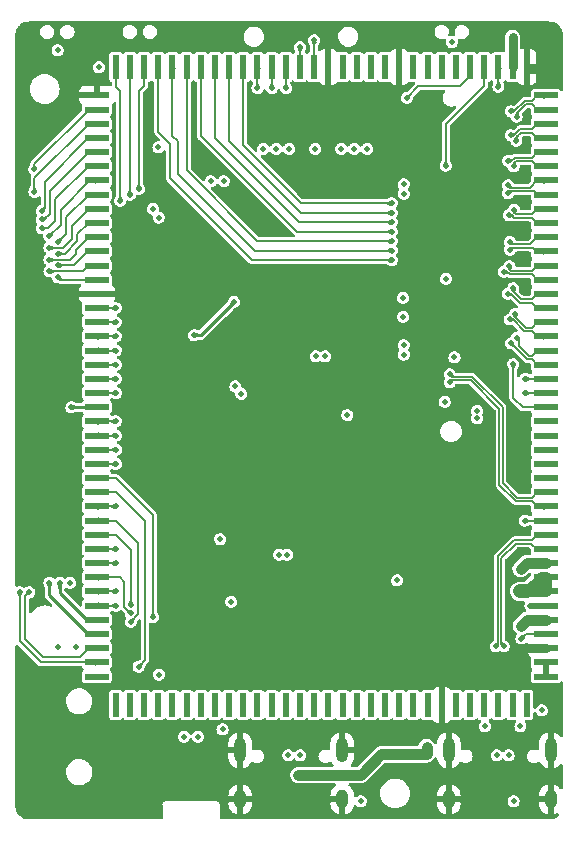
<source format=gbl>
G04 #@! TF.GenerationSoftware,KiCad,Pcbnew,(6.0.4)*
G04 #@! TF.CreationDate,2022-04-26T12:45:06+08:00*
G04 #@! TF.ProjectId,A133CoreDK,41313333-436f-4726-9544-4b2e6b696361,rev?*
G04 #@! TF.SameCoordinates,Original*
G04 #@! TF.FileFunction,Copper,L4,Bot*
G04 #@! TF.FilePolarity,Positive*
%FSLAX46Y46*%
G04 Gerber Fmt 4.6, Leading zero omitted, Abs format (unit mm)*
G04 Created by KiCad (PCBNEW (6.0.4)) date 2022-04-26 12:45:06*
%MOMM*%
%LPD*%
G01*
G04 APERTURE LIST*
G04 #@! TA.AperFunction,ComponentPad*
%ADD10O,1.000000X2.100000*%
G04 #@! TD*
G04 #@! TA.AperFunction,ComponentPad*
%ADD11O,1.000000X1.600000*%
G04 #@! TD*
G04 #@! TA.AperFunction,SMDPad,CuDef*
%ADD12R,2.000000X0.609600*%
G04 #@! TD*
G04 #@! TA.AperFunction,SMDPad,CuDef*
%ADD13R,0.609600X2.000000*%
G04 #@! TD*
G04 #@! TA.AperFunction,ViaPad*
%ADD14C,0.508000*%
G04 #@! TD*
G04 #@! TA.AperFunction,Conductor*
%ADD15C,0.152400*%
G04 #@! TD*
G04 #@! TA.AperFunction,Conductor*
%ADD16C,0.762000*%
G04 #@! TD*
G04 #@! TA.AperFunction,Conductor*
%ADD17C,0.889000*%
G04 #@! TD*
G04 #@! TA.AperFunction,Conductor*
%ADD18C,0.127000*%
G04 #@! TD*
G04 #@! TA.AperFunction,Conductor*
%ADD19C,0.508000*%
G04 #@! TD*
G04 #@! TA.AperFunction,Conductor*
%ADD20C,0.254000*%
G04 #@! TD*
G04 #@! TA.AperFunction,Conductor*
%ADD21C,1.143000*%
G04 #@! TD*
G04 APERTURE END LIST*
D10*
X169420000Y-119477000D03*
D11*
X160780000Y-123657000D03*
X169420000Y-123657000D03*
D10*
X160780000Y-119477000D03*
D11*
X143127000Y-123657000D03*
D10*
X143127000Y-119477000D03*
X151767000Y-119477000D03*
D11*
X151767000Y-123657000D03*
D12*
X130987000Y-113246000D03*
X130987000Y-112046000D03*
X130987000Y-110846000D03*
X130987000Y-109646000D03*
X130987000Y-108446000D03*
X130987000Y-107246000D03*
X130987000Y-106046000D03*
X130987000Y-104846000D03*
X130987000Y-103646000D03*
X130987000Y-102446000D03*
X130987000Y-101246000D03*
X130987000Y-100046000D03*
X130987000Y-98846000D03*
X130987000Y-97646000D03*
X130987000Y-96446000D03*
X130987000Y-95246000D03*
X130987000Y-94046000D03*
X130987000Y-92846000D03*
X130987000Y-91646000D03*
X130987000Y-90446000D03*
X130987000Y-89246000D03*
X130987000Y-88046000D03*
X130987000Y-86846000D03*
X130987000Y-85646000D03*
X130987000Y-84446000D03*
X130987000Y-83246000D03*
X130987000Y-82046000D03*
X130987000Y-80846000D03*
X130987000Y-79646000D03*
X130987000Y-78446000D03*
X130987000Y-77246000D03*
X130987000Y-76046000D03*
X130987000Y-74846000D03*
X130987000Y-73646000D03*
X130987000Y-72446000D03*
X130987000Y-71246000D03*
X130987000Y-70046000D03*
X130987000Y-68846000D03*
X130987000Y-67646000D03*
X130987000Y-66446000D03*
X130987000Y-65246000D03*
X130987000Y-64046000D03*
D13*
X132586998Y-61646000D03*
X133787000Y-61646000D03*
X134987000Y-61646000D03*
X136187000Y-61646000D03*
X137387000Y-61646000D03*
X138587000Y-61646000D03*
X139787000Y-61646000D03*
X140987000Y-61646000D03*
X142187000Y-61646000D03*
X143387000Y-61646000D03*
X144587000Y-61646000D03*
X145787000Y-61646000D03*
X146987000Y-61646000D03*
X148187000Y-61646000D03*
X149387000Y-61646000D03*
X150586998Y-61646000D03*
X151786998Y-61646000D03*
X152986998Y-61646000D03*
X154186998Y-61646000D03*
X155387000Y-61646000D03*
X156587000Y-61646000D03*
X157787000Y-61646000D03*
X158987000Y-61646000D03*
X160187000Y-61646000D03*
X161387000Y-61646000D03*
X162587000Y-61646000D03*
X163787000Y-61646000D03*
X164987000Y-61646000D03*
X166187000Y-61646000D03*
X167387000Y-61646000D03*
D12*
X168987000Y-64046000D03*
X168987000Y-65246000D03*
X168987000Y-66446000D03*
X168987000Y-67646000D03*
X168987000Y-68846000D03*
X168987000Y-70046000D03*
X168987000Y-71246000D03*
X168987000Y-72446000D03*
X168987000Y-73646000D03*
X168987000Y-74846000D03*
X168987000Y-76046000D03*
X168987000Y-77246000D03*
X168987000Y-78446000D03*
X168987000Y-79646000D03*
X168987000Y-80846000D03*
X168987000Y-82046000D03*
X168987000Y-83246000D03*
X168987000Y-84446000D03*
X168987000Y-85646000D03*
X168987000Y-86846000D03*
X168987000Y-88046000D03*
X168987000Y-89246000D03*
X168987000Y-90446000D03*
X168987000Y-91646000D03*
X168987000Y-92846000D03*
X168987000Y-94046000D03*
X168987000Y-95246000D03*
X168987000Y-96446000D03*
X168987000Y-97646000D03*
X168987000Y-98846000D03*
X168987000Y-100046000D03*
X168987000Y-101246000D03*
X168987000Y-102446000D03*
X168987000Y-103646000D03*
X168987000Y-104846000D03*
X168987000Y-106046000D03*
X168987000Y-107246000D03*
X168987000Y-108446000D03*
X168987000Y-109646000D03*
X168987000Y-110846000D03*
X168987000Y-112046000D03*
X168987000Y-113246000D03*
D13*
X167387000Y-115646000D03*
X166187000Y-115646000D03*
X164987000Y-115646000D03*
X163787000Y-115646000D03*
X162587000Y-115646000D03*
X161387000Y-115646000D03*
X160187000Y-115646000D03*
X158987000Y-115646000D03*
X157787000Y-115646000D03*
X156587000Y-115646000D03*
X155387000Y-115646000D03*
X154186998Y-115646000D03*
X152986998Y-115646000D03*
X151786998Y-115646000D03*
X150586998Y-115646000D03*
X149387000Y-115646000D03*
X148187000Y-115646000D03*
X146987000Y-115646000D03*
X145787000Y-115646000D03*
X144587000Y-115646000D03*
X143387000Y-115646000D03*
X142187000Y-115646000D03*
X140987000Y-115646000D03*
X139787000Y-115646000D03*
X138587000Y-115646000D03*
X137387000Y-115646000D03*
X136187000Y-115646000D03*
X134987000Y-115646000D03*
X133787000Y-115646000D03*
X132586998Y-115646000D03*
D14*
X160985200Y-72847200D03*
X125933200Y-103733600D03*
X169164000Y-61849000D03*
X144526000Y-98120200D03*
X145669000Y-117348000D03*
X139801600Y-112877600D03*
X159639000Y-99822000D03*
X126898400Y-95554800D03*
X142341600Y-109626400D03*
X148793200Y-64312800D03*
X157099000Y-68262500D03*
X136702800Y-103174800D03*
X145897600Y-86842600D03*
X165328600Y-99796600D03*
X132842000Y-108432600D03*
X150469600Y-58191400D03*
X134264400Y-113157000D03*
X143179800Y-73888600D03*
X155625800Y-83947000D03*
X128955800Y-102031800D03*
X149199600Y-99517200D03*
X126898400Y-92608400D03*
X164820600Y-59436000D03*
X169799000Y-62484000D03*
X133908800Y-78638400D03*
X133807200Y-90449400D03*
X137337800Y-76784200D03*
X161290000Y-81203800D03*
X142875000Y-91998800D03*
X140284200Y-70332600D03*
X144551400Y-66573400D03*
X155422600Y-70637400D03*
X145135600Y-100050600D03*
X164820600Y-58623200D03*
X146024600Y-123647200D03*
X147497800Y-79502000D03*
X154127200Y-88544400D03*
X132588000Y-80848200D03*
X126898400Y-98780600D03*
X135940800Y-118186200D03*
X137896600Y-94538800D03*
X154863800Y-66471800D03*
X135356600Y-65811400D03*
X152069800Y-111023400D03*
X125933200Y-101168200D03*
X153771600Y-59309000D03*
X150825200Y-79502000D03*
X124714000Y-60198000D03*
X147015200Y-109601000D03*
X137642600Y-106222800D03*
X166700200Y-93497400D03*
X128930400Y-118160800D03*
X168529000Y-61849000D03*
X139700000Y-76784200D03*
X167030400Y-110845600D03*
X160985200Y-74574400D03*
X130962400Y-119253000D03*
X129514600Y-124282200D03*
X160985200Y-76250800D03*
X126695200Y-112750600D03*
X150063200Y-113639600D03*
X139852400Y-101320600D03*
X163017200Y-65379600D03*
X126974600Y-124282200D03*
X127304800Y-66344800D03*
X135940800Y-119557800D03*
X141249400Y-59461400D03*
X153289000Y-95732600D03*
X167665400Y-123825000D03*
X169799000Y-61849000D03*
X135534400Y-123901200D03*
X166497000Y-110845600D03*
X161340800Y-67945000D03*
X149860000Y-92887800D03*
X157022800Y-58191400D03*
X148945600Y-117348000D03*
X160985200Y-71069200D03*
X162534600Y-112344200D03*
X154863800Y-65151000D03*
X132003800Y-124282200D03*
X165277800Y-75184000D03*
X155803600Y-113182400D03*
X133223000Y-80848200D03*
X137337800Y-78638400D03*
X144500600Y-82245200D03*
X164998400Y-64414400D03*
X132765800Y-119862600D03*
X137642600Y-109651800D03*
X144678400Y-103174800D03*
X145872200Y-58191400D03*
X128422400Y-112750600D03*
X161772600Y-108407200D03*
X148615400Y-104775000D03*
X131114800Y-60198000D03*
X142849600Y-94564200D03*
X132969000Y-111404400D03*
X142849600Y-98120200D03*
X167055800Y-77876400D03*
X133908800Y-74777600D03*
X150901400Y-66573400D03*
X168249600Y-121691400D03*
X157403800Y-92405200D03*
X138557000Y-88925400D03*
X127025400Y-116230400D03*
X154076400Y-79502000D03*
X137972800Y-59461400D03*
X167563800Y-110845600D03*
X135356600Y-64185800D03*
X126898400Y-84099400D03*
X145897600Y-84201000D03*
X169240200Y-58623200D03*
X164744400Y-84785200D03*
X153771600Y-58191400D03*
X157099000Y-69240400D03*
X159435800Y-108407200D03*
X133908800Y-76784200D03*
X142646400Y-71297800D03*
X160172400Y-108407200D03*
X141249400Y-58191400D03*
X151993600Y-63703200D03*
X134620000Y-59461400D03*
X158699200Y-110159800D03*
X126898400Y-86817200D03*
X154228800Y-91135200D03*
X158724600Y-108407200D03*
X135229600Y-121894600D03*
X156362400Y-88544400D03*
X132765800Y-118643400D03*
X131114800Y-58648600D03*
X141605000Y-112877600D03*
X125933200Y-78943200D03*
X139827000Y-106222800D03*
X132765800Y-119253000D03*
X149199600Y-101650800D03*
X125933200Y-76936600D03*
X153289000Y-99822000D03*
X148767800Y-123647200D03*
X161290000Y-83464400D03*
X162941000Y-123647200D03*
X159639000Y-95707200D03*
X125374400Y-120777000D03*
X157099000Y-67284600D03*
X168402000Y-58623200D03*
X133858000Y-80848200D03*
X124561600Y-116230400D03*
X135915400Y-92557600D03*
X150469600Y-59309000D03*
X166700200Y-95758000D03*
X126898400Y-89738200D03*
X138557000Y-86207600D03*
X167132000Y-70866000D03*
X160985200Y-77901800D03*
X137642600Y-112877600D03*
X168658000Y-116103400D03*
X166186993Y-59111007D03*
X166186993Y-59746007D03*
X133858000Y-108610400D03*
X133858000Y-107899200D03*
X133858000Y-107188000D03*
X134518400Y-112420400D03*
X158902400Y-119837200D03*
X148056600Y-121589800D03*
X166878000Y-104140000D03*
X158902400Y-119227600D03*
X167386000Y-103646000D03*
X148640800Y-121589800D03*
X128701800Y-105308400D03*
X132588000Y-98846000D03*
X160528000Y-79585800D03*
X161036000Y-59537600D03*
X166928800Y-110032800D03*
X129237800Y-110744000D03*
X132588000Y-103646000D03*
X132588000Y-102446000D03*
X127660400Y-110744000D03*
X132588000Y-94046000D03*
X139547600Y-118338600D03*
X138379200Y-118338600D03*
X132588000Y-95246000D03*
X132588000Y-92846000D03*
X141630400Y-117729000D03*
X132588000Y-82046000D03*
X145069600Y-68580000D03*
X146169400Y-68580000D03*
X132588000Y-83246000D03*
X132588000Y-84446000D03*
X147269200Y-68580000D03*
X141732000Y-71297800D03*
X132588000Y-85646000D03*
X149468800Y-68580000D03*
X151671000Y-68580000D03*
X132588000Y-86846000D03*
X132588000Y-88046000D03*
X152770800Y-68580000D03*
X132588000Y-89246000D03*
X140632200Y-71297800D03*
X153870700Y-68580000D03*
X163184800Y-91363800D03*
X163184800Y-90754200D03*
X166268400Y-123799600D03*
X142367000Y-106908600D03*
X166878000Y-108940600D03*
X167386000Y-108446000D03*
X165850000Y-119913400D03*
X164850000Y-119913400D03*
X164769800Y-110676078D03*
X165430200Y-110676078D03*
X163850000Y-117449600D03*
X166850000Y-117449600D03*
X147197000Y-119913400D03*
X148197000Y-119913400D03*
X156921200Y-81186000D03*
X124460497Y-106095800D03*
X131165600Y-61671200D03*
X127660400Y-60210700D03*
X156921200Y-82786200D03*
X125272800Y-106095800D03*
X157226000Y-64262000D03*
X167208200Y-100050600D03*
X160426400Y-89992200D03*
X167690800Y-107238800D03*
X135737600Y-108204000D03*
X136245600Y-113080800D03*
X156972000Y-85986600D03*
X127838200Y-105308400D03*
X164987000Y-63296800D03*
X153339800Y-123799600D03*
X126974600Y-105308400D03*
X156972000Y-85186500D03*
X147091400Y-102920800D03*
X132588000Y-107246000D03*
X132588000Y-106045000D03*
X146431000Y-102920800D03*
X132588000Y-91646000D03*
X141427200Y-101609800D03*
X128828800Y-90449400D03*
X136196800Y-68453000D03*
X127711200Y-79451200D03*
X126974600Y-78943200D03*
X127711200Y-78435200D03*
X126974600Y-77952600D03*
X127711200Y-77444600D03*
X126974600Y-76936600D03*
X127711200Y-76428600D03*
X126974600Y-75946000D03*
X126314200Y-75285600D03*
X126314200Y-74549000D03*
X126314200Y-73812400D03*
X125704600Y-72212200D03*
X125704600Y-70281800D03*
X132969000Y-72948800D03*
X133781800Y-72440800D03*
X134543800Y-71958200D03*
X155956000Y-77988100D03*
X155956000Y-77188000D03*
X155956000Y-76387900D03*
X155956000Y-75587800D03*
X155956000Y-74787700D03*
X155956000Y-73987600D03*
X155956000Y-73187500D03*
X142710600Y-88671400D03*
X156972000Y-72387400D03*
X144587000Y-63423800D03*
X149532400Y-86131400D03*
X143210600Y-89306400D03*
X150319800Y-86131400D03*
X156972000Y-71587300D03*
X145787000Y-63423800D03*
X161264600Y-86233000D03*
X146987000Y-63423800D03*
X148183600Y-59969400D03*
X136220200Y-74396600D03*
X135737600Y-73660000D03*
X149377400Y-59385200D03*
X160528000Y-69987100D03*
X166060313Y-65374713D03*
X166527287Y-65841687D03*
X166034913Y-67406713D03*
X166501887Y-67873687D03*
X165806313Y-69591113D03*
X166273287Y-70058087D03*
X165796200Y-71657150D03*
X165796200Y-72317550D03*
X166329687Y-73712913D03*
X165862713Y-74179887D03*
X165963600Y-76457750D03*
X165963600Y-77118150D03*
X165917687Y-78506513D03*
X165450713Y-78973487D03*
X166247887Y-80360713D03*
X165780913Y-80827687D03*
X166400287Y-82545113D03*
X165933313Y-83012087D03*
X166527287Y-84551713D03*
X166060313Y-85018687D03*
X167259000Y-88046000D03*
X167259000Y-89246000D03*
X166243000Y-86791800D03*
X160874599Y-87656650D03*
X160874599Y-88317050D03*
X167386000Y-106046000D03*
X166801800Y-106045000D03*
X152199400Y-91109800D03*
X156413200Y-105105200D03*
X142598200Y-81534000D03*
X139222810Y-84347990D03*
D15*
X128879600Y-75082400D02*
X130316000Y-73646000D01*
X128879600Y-76174600D02*
X128879600Y-75082400D01*
X130316000Y-73646000D02*
X130987000Y-73646000D01*
X128117600Y-76936600D02*
X128879600Y-76174600D01*
X126974600Y-76936600D02*
X128117600Y-76936600D01*
X168986600Y-110845600D02*
X168987000Y-110846000D01*
D16*
X166497000Y-110845600D02*
X167030400Y-110845600D01*
D15*
X167590000Y-61849000D02*
X167387000Y-61646000D01*
D16*
X167563800Y-110845600D02*
X168986600Y-110845600D01*
X168529000Y-61849000D02*
X167590000Y-61849000D01*
X169164000Y-61849000D02*
X168529000Y-61849000D01*
X167563800Y-110845600D02*
X167030400Y-110845600D01*
X169799000Y-61849000D02*
X169164000Y-61849000D01*
X166186993Y-61646003D02*
X166186993Y-59746007D01*
X166186993Y-59746007D02*
X166186993Y-59111007D01*
D15*
X134493000Y-101951000D02*
X132588000Y-100046000D01*
X134493000Y-107975400D02*
X134493000Y-101951000D01*
X132588000Y-100046000D02*
X130987000Y-100046000D01*
X133858000Y-108610400D02*
X134493000Y-107975400D01*
X133299200Y-107340400D02*
X133299200Y-105206800D01*
X132938400Y-104846000D02*
X130987000Y-104846000D01*
X133858000Y-107899200D02*
X133299200Y-107340400D01*
X133299200Y-105206800D02*
X132938400Y-104846000D01*
X132588000Y-101246000D02*
X130987000Y-101246000D01*
X133858000Y-107188000D02*
X133858000Y-102516000D01*
X133858000Y-102516000D02*
X132588000Y-101246000D01*
X135051800Y-111887000D02*
X135051800Y-100109800D01*
X135051800Y-100109800D02*
X132588000Y-97646000D01*
X134518400Y-112420400D02*
X135051800Y-111887000D01*
X132588000Y-97646000D02*
X130987000Y-97646000D01*
D17*
X158902400Y-119227600D02*
X158902400Y-119837200D01*
X167372000Y-103646000D02*
X166878000Y-104140000D01*
X168987000Y-103646000D02*
X167386000Y-103646000D01*
X148640800Y-121589800D02*
X153314400Y-121589800D01*
D15*
X167386000Y-103646000D02*
X167372000Y-103646000D01*
D17*
X148056600Y-121589800D02*
X148640800Y-121589800D01*
X155067000Y-119837200D02*
X158902400Y-119837200D01*
X153314400Y-121589800D02*
X155067000Y-119837200D01*
D15*
X130987000Y-98846000D02*
X132588000Y-98846000D01*
X167315600Y-109646000D02*
X166928800Y-110032800D01*
X168987000Y-109646000D02*
X167315600Y-109646000D01*
X130987000Y-103646000D02*
X132588000Y-103646000D01*
X130987000Y-102446000D02*
X132588000Y-102446000D01*
D18*
X130987000Y-94046000D02*
X132588000Y-94046000D01*
X130987000Y-95246000D02*
X132588000Y-95246000D01*
D15*
X130987000Y-92846000D02*
X132588000Y-92846000D01*
X130987000Y-82046000D02*
X132588000Y-82046000D01*
X130987000Y-83246000D02*
X132588000Y-83246000D01*
X130987000Y-84446000D02*
X132588000Y-84446000D01*
X130987000Y-85646000D02*
X132588000Y-85646000D01*
X130987000Y-86846000D02*
X132588000Y-86846000D01*
X130987000Y-88046000D02*
X132588000Y-88046000D01*
X132588000Y-89246000D02*
X130987000Y-89246000D01*
X166878000Y-108940600D02*
X166891400Y-108940600D01*
D17*
X167386000Y-108446000D02*
X168987000Y-108446000D01*
X166891400Y-108940600D02*
X167386000Y-108446000D01*
D18*
X164769800Y-110676078D02*
X164960300Y-110485578D01*
X166320134Y-101706300D02*
X167787700Y-101706300D01*
X164960300Y-110485578D02*
X164960300Y-103066134D01*
X167787700Y-101706300D02*
X168248000Y-101246000D01*
X164960300Y-103066134D02*
X166320134Y-101706300D01*
X168248000Y-101246000D02*
X168987000Y-101246000D01*
X168291800Y-101246000D02*
X168987000Y-101246000D01*
X168232000Y-102446000D02*
X168987000Y-102446000D01*
X167771700Y-101985700D02*
X168232000Y-102446000D01*
X165239700Y-110485578D02*
X165239700Y-103181866D01*
X165239700Y-103181866D02*
X166435866Y-101985700D01*
X168291800Y-102446000D02*
X168987000Y-102446000D01*
X165430200Y-110676078D02*
X165239700Y-110485578D01*
X166435866Y-101985700D02*
X167771700Y-101985700D01*
D15*
X124460000Y-106096297D02*
X124460497Y-106095800D01*
X130987000Y-112046000D02*
X126246026Y-112046000D01*
X126246026Y-112046000D02*
X124460000Y-110259974D01*
X124460000Y-110259974D02*
X124460000Y-106096297D01*
X124917200Y-110083600D02*
X126415800Y-111582200D01*
X125272800Y-106095800D02*
X124917200Y-106451400D01*
X124917200Y-106451400D02*
X124917200Y-110083600D01*
X130291800Y-110846000D02*
X130987000Y-110846000D01*
X129555600Y-111582200D02*
X130291800Y-110846000D01*
X126415800Y-111582200D02*
X129555600Y-111582200D01*
X161721800Y-63271400D02*
X162587000Y-62406200D01*
X162587000Y-62406200D02*
X162587000Y-61646000D01*
X157226000Y-64262000D02*
X158216600Y-63271400D01*
X158216600Y-63271400D02*
X161721800Y-63271400D01*
X167208200Y-100050600D02*
X167212800Y-100046000D01*
X167212800Y-100046000D02*
X168987000Y-100046000D01*
D19*
X167697988Y-107245988D02*
X168986987Y-107245988D01*
D15*
X167690800Y-107238800D02*
X167698000Y-107246000D01*
X135737600Y-99595600D02*
X132588000Y-96446000D01*
X135737600Y-108204000D02*
X135737600Y-99595600D01*
X130987000Y-96446000D02*
X132588000Y-96446000D01*
D20*
X127838200Y-105308400D02*
X127838200Y-106146600D01*
X127838200Y-106146600D02*
X130137600Y-108446000D01*
X130137600Y-108446000D02*
X130987000Y-108446000D01*
D15*
X164987000Y-63296800D02*
X164987000Y-61646000D01*
X130987000Y-109646000D02*
X130245400Y-109646000D01*
D20*
X126974600Y-105308400D02*
X126974600Y-106362500D01*
D15*
X130245400Y-109646000D02*
X130073400Y-109474000D01*
D20*
X126974600Y-106362500D02*
X130073400Y-109461300D01*
X130073400Y-109461300D02*
X130073400Y-109474000D01*
D18*
X132588000Y-107246000D02*
X130987000Y-107246000D01*
X132588000Y-106045000D02*
X132587000Y-106046000D01*
X132587000Y-106046000D02*
X130987000Y-106046000D01*
D15*
X132588000Y-91646000D02*
X130987000Y-91646000D01*
D20*
X130983600Y-90449400D02*
X130987000Y-90446000D01*
X128828800Y-90449400D02*
X130983600Y-90449400D01*
D15*
X127906000Y-79646000D02*
X130987000Y-79646000D01*
X127711200Y-79451200D02*
X127906000Y-79646000D01*
X129819400Y-78943200D02*
X130316600Y-78446000D01*
X126974600Y-78943200D02*
X129819400Y-78943200D01*
X130316600Y-78446000D02*
X130987000Y-78446000D01*
X129082800Y-78435200D02*
X130272000Y-77246000D01*
X127711200Y-78435200D02*
X129082800Y-78435200D01*
X130272000Y-77246000D02*
X130987000Y-77246000D01*
X129184400Y-77165200D02*
X130303600Y-76046000D01*
X129184400Y-77495400D02*
X129184400Y-77165200D01*
X128727200Y-77952600D02*
X129184400Y-77495400D01*
X126974600Y-77952600D02*
X128727200Y-77952600D01*
X130303600Y-76046000D02*
X130987000Y-76046000D01*
X129336800Y-75819000D02*
X130309800Y-74846000D01*
X129336800Y-76377800D02*
X129336800Y-75819000D01*
X130309800Y-74846000D02*
X130987000Y-74846000D01*
X128270000Y-77444600D02*
X129336800Y-76377800D01*
X127711200Y-77444600D02*
X128270000Y-77444600D01*
X128397000Y-75742800D02*
X128397000Y-74340800D01*
X127711200Y-76428600D02*
X128397000Y-75742800D01*
X130291800Y-72446000D02*
X130987000Y-72446000D01*
X128397000Y-74340800D02*
X130291800Y-72446000D01*
X127939800Y-74980800D02*
X127939800Y-73732178D01*
X130425978Y-71246000D02*
X130987000Y-71246000D01*
X127939800Y-73732178D02*
X130425978Y-71246000D01*
X126974600Y-75946000D02*
X127939800Y-74980800D01*
X126314200Y-75285600D02*
X126873000Y-75285600D01*
X130291800Y-70046000D02*
X130987000Y-70046000D01*
X126873000Y-75285600D02*
X127482600Y-74676000D01*
X127482600Y-74676000D02*
X127482600Y-72855200D01*
X127482600Y-72855200D02*
X130291800Y-70046000D01*
X127025400Y-72110600D02*
X130290000Y-68846000D01*
X126542800Y-74549000D02*
X127025400Y-74066400D01*
X126314200Y-74549000D02*
X126542800Y-74549000D01*
X127025400Y-74066400D02*
X127025400Y-72110600D01*
X130290000Y-68846000D02*
X130987000Y-68846000D01*
X126314200Y-73812400D02*
X126568200Y-73558400D01*
X130270800Y-67646000D02*
X130987000Y-67646000D01*
X126568200Y-73558400D02*
X126568200Y-71348600D01*
X126568200Y-71348600D02*
X130270800Y-67646000D01*
X130291800Y-66446000D02*
X130987000Y-66446000D01*
X125704600Y-71033200D02*
X130291800Y-66446000D01*
X125704600Y-72212200D02*
X125704600Y-71033200D01*
X125704600Y-70281800D02*
X125704600Y-69824600D01*
X130283200Y-65246000D02*
X130987000Y-65246000D01*
X125704600Y-69824600D02*
X130283200Y-65246000D01*
X132586998Y-63295798D02*
X132969000Y-63677800D01*
X132969000Y-63677800D02*
X132969000Y-72948800D01*
X132586998Y-61646000D02*
X132586998Y-63295798D01*
X133787000Y-61646000D02*
X133787000Y-72435600D01*
X133787000Y-72435600D02*
X133781800Y-72440800D01*
X134543800Y-63677800D02*
X134543800Y-71958200D01*
X134987000Y-61646000D02*
X134987000Y-63234600D01*
X134987000Y-63234600D02*
X134543800Y-63677800D01*
X155956000Y-77988100D02*
X144129700Y-77988100D01*
X137185400Y-71043800D02*
X137185400Y-68122800D01*
X136187000Y-67124400D02*
X136187000Y-61646000D01*
X144129700Y-77988100D02*
X137185400Y-71043800D01*
X137185400Y-68122800D02*
X136187000Y-67124400D01*
X137387000Y-67460800D02*
X137387000Y-61646000D01*
X155956000Y-77188000D02*
X144396400Y-77188000D01*
X137871200Y-70662800D02*
X137871200Y-67945000D01*
X144396400Y-77188000D02*
X137871200Y-70662800D01*
X137871200Y-67945000D02*
X137387000Y-67460800D01*
X144586900Y-76387900D02*
X138587000Y-70388000D01*
X138587000Y-70388000D02*
X138587000Y-61646000D01*
X155956000Y-76387900D02*
X144586900Y-76387900D01*
X155956000Y-75587800D02*
X147927000Y-75587800D01*
X147927000Y-75587800D02*
X139787000Y-67447800D01*
X139787000Y-67447800D02*
X139787000Y-61646000D01*
X148117500Y-74787700D02*
X140987000Y-67657200D01*
X155956000Y-74787700D02*
X148117500Y-74787700D01*
X140987000Y-67657200D02*
X140987000Y-61646000D01*
X148231800Y-73987600D02*
X142187000Y-67942800D01*
X142187000Y-67942800D02*
X142187000Y-61646000D01*
X155956000Y-73987600D02*
X148231800Y-73987600D01*
X148295300Y-73187500D02*
X143387000Y-68279200D01*
X143387000Y-68279200D02*
X143387000Y-61646000D01*
X155956000Y-73187500D02*
X148295300Y-73187500D01*
X144587000Y-63423800D02*
X144587000Y-61646000D01*
X145787000Y-63423800D02*
X145787000Y-61646000D01*
X146987000Y-63423800D02*
X146987000Y-61646000D01*
X148187000Y-59972800D02*
X148187000Y-61646000D01*
X148183600Y-59969400D02*
X148187000Y-59972800D01*
X149377400Y-59385200D02*
X149387000Y-59394800D01*
X149387000Y-59394800D02*
X149387000Y-61646000D01*
X163787000Y-63212800D02*
X163787000Y-61646000D01*
X160528000Y-66471800D02*
X163787000Y-63212800D01*
X160528000Y-69987100D02*
X160528000Y-66471800D01*
D18*
X168291800Y-64046000D02*
X167831500Y-64506300D01*
X167831500Y-64506300D02*
X167198134Y-64506300D01*
X167198134Y-64506300D02*
X166329721Y-65374713D01*
X168987000Y-64046000D02*
X168291800Y-64046000D01*
X166329721Y-65374713D02*
X166060313Y-65374713D01*
X167313866Y-64785700D02*
X166527287Y-65572279D01*
X167831500Y-64785700D02*
X167313866Y-64785700D01*
X166527287Y-65572279D02*
X166527287Y-65841687D01*
X168987000Y-65246000D02*
X168291800Y-65246000D01*
X168291800Y-65246000D02*
X167831500Y-64785700D01*
X167831500Y-66906300D02*
X166804734Y-66906300D01*
X166304321Y-67406713D02*
X166034913Y-67406713D01*
X168987000Y-66446000D02*
X168291800Y-66446000D01*
X166804734Y-66906300D02*
X166304321Y-67406713D01*
X168291800Y-66446000D02*
X167831500Y-66906300D01*
X168291800Y-67646000D02*
X167831500Y-67185700D01*
X167831500Y-67185700D02*
X166920466Y-67185700D01*
X166920466Y-67185700D02*
X166501887Y-67604279D01*
X168987000Y-67646000D02*
X168291800Y-67646000D01*
X166501887Y-67604279D02*
X166501887Y-67873687D01*
X167831500Y-69306300D02*
X166360534Y-69306300D01*
X168987000Y-68846000D02*
X168291800Y-68846000D01*
X166075721Y-69591113D02*
X165806313Y-69591113D01*
X166360534Y-69306300D02*
X166075721Y-69591113D01*
X168291800Y-68846000D02*
X167831500Y-69306300D01*
X168987000Y-70046000D02*
X168291800Y-70046000D01*
X166273287Y-69788679D02*
X166273287Y-70058087D01*
X167831500Y-69585700D02*
X166476266Y-69585700D01*
X168291800Y-70046000D02*
X167831500Y-69585700D01*
X166476266Y-69585700D02*
X166273287Y-69788679D01*
X165986700Y-71847650D02*
X167690150Y-71847650D01*
X168291800Y-71246000D02*
X168987000Y-71246000D01*
X165796200Y-71657150D02*
X165986700Y-71847650D01*
X167690150Y-71847650D02*
X168291800Y-71246000D01*
X168291800Y-72446000D02*
X168987000Y-72446000D01*
X165986700Y-72127050D02*
X167972850Y-72127050D01*
X167972850Y-72127050D02*
X168291800Y-72446000D01*
X165796200Y-72317550D02*
X165986700Y-72127050D01*
X166329687Y-73712913D02*
X166329687Y-73982321D01*
X166453666Y-74106300D02*
X167831500Y-74106300D01*
X166329687Y-73982321D02*
X166453666Y-74106300D01*
X167831500Y-74106300D02*
X168291800Y-73646000D01*
X168291800Y-73646000D02*
X168987000Y-73646000D01*
X166132121Y-74179887D02*
X166337934Y-74385700D01*
X165862713Y-74179887D02*
X166132121Y-74179887D01*
X167831500Y-74385700D02*
X168291800Y-74846000D01*
X166337934Y-74385700D02*
X167831500Y-74385700D01*
X168291800Y-74846000D02*
X168987000Y-74846000D01*
X166166498Y-76657200D02*
X167680600Y-76657200D01*
X165963600Y-76457750D02*
X165967048Y-76457750D01*
X165967048Y-76457750D02*
X166166498Y-76657200D01*
X167680600Y-76657200D02*
X168291800Y-76046000D01*
X168291800Y-76046000D02*
X168987000Y-76046000D01*
X168228800Y-77246000D02*
X168987000Y-77246000D01*
X167918920Y-76936120D02*
X168228800Y-77246000D01*
X165963600Y-77114400D02*
X166141880Y-76936120D01*
X165963600Y-77118150D02*
X165963600Y-77114400D01*
X166141880Y-76936120D02*
X167918920Y-76936120D01*
X165917687Y-78506513D02*
X165917687Y-78775921D01*
X165917687Y-78775921D02*
X166048066Y-78906300D01*
X167831500Y-78906300D02*
X168291800Y-78446000D01*
X168291800Y-78446000D02*
X168987000Y-78446000D01*
X166048066Y-78906300D02*
X167831500Y-78906300D01*
X165450713Y-78973487D02*
X165720121Y-78973487D01*
X165932334Y-79185700D02*
X167831500Y-79185700D01*
X168291800Y-79646000D02*
X168987000Y-79646000D01*
X167831500Y-79185700D02*
X168291800Y-79646000D01*
X165720121Y-78973487D02*
X165932334Y-79185700D01*
X166924066Y-81306300D02*
X167831500Y-81306300D01*
X166247887Y-80360713D02*
X166247887Y-80630121D01*
X167831500Y-81306300D02*
X168291800Y-80846000D01*
X168291800Y-80846000D02*
X168987000Y-80846000D01*
X166247887Y-80630121D02*
X166924066Y-81306300D01*
X167831500Y-81585700D02*
X168291800Y-82046000D01*
X168291800Y-82046000D02*
X168987000Y-82046000D01*
X166808334Y-81585700D02*
X167831500Y-81585700D01*
X165780913Y-80827687D02*
X166050321Y-80827687D01*
X166050321Y-80827687D02*
X166808334Y-81585700D01*
X168291800Y-83246000D02*
X168987000Y-83246000D01*
X166400287Y-82545113D02*
X166400287Y-82814521D01*
X166400287Y-82814521D02*
X167292066Y-83706300D01*
X167831500Y-83706300D02*
X168291800Y-83246000D01*
X167292066Y-83706300D02*
X167831500Y-83706300D01*
X167831500Y-83985700D02*
X168291800Y-84446000D01*
X166202721Y-83012087D02*
X167176334Y-83985700D01*
X168291800Y-84446000D02*
X168987000Y-84446000D01*
X165933313Y-83012087D02*
X166202721Y-83012087D01*
X167176334Y-83985700D02*
X167831500Y-83985700D01*
X166527287Y-84551713D02*
X166527287Y-84552405D01*
X167543058Y-86106300D02*
X167831500Y-86106300D01*
X166720224Y-85283466D02*
X167543058Y-86106300D01*
X166527287Y-84552405D02*
X166720224Y-84745342D01*
X167831500Y-86106300D02*
X168291800Y-85646000D01*
X168291800Y-85646000D02*
X168987000Y-85646000D01*
X166720224Y-84745342D02*
X166720224Y-85283466D01*
X168291800Y-86846000D02*
X168987000Y-86846000D01*
X167831500Y-86385700D02*
X168291800Y-86846000D01*
X167427326Y-86385700D02*
X167831500Y-86385700D01*
X166060313Y-85018687D02*
X167427326Y-86385700D01*
D15*
X167259000Y-88046000D02*
X168987000Y-88046000D01*
X167259000Y-89246000D02*
X168987000Y-89246000D01*
X166243000Y-86791800D02*
X166243000Y-89662000D01*
X166243000Y-89662000D02*
X167027000Y-90446000D01*
X167027000Y-90446000D02*
X168987000Y-90446000D01*
D18*
X162746116Y-87847150D02*
X165341300Y-90442334D01*
X166553666Y-98106300D02*
X165341300Y-96893934D01*
X160874599Y-87656650D02*
X161065099Y-87847150D01*
X167831500Y-98106300D02*
X166553666Y-98106300D01*
X165341300Y-96893934D02*
X165341300Y-90442334D01*
X161065099Y-87847150D02*
X162746116Y-87847150D01*
X168291800Y-97646000D02*
X167831500Y-98106300D01*
X168987000Y-97646000D02*
X168291800Y-97646000D01*
X165061900Y-97009666D02*
X165061900Y-90558066D01*
X160874599Y-88317050D02*
X161065099Y-88126550D01*
X167831500Y-98385700D02*
X166437934Y-98385700D01*
X168291800Y-98846000D02*
X167831500Y-98385700D01*
X162630384Y-88126550D02*
X165061900Y-90558066D01*
X168987000Y-98846000D02*
X168291800Y-98846000D01*
X166437934Y-98385700D02*
X165061900Y-97009666D01*
X161065099Y-88126550D02*
X162630384Y-88126550D01*
D21*
X167386000Y-106045991D02*
X166802791Y-106045991D01*
D17*
X168987000Y-106046000D02*
X167386000Y-106046000D01*
X168585000Y-104846000D02*
X168135300Y-105295700D01*
D15*
X167386000Y-106046000D02*
X167385000Y-106046000D01*
D17*
X168135300Y-105295700D02*
X167385000Y-106046000D01*
X168987000Y-106046000D02*
X168885600Y-106046000D01*
X168987000Y-106046000D02*
X168987000Y-104846000D01*
X168885600Y-106046000D02*
X168135300Y-105295700D01*
X168987000Y-104846000D02*
X168585000Y-104846000D01*
D15*
X166802800Y-106046000D02*
X166801800Y-106045000D01*
D19*
X168986987Y-113246002D02*
X168986987Y-112046004D01*
D20*
X139784210Y-84347990D02*
X142598200Y-81534000D01*
X139222810Y-84347990D02*
X139784210Y-84347990D01*
G04 #@! TA.AperFunction,Conductor*
G36*
X166016273Y-76864387D02*
G01*
X166016386Y-76864388D01*
X166061425Y-76865029D01*
X166061539Y-76865031D01*
X166101200Y-76865979D01*
X166101291Y-76865982D01*
X166137505Y-76867130D01*
X166137552Y-76867131D01*
X166172671Y-76868385D01*
X166208670Y-76869638D01*
X166247664Y-76870790D01*
X166291766Y-76871739D01*
X166291818Y-76871740D01*
X166291835Y-76871740D01*
X166343091Y-76872382D01*
X166392101Y-76872574D01*
X166400359Y-76876033D01*
X166403754Y-76884274D01*
X166403754Y-76988636D01*
X166400327Y-76996909D01*
X166392793Y-77000313D01*
X166365417Y-77002045D01*
X166365411Y-77002046D01*
X166364966Y-77002074D01*
X166332620Y-77009234D01*
X166305872Y-77020792D01*
X166305374Y-77021146D01*
X166305371Y-77021148D01*
X166284356Y-77036098D01*
X166283877Y-77036439D01*
X166283480Y-77036866D01*
X166283476Y-77036869D01*
X166266126Y-77055507D01*
X166265790Y-77055868D01*
X166265520Y-77056280D01*
X166250958Y-77078477D01*
X166250955Y-77078483D01*
X166250765Y-77078772D01*
X166237958Y-77104843D01*
X166226524Y-77133773D01*
X166226482Y-77133895D01*
X166215617Y-77165256D01*
X166206975Y-77191228D01*
X166201111Y-77197996D01*
X166196226Y-77199228D01*
X165945327Y-77206769D01*
X165890314Y-77208422D01*
X165881942Y-77205245D01*
X165878268Y-77197078D01*
X165878633Y-77193807D01*
X165961326Y-76872971D01*
X165966710Y-76865815D01*
X165972709Y-76864191D01*
X166016273Y-76864387D01*
G37*
G04 #@! TD.AperFunction*
G04 #@! TA.AperFunction,Conductor*
G36*
X167239272Y-109630511D02*
G01*
X167331089Y-109722328D01*
X167334516Y-109730601D01*
X167331389Y-109738563D01*
X167328776Y-109741377D01*
X167299658Y-109772731D01*
X167299496Y-109772940D01*
X167299491Y-109772946D01*
X167283897Y-109793076D01*
X167269780Y-109811300D01*
X167247720Y-109847136D01*
X167231770Y-109881366D01*
X167220222Y-109915117D01*
X167211368Y-109949517D01*
X167211349Y-109949606D01*
X167203506Y-109985668D01*
X167203500Y-109985694D01*
X167194957Y-110024560D01*
X167194866Y-110024946D01*
X167183967Y-110067584D01*
X167183794Y-110068191D01*
X167171253Y-110108127D01*
X167165504Y-110114994D01*
X167160319Y-110116320D01*
X166851163Y-110122364D01*
X166842824Y-110119099D01*
X166839236Y-110110437D01*
X166845280Y-109801280D01*
X166848868Y-109793076D01*
X166853472Y-109790347D01*
X166893395Y-109777809D01*
X166894003Y-109777635D01*
X166936653Y-109766733D01*
X166937039Y-109766642D01*
X166975879Y-109758105D01*
X166975905Y-109758099D01*
X167012082Y-109750231D01*
X167012153Y-109750213D01*
X167012169Y-109750209D01*
X167046258Y-109741435D01*
X167046266Y-109741433D01*
X167046482Y-109741377D01*
X167077977Y-109730601D01*
X167079941Y-109729929D01*
X167079942Y-109729928D01*
X167080233Y-109729829D01*
X167114463Y-109713879D01*
X167114754Y-109713700D01*
X167150038Y-109691980D01*
X167150042Y-109691977D01*
X167150299Y-109691819D01*
X167150546Y-109691628D01*
X167188653Y-109662108D01*
X167188659Y-109662103D01*
X167188868Y-109661941D01*
X167189062Y-109661761D01*
X167189076Y-109661749D01*
X167223038Y-109630211D01*
X167231432Y-109627092D01*
X167239272Y-109630511D01*
G37*
G04 #@! TD.AperFunction*
G04 #@! TA.AperFunction,Conductor*
G36*
X165924413Y-69366198D02*
G01*
X165949512Y-69378723D01*
X165980083Y-69394182D01*
X166009142Y-69407910D01*
X166037089Y-69418927D01*
X166053243Y-69423274D01*
X166063853Y-69426129D01*
X166063855Y-69426129D01*
X166064322Y-69426255D01*
X166064804Y-69426303D01*
X166064806Y-69426303D01*
X166090629Y-69428853D01*
X166090633Y-69428853D01*
X166091241Y-69428913D01*
X166091845Y-69428846D01*
X166091850Y-69428846D01*
X166104953Y-69427394D01*
X166118246Y-69425921D01*
X166145737Y-69416302D01*
X166174112Y-69399074D01*
X166179733Y-69394182D01*
X166195538Y-69380427D01*
X166204028Y-69377581D01*
X166211492Y-69380980D01*
X166285301Y-69454789D01*
X166288728Y-69463062D01*
X166285301Y-69471335D01*
X166251179Y-69505456D01*
X165992307Y-69764328D01*
X165984034Y-69767755D01*
X165978120Y-69766150D01*
X165692651Y-69598926D01*
X165687245Y-69591788D01*
X165688470Y-69582917D01*
X165690455Y-69580398D01*
X165911080Y-69368234D01*
X165919419Y-69364969D01*
X165924413Y-69366198D01*
G37*
G04 #@! TD.AperFunction*
G04 #@! TA.AperFunction,Conductor*
G36*
X127829375Y-78210494D02*
G01*
X127866486Y-78229867D01*
X127867038Y-78230175D01*
X127904881Y-78252609D01*
X127905195Y-78252802D01*
X127938751Y-78274265D01*
X127969896Y-78294283D01*
X128000481Y-78312347D01*
X128032513Y-78328047D01*
X128067995Y-78340973D01*
X128108934Y-78350714D01*
X128109237Y-78350753D01*
X128109240Y-78350753D01*
X128126472Y-78352941D01*
X128157334Y-78356860D01*
X128203933Y-78358583D01*
X128212073Y-78362313D01*
X128215200Y-78370275D01*
X128215200Y-78500125D01*
X128211773Y-78508398D01*
X128203933Y-78511816D01*
X128157334Y-78513539D01*
X128126472Y-78517458D01*
X128109240Y-78519646D01*
X128109237Y-78519646D01*
X128108934Y-78519685D01*
X128067995Y-78529426D01*
X128032513Y-78542352D01*
X128000481Y-78558052D01*
X127969896Y-78576116D01*
X127938751Y-78596134D01*
X127905195Y-78617597D01*
X127904881Y-78617790D01*
X127867045Y-78640220D01*
X127866494Y-78640528D01*
X127829375Y-78659906D01*
X127820455Y-78660697D01*
X127815850Y-78657967D01*
X127797396Y-78640220D01*
X127592969Y-78443633D01*
X127589381Y-78435429D01*
X127592969Y-78426767D01*
X127815851Y-78212433D01*
X127824190Y-78209168D01*
X127829375Y-78210494D01*
G37*
G04 #@! TD.AperFunction*
G04 #@! TA.AperFunction,Conductor*
G36*
X168860277Y-80577581D02*
G01*
X168885149Y-80601499D01*
X169084988Y-80793674D01*
X169130631Y-80837567D01*
X169134219Y-80845771D01*
X169130631Y-80854433D01*
X168860276Y-81114420D01*
X168851938Y-81117685D01*
X168846641Y-81116299D01*
X168798928Y-81090718D01*
X168798151Y-81090262D01*
X168752106Y-81060775D01*
X168751560Y-81060402D01*
X168711517Y-81031442D01*
X168711319Y-81031296D01*
X168674712Y-81003632D01*
X168674709Y-81003630D01*
X168674659Y-81003592D01*
X168674613Y-81003559D01*
X168639068Y-80978135D01*
X168639060Y-80978130D01*
X168638880Y-80978001D01*
X168629798Y-80972509D01*
X168601744Y-80955543D01*
X168601739Y-80955540D01*
X168601444Y-80955362D01*
X168601130Y-80955220D01*
X168601127Y-80955218D01*
X168585032Y-80947920D01*
X168559704Y-80936435D01*
X168559324Y-80936322D01*
X168559321Y-80936321D01*
X168540895Y-80930849D01*
X168511015Y-80921976D01*
X168479115Y-80916924D01*
X168453041Y-80912794D01*
X168453034Y-80912793D01*
X168452729Y-80912745D01*
X168393361Y-80910014D01*
X168385255Y-80906210D01*
X168382200Y-80898326D01*
X168382200Y-80793674D01*
X168385627Y-80785401D01*
X168393361Y-80781986D01*
X168452729Y-80779254D01*
X168453034Y-80779206D01*
X168453041Y-80779205D01*
X168479115Y-80775075D01*
X168511015Y-80770023D01*
X168540895Y-80761150D01*
X168559321Y-80755678D01*
X168559324Y-80755677D01*
X168559704Y-80755564D01*
X168585032Y-80744079D01*
X168601127Y-80736781D01*
X168601130Y-80736779D01*
X168601444Y-80736637D01*
X168601739Y-80736459D01*
X168601744Y-80736456D01*
X168638683Y-80714117D01*
X168638880Y-80713998D01*
X168639060Y-80713869D01*
X168639068Y-80713864D01*
X168674613Y-80688440D01*
X168674617Y-80688437D01*
X168674659Y-80688407D01*
X168711339Y-80660688D01*
X168711517Y-80660557D01*
X168751560Y-80631597D01*
X168752106Y-80631224D01*
X168798141Y-80601743D01*
X168798923Y-80601284D01*
X168846639Y-80575702D01*
X168855549Y-80574814D01*
X168860277Y-80577581D01*
G37*
G04 #@! TD.AperFunction*
G04 #@! TA.AperFunction,Conductor*
G36*
X131127341Y-82975645D02*
G01*
X131174330Y-83000540D01*
X131175001Y-83000925D01*
X131220821Y-83029283D01*
X131221239Y-83029556D01*
X131243972Y-83045129D01*
X131261398Y-83057067D01*
X131261519Y-83057151D01*
X131295841Y-83081303D01*
X131298512Y-83083183D01*
X131334716Y-83106994D01*
X131334900Y-83107095D01*
X131334909Y-83107101D01*
X131372326Y-83127749D01*
X131372609Y-83127905D01*
X131414727Y-83145278D01*
X131440447Y-83152222D01*
X131463274Y-83158386D01*
X131463277Y-83158387D01*
X131463608Y-83158476D01*
X131521786Y-83166862D01*
X131528311Y-83167136D01*
X131580591Y-83169330D01*
X131588713Y-83173101D01*
X131591800Y-83181020D01*
X131591800Y-83310980D01*
X131588373Y-83319253D01*
X131580590Y-83322670D01*
X131522072Y-83325125D01*
X131521786Y-83325137D01*
X131463608Y-83333523D01*
X131463277Y-83333612D01*
X131463274Y-83333613D01*
X131440447Y-83339777D01*
X131414727Y-83346721D01*
X131372609Y-83364094D01*
X131372328Y-83364249D01*
X131372326Y-83364250D01*
X131334909Y-83384898D01*
X131334900Y-83384904D01*
X131334716Y-83385005D01*
X131298512Y-83408816D01*
X131298414Y-83408885D01*
X131261519Y-83434848D01*
X131261398Y-83434932D01*
X131243972Y-83446870D01*
X131221239Y-83462443D01*
X131220821Y-83462716D01*
X131175117Y-83491002D01*
X131174998Y-83491076D01*
X131174320Y-83491465D01*
X131127342Y-83516355D01*
X131118428Y-83517201D01*
X131113755Y-83514450D01*
X130939337Y-83346721D01*
X130843369Y-83254433D01*
X130839781Y-83246229D01*
X130843369Y-83237567D01*
X130913839Y-83169800D01*
X131113754Y-82977551D01*
X131122093Y-82974286D01*
X131127341Y-82975645D01*
G37*
G04 #@! TD.AperFunction*
G04 #@! TA.AperFunction,Conductor*
G36*
X132483349Y-81823233D02*
G01*
X132706231Y-82037567D01*
X132709819Y-82045771D01*
X132706231Y-82054433D01*
X132483349Y-82268767D01*
X132475010Y-82272032D01*
X132469825Y-82270706D01*
X132432713Y-82251332D01*
X132432161Y-82251024D01*
X132394318Y-82228590D01*
X132394004Y-82228397D01*
X132360448Y-82206934D01*
X132329303Y-82186916D01*
X132298718Y-82168852D01*
X132266686Y-82153152D01*
X132231204Y-82140226D01*
X132190265Y-82130485D01*
X132189962Y-82130446D01*
X132189959Y-82130446D01*
X132172727Y-82128258D01*
X132141865Y-82124339D01*
X132095267Y-82122616D01*
X132087127Y-82118887D01*
X132084000Y-82110925D01*
X132084000Y-81981075D01*
X132087427Y-81972802D01*
X132095267Y-81969383D01*
X132141865Y-81967660D01*
X132172727Y-81963741D01*
X132189959Y-81961553D01*
X132189962Y-81961553D01*
X132190265Y-81961514D01*
X132231204Y-81951773D01*
X132266686Y-81938847D01*
X132298718Y-81923147D01*
X132329303Y-81905083D01*
X132360448Y-81885065D01*
X132394004Y-81863602D01*
X132394318Y-81863409D01*
X132432161Y-81840975D01*
X132432713Y-81840667D01*
X132469825Y-81821294D01*
X132478745Y-81820504D01*
X132483349Y-81823233D01*
G37*
G04 #@! TD.AperFunction*
G04 #@! TA.AperFunction,Conductor*
G36*
X166119308Y-82838872D02*
G01*
X166412301Y-83131865D01*
X166415728Y-83140138D01*
X166412301Y-83148411D01*
X166338491Y-83222221D01*
X166330218Y-83225648D01*
X166322538Y-83222773D01*
X166306702Y-83208990D01*
X166301493Y-83204456D01*
X166301489Y-83204453D01*
X166301112Y-83204125D01*
X166300687Y-83203867D01*
X166300683Y-83203864D01*
X166273261Y-83187215D01*
X166273260Y-83187214D01*
X166272737Y-83186897D01*
X166245246Y-83177278D01*
X166231953Y-83175805D01*
X166218850Y-83174353D01*
X166218845Y-83174353D01*
X166218241Y-83174286D01*
X166217633Y-83174346D01*
X166217629Y-83174346D01*
X166191806Y-83176896D01*
X166191804Y-83176896D01*
X166191322Y-83176944D01*
X166190855Y-83177070D01*
X166190853Y-83177070D01*
X166189259Y-83177499D01*
X166164089Y-83184272D01*
X166136142Y-83195289D01*
X166107083Y-83209017D01*
X166107024Y-83209047D01*
X166076567Y-83224448D01*
X166076511Y-83224476D01*
X166051413Y-83237001D01*
X166042481Y-83237629D01*
X166038079Y-83234965D01*
X165817455Y-83022802D01*
X165813867Y-83014598D01*
X165817132Y-83006259D01*
X165819651Y-83004274D01*
X166105121Y-82837050D01*
X166113992Y-82835825D01*
X166119308Y-82838872D01*
G37*
G04 #@! TD.AperFunction*
G04 #@! TA.AperFunction,Conductor*
G36*
X168860277Y-100977581D02*
G01*
X168885149Y-101001499D01*
X169084988Y-101193674D01*
X169130631Y-101237567D01*
X169134219Y-101245771D01*
X169130631Y-101254433D01*
X168860276Y-101514420D01*
X168851938Y-101517685D01*
X168846641Y-101516299D01*
X168798928Y-101490718D01*
X168798151Y-101490262D01*
X168752106Y-101460775D01*
X168751560Y-101460402D01*
X168711517Y-101431442D01*
X168711319Y-101431296D01*
X168674712Y-101403632D01*
X168674709Y-101403630D01*
X168674659Y-101403592D01*
X168674613Y-101403559D01*
X168639068Y-101378135D01*
X168639060Y-101378130D01*
X168638880Y-101378001D01*
X168629798Y-101372509D01*
X168601744Y-101355543D01*
X168601739Y-101355540D01*
X168601444Y-101355362D01*
X168601130Y-101355220D01*
X168601127Y-101355218D01*
X168585032Y-101347920D01*
X168559704Y-101336435D01*
X168559324Y-101336322D01*
X168559321Y-101336321D01*
X168540895Y-101330849D01*
X168511015Y-101321976D01*
X168479115Y-101316924D01*
X168453041Y-101312794D01*
X168453034Y-101312793D01*
X168452729Y-101312745D01*
X168393361Y-101310014D01*
X168385255Y-101306210D01*
X168382200Y-101298326D01*
X168382200Y-101193674D01*
X168385627Y-101185401D01*
X168393361Y-101181986D01*
X168452729Y-101179254D01*
X168453034Y-101179206D01*
X168453041Y-101179205D01*
X168479115Y-101175075D01*
X168511015Y-101170023D01*
X168540895Y-101161150D01*
X168559321Y-101155678D01*
X168559324Y-101155677D01*
X168559704Y-101155564D01*
X168585032Y-101144079D01*
X168601127Y-101136781D01*
X168601130Y-101136779D01*
X168601444Y-101136637D01*
X168601739Y-101136459D01*
X168601744Y-101136456D01*
X168638683Y-101114117D01*
X168638880Y-101113998D01*
X168639060Y-101113869D01*
X168639068Y-101113864D01*
X168674613Y-101088440D01*
X168674617Y-101088437D01*
X168674659Y-101088407D01*
X168711339Y-101060688D01*
X168711517Y-101060557D01*
X168751560Y-101031597D01*
X168752106Y-101031224D01*
X168798141Y-101001743D01*
X168798923Y-101001284D01*
X168846639Y-100975702D01*
X168855549Y-100974814D01*
X168860277Y-100977581D01*
G37*
G04 #@! TD.AperFunction*
G04 #@! TA.AperFunction,Conductor*
G36*
X146995433Y-61502369D02*
G01*
X147255450Y-61772755D01*
X147258715Y-61781094D01*
X147257355Y-61786343D01*
X147232465Y-61833319D01*
X147232076Y-61833998D01*
X147203716Y-61879821D01*
X147203443Y-61880239D01*
X147187870Y-61902972D01*
X147175932Y-61920398D01*
X147175848Y-61920519D01*
X147149816Y-61957512D01*
X147126005Y-61993716D01*
X147105094Y-62031609D01*
X147087721Y-62073727D01*
X147074523Y-62122608D01*
X147066137Y-62180786D01*
X147066125Y-62181072D01*
X147063670Y-62239590D01*
X147059899Y-62247713D01*
X147051980Y-62250800D01*
X146922020Y-62250800D01*
X146913747Y-62247373D01*
X146910330Y-62239591D01*
X146907874Y-62181073D01*
X146907874Y-62181072D01*
X146907862Y-62180786D01*
X146899476Y-62122608D01*
X146886278Y-62073727D01*
X146868905Y-62031609D01*
X146847994Y-61993716D01*
X146824183Y-61957512D01*
X146798151Y-61920519D01*
X146798067Y-61920398D01*
X146786129Y-61902972D01*
X146770556Y-61880239D01*
X146770283Y-61879821D01*
X146741923Y-61833998D01*
X146741540Y-61833330D01*
X146716645Y-61786341D01*
X146715800Y-61777427D01*
X146718551Y-61772754D01*
X146978567Y-61502369D01*
X146986771Y-61498781D01*
X146995433Y-61502369D01*
G37*
G04 #@! TD.AperFunction*
G04 #@! TA.AperFunction,Conductor*
G36*
X124469164Y-105977587D02*
G01*
X124683056Y-106200893D01*
X124686304Y-106209238D01*
X124684969Y-106214420D01*
X124665510Y-106251524D01*
X124665203Y-106252072D01*
X124642712Y-106289877D01*
X124642506Y-106290211D01*
X124620996Y-106323755D01*
X124600944Y-106354899D01*
X124600888Y-106354995D01*
X124600886Y-106354997D01*
X124583074Y-106385128D01*
X124582859Y-106385491D01*
X124567149Y-106417534D01*
X124554220Y-106453032D01*
X124544480Y-106493990D01*
X124538338Y-106542410D01*
X124538329Y-106542660D01*
X124538328Y-106542669D01*
X124536616Y-106589029D01*
X124532886Y-106597170D01*
X124524924Y-106600297D01*
X124395077Y-106600297D01*
X124386804Y-106596870D01*
X124383385Y-106589028D01*
X124381673Y-106542586D01*
X124381673Y-106542581D01*
X124381663Y-106542321D01*
X124375526Y-106493825D01*
X124375456Y-106493529D01*
X124375454Y-106493519D01*
X124365878Y-106453127D01*
X124365876Y-106453119D01*
X124365800Y-106452800D01*
X124352894Y-106417238D01*
X124337494Y-106385691D01*
X124337318Y-106385330D01*
X124337314Y-106385322D01*
X124337219Y-106385128D01*
X124319187Y-106354462D01*
X124299205Y-106323231D01*
X124278086Y-106290054D01*
X124277791Y-106289590D01*
X124277584Y-106289252D01*
X124255486Y-106251794D01*
X124255201Y-106251311D01*
X124254896Y-106250761D01*
X124236019Y-106214420D01*
X124235556Y-106213528D01*
X124234784Y-106204608D01*
X124237522Y-106200009D01*
X124452298Y-105977553D01*
X124460510Y-105973982D01*
X124469164Y-105977587D01*
G37*
G04 #@! TD.AperFunction*
G04 #@! TA.AperFunction,Conductor*
G36*
X155851349Y-74564933D02*
G01*
X156074231Y-74779267D01*
X156077819Y-74787471D01*
X156074231Y-74796133D01*
X155851349Y-75010467D01*
X155843010Y-75013732D01*
X155837825Y-75012406D01*
X155800713Y-74993032D01*
X155800161Y-74992724D01*
X155762318Y-74970290D01*
X155762004Y-74970097D01*
X155728448Y-74948634D01*
X155697303Y-74928616D01*
X155666718Y-74910552D01*
X155634686Y-74894852D01*
X155599204Y-74881926D01*
X155558265Y-74872185D01*
X155557962Y-74872146D01*
X155557959Y-74872146D01*
X155540727Y-74869958D01*
X155509865Y-74866039D01*
X155463267Y-74864316D01*
X155455127Y-74860587D01*
X155452000Y-74852625D01*
X155452000Y-74722775D01*
X155455427Y-74714502D01*
X155463267Y-74711083D01*
X155509865Y-74709360D01*
X155540727Y-74705441D01*
X155557959Y-74703253D01*
X155557962Y-74703253D01*
X155558265Y-74703214D01*
X155599204Y-74693473D01*
X155634686Y-74680547D01*
X155666718Y-74664847D01*
X155697303Y-74646783D01*
X155728448Y-74626765D01*
X155762004Y-74605302D01*
X155762318Y-74605109D01*
X155800161Y-74582675D01*
X155800713Y-74582367D01*
X155837825Y-74562994D01*
X155846745Y-74562204D01*
X155851349Y-74564933D01*
G37*
G04 #@! TD.AperFunction*
G04 #@! TA.AperFunction,Conductor*
G36*
X166251433Y-86673569D02*
G01*
X166465767Y-86896450D01*
X166469032Y-86904789D01*
X166467706Y-86909975D01*
X166448328Y-86947094D01*
X166448020Y-86947645D01*
X166425590Y-86985481D01*
X166425397Y-86985795D01*
X166403934Y-87019351D01*
X166383916Y-87050496D01*
X166365852Y-87081081D01*
X166350152Y-87113113D01*
X166337226Y-87148595D01*
X166327485Y-87189534D01*
X166321339Y-87237934D01*
X166321330Y-87238188D01*
X166319617Y-87284532D01*
X166315887Y-87292673D01*
X166307925Y-87295800D01*
X166178075Y-87295800D01*
X166169802Y-87292373D01*
X166166383Y-87284532D01*
X166164669Y-87238188D01*
X166164660Y-87237934D01*
X166158514Y-87189534D01*
X166148773Y-87148595D01*
X166135847Y-87113113D01*
X166120147Y-87081081D01*
X166102083Y-87050496D01*
X166082065Y-87019351D01*
X166060602Y-86985795D01*
X166060409Y-86985481D01*
X166037975Y-86947638D01*
X166037667Y-86947086D01*
X166018294Y-86909975D01*
X166017503Y-86901056D01*
X166020233Y-86896451D01*
X166234567Y-86673569D01*
X166242771Y-86669981D01*
X166251433Y-86673569D01*
G37*
G04 #@! TD.AperFunction*
G04 #@! TA.AperFunction,Conductor*
G36*
X168860277Y-69777581D02*
G01*
X168885149Y-69801499D01*
X169084988Y-69993674D01*
X169130631Y-70037567D01*
X169134219Y-70045771D01*
X169130631Y-70054433D01*
X168860276Y-70314420D01*
X168851938Y-70317685D01*
X168846641Y-70316299D01*
X168798928Y-70290718D01*
X168798151Y-70290262D01*
X168752106Y-70260775D01*
X168751560Y-70260402D01*
X168711517Y-70231442D01*
X168711319Y-70231296D01*
X168674712Y-70203632D01*
X168674709Y-70203630D01*
X168674659Y-70203592D01*
X168674613Y-70203559D01*
X168639068Y-70178135D01*
X168639060Y-70178130D01*
X168638880Y-70178001D01*
X168629798Y-70172509D01*
X168601744Y-70155543D01*
X168601739Y-70155540D01*
X168601444Y-70155362D01*
X168601130Y-70155220D01*
X168601127Y-70155218D01*
X168585032Y-70147920D01*
X168559704Y-70136435D01*
X168559324Y-70136322D01*
X168559321Y-70136321D01*
X168540895Y-70130849D01*
X168511015Y-70121976D01*
X168479115Y-70116924D01*
X168453041Y-70112794D01*
X168453034Y-70112793D01*
X168452729Y-70112745D01*
X168393361Y-70110014D01*
X168385255Y-70106210D01*
X168382200Y-70098326D01*
X168382200Y-69993674D01*
X168385627Y-69985401D01*
X168393361Y-69981986D01*
X168452729Y-69979254D01*
X168453034Y-69979206D01*
X168453041Y-69979205D01*
X168479115Y-69975075D01*
X168511015Y-69970023D01*
X168540895Y-69961150D01*
X168559321Y-69955678D01*
X168559324Y-69955677D01*
X168559704Y-69955564D01*
X168585032Y-69944079D01*
X168601127Y-69936781D01*
X168601130Y-69936779D01*
X168601444Y-69936637D01*
X168601739Y-69936459D01*
X168601744Y-69936456D01*
X168638683Y-69914117D01*
X168638880Y-69913998D01*
X168639060Y-69913869D01*
X168639068Y-69913864D01*
X168674613Y-69888440D01*
X168674617Y-69888437D01*
X168674659Y-69888407D01*
X168711339Y-69860688D01*
X168711517Y-69860557D01*
X168751560Y-69831597D01*
X168752106Y-69831224D01*
X168798141Y-69801743D01*
X168798923Y-69801284D01*
X168846639Y-69775702D01*
X168855549Y-69774814D01*
X168860277Y-69777581D01*
G37*
G04 #@! TD.AperFunction*
G04 #@! TA.AperFunction,Conductor*
G36*
X165060198Y-62796227D02*
G01*
X165063616Y-62804067D01*
X165065339Y-62850665D01*
X165071485Y-62899065D01*
X165081226Y-62940004D01*
X165094152Y-62975486D01*
X165109852Y-63007518D01*
X165127916Y-63038103D01*
X165147934Y-63069248D01*
X165169397Y-63102804D01*
X165169590Y-63103118D01*
X165192024Y-63140961D01*
X165192332Y-63141513D01*
X165211706Y-63178625D01*
X165212497Y-63187544D01*
X165209767Y-63192149D01*
X164995433Y-63415031D01*
X164987229Y-63418619D01*
X164978567Y-63415031D01*
X164764233Y-63192149D01*
X164760968Y-63183810D01*
X164762294Y-63178625D01*
X164781667Y-63141513D01*
X164781975Y-63140961D01*
X164804409Y-63103118D01*
X164804602Y-63102804D01*
X164826065Y-63069248D01*
X164846083Y-63038103D01*
X164864147Y-63007518D01*
X164879847Y-62975486D01*
X164892773Y-62940004D01*
X164902514Y-62899065D01*
X164908660Y-62850665D01*
X164910383Y-62804067D01*
X164914113Y-62795927D01*
X164922075Y-62792800D01*
X165051925Y-62792800D01*
X165060198Y-62796227D01*
G37*
G04 #@! TD.AperFunction*
G04 #@! TA.AperFunction,Conductor*
G36*
X166120604Y-72063550D02*
G01*
X166219592Y-72063550D01*
X166227865Y-72066977D01*
X166231292Y-72075250D01*
X166231292Y-72179633D01*
X166227865Y-72187906D01*
X166220402Y-72191305D01*
X166192065Y-72193268D01*
X166191585Y-72193385D01*
X166191581Y-72193386D01*
X166178716Y-72196531D01*
X166159819Y-72201151D01*
X166133578Y-72213787D01*
X166112367Y-72230768D01*
X166095212Y-72251682D01*
X166081136Y-72276119D01*
X166069165Y-72303671D01*
X166069100Y-72303853D01*
X166069097Y-72303860D01*
X166058360Y-72333823D01*
X166058349Y-72333856D01*
X166058324Y-72333925D01*
X166058295Y-72334012D01*
X166058291Y-72334025D01*
X166047657Y-72366416D01*
X166047638Y-72366474D01*
X166038748Y-72393077D01*
X166032875Y-72399838D01*
X166027880Y-72401067D01*
X165820042Y-72405130D01*
X165721854Y-72407050D01*
X165713515Y-72403785D01*
X165709927Y-72395581D01*
X165710305Y-72392395D01*
X165793916Y-72072293D01*
X165799322Y-72065155D01*
X165805236Y-72063550D01*
X166038459Y-72063550D01*
X166077008Y-72063549D01*
X166120604Y-72063550D01*
G37*
G04 #@! TD.AperFunction*
G04 #@! TA.AperFunction,Conductor*
G36*
X166408483Y-82427270D02*
G01*
X166411002Y-82429255D01*
X166623165Y-82649879D01*
X166626430Y-82658218D01*
X166625201Y-82663213D01*
X166612676Y-82688311D01*
X166612676Y-82688312D01*
X166597217Y-82718883D01*
X166583489Y-82747942D01*
X166572472Y-82775889D01*
X166565144Y-82803122D01*
X166562486Y-82830041D01*
X166565478Y-82857046D01*
X166575097Y-82884537D01*
X166575414Y-82885060D01*
X166575415Y-82885061D01*
X166592064Y-82912483D01*
X166592067Y-82912487D01*
X166592325Y-82912912D01*
X166592653Y-82913289D01*
X166592656Y-82913293D01*
X166610973Y-82934337D01*
X166613820Y-82942827D01*
X166610421Y-82950291D01*
X166536611Y-83024101D01*
X166528338Y-83027528D01*
X166520065Y-83024101D01*
X166227072Y-82731108D01*
X166223645Y-82722835D01*
X166225250Y-82716921D01*
X166392474Y-82431451D01*
X166399612Y-82426045D01*
X166408483Y-82427270D01*
G37*
G04 #@! TD.AperFunction*
G04 #@! TA.AperFunction,Conductor*
G36*
X131127341Y-99775645D02*
G01*
X131174330Y-99800540D01*
X131175001Y-99800925D01*
X131220821Y-99829283D01*
X131221239Y-99829556D01*
X131243972Y-99845129D01*
X131261398Y-99857067D01*
X131261519Y-99857151D01*
X131295841Y-99881303D01*
X131298512Y-99883183D01*
X131334716Y-99906994D01*
X131334900Y-99907095D01*
X131334909Y-99907101D01*
X131372326Y-99927749D01*
X131372609Y-99927905D01*
X131414727Y-99945278D01*
X131440447Y-99952222D01*
X131463274Y-99958386D01*
X131463277Y-99958387D01*
X131463608Y-99958476D01*
X131521786Y-99966862D01*
X131528311Y-99967136D01*
X131580591Y-99969330D01*
X131588713Y-99973101D01*
X131591800Y-99981020D01*
X131591800Y-100110980D01*
X131588373Y-100119253D01*
X131580590Y-100122670D01*
X131522072Y-100125125D01*
X131521786Y-100125137D01*
X131463608Y-100133523D01*
X131463277Y-100133612D01*
X131463274Y-100133613D01*
X131440447Y-100139777D01*
X131414727Y-100146721D01*
X131372609Y-100164094D01*
X131372328Y-100164249D01*
X131372326Y-100164250D01*
X131334909Y-100184898D01*
X131334900Y-100184904D01*
X131334716Y-100185005D01*
X131298512Y-100208816D01*
X131298414Y-100208885D01*
X131261519Y-100234848D01*
X131261398Y-100234932D01*
X131243972Y-100246870D01*
X131221239Y-100262443D01*
X131220821Y-100262716D01*
X131175117Y-100291002D01*
X131174998Y-100291076D01*
X131174320Y-100291465D01*
X131127342Y-100316355D01*
X131118428Y-100317201D01*
X131113755Y-100314450D01*
X130939337Y-100146721D01*
X130843369Y-100054433D01*
X130839781Y-100046229D01*
X130843369Y-100037567D01*
X130913839Y-99969800D01*
X131113754Y-99777551D01*
X131122093Y-99774286D01*
X131127341Y-99775645D01*
G37*
G04 #@! TD.AperFunction*
G04 #@! TA.AperFunction,Conductor*
G36*
X145860198Y-62923227D02*
G01*
X145863616Y-62931067D01*
X145865339Y-62977665D01*
X145871485Y-63026065D01*
X145881226Y-63067004D01*
X145894152Y-63102486D01*
X145909852Y-63134518D01*
X145927916Y-63165103D01*
X145947934Y-63196248D01*
X145969397Y-63229804D01*
X145969590Y-63230118D01*
X145992024Y-63267961D01*
X145992332Y-63268513D01*
X146011706Y-63305625D01*
X146012497Y-63314544D01*
X146009767Y-63319149D01*
X145795433Y-63542031D01*
X145787229Y-63545619D01*
X145778567Y-63542031D01*
X145564233Y-63319149D01*
X145560968Y-63310810D01*
X145562294Y-63305625D01*
X145581667Y-63268513D01*
X145581975Y-63267961D01*
X145604409Y-63230118D01*
X145604602Y-63229804D01*
X145626065Y-63196248D01*
X145646083Y-63165103D01*
X145664147Y-63134518D01*
X145679847Y-63102486D01*
X145692773Y-63067004D01*
X145702514Y-63026065D01*
X145708660Y-62977665D01*
X145710383Y-62931067D01*
X145714113Y-62922927D01*
X145722075Y-62919800D01*
X145851925Y-62919800D01*
X145860198Y-62923227D01*
G37*
G04 #@! TD.AperFunction*
G04 #@! TA.AperFunction,Conductor*
G36*
X131127341Y-104575645D02*
G01*
X131174330Y-104600540D01*
X131175001Y-104600925D01*
X131220821Y-104629283D01*
X131221239Y-104629556D01*
X131243972Y-104645129D01*
X131261398Y-104657067D01*
X131261519Y-104657151D01*
X131295841Y-104681303D01*
X131298512Y-104683183D01*
X131334716Y-104706994D01*
X131334900Y-104707095D01*
X131334909Y-104707101D01*
X131372326Y-104727749D01*
X131372609Y-104727905D01*
X131414727Y-104745278D01*
X131440447Y-104752222D01*
X131463274Y-104758386D01*
X131463277Y-104758387D01*
X131463608Y-104758476D01*
X131521786Y-104766862D01*
X131528311Y-104767136D01*
X131580591Y-104769330D01*
X131588713Y-104773101D01*
X131591800Y-104781020D01*
X131591800Y-104910980D01*
X131588373Y-104919253D01*
X131580590Y-104922670D01*
X131522072Y-104925125D01*
X131521786Y-104925137D01*
X131463608Y-104933523D01*
X131463277Y-104933612D01*
X131463274Y-104933613D01*
X131440447Y-104939777D01*
X131414727Y-104946721D01*
X131372609Y-104964094D01*
X131372328Y-104964249D01*
X131372326Y-104964250D01*
X131334909Y-104984898D01*
X131334900Y-104984904D01*
X131334716Y-104985005D01*
X131298512Y-105008816D01*
X131298414Y-105008885D01*
X131261519Y-105034848D01*
X131261398Y-105034932D01*
X131243972Y-105046870D01*
X131221239Y-105062443D01*
X131220821Y-105062716D01*
X131175117Y-105091002D01*
X131174998Y-105091076D01*
X131174320Y-105091465D01*
X131127342Y-105116355D01*
X131118428Y-105117201D01*
X131113755Y-105114450D01*
X130939337Y-104946721D01*
X130843369Y-104854433D01*
X130839781Y-104846229D01*
X130843369Y-104837567D01*
X130913839Y-104769800D01*
X131113754Y-104577551D01*
X131122093Y-104574286D01*
X131127341Y-104575645D01*
G37*
G04 #@! TD.AperFunction*
G04 #@! TA.AperFunction,Conductor*
G36*
X168860277Y-72177581D02*
G01*
X168885149Y-72201499D01*
X169084988Y-72393674D01*
X169130631Y-72437567D01*
X169134219Y-72445771D01*
X169130631Y-72454433D01*
X168860276Y-72714420D01*
X168851938Y-72717685D01*
X168846641Y-72716299D01*
X168798928Y-72690718D01*
X168798151Y-72690262D01*
X168752106Y-72660775D01*
X168751560Y-72660402D01*
X168711517Y-72631442D01*
X168711319Y-72631296D01*
X168674712Y-72603632D01*
X168674709Y-72603630D01*
X168674659Y-72603592D01*
X168674613Y-72603559D01*
X168639068Y-72578135D01*
X168639060Y-72578130D01*
X168638880Y-72578001D01*
X168629798Y-72572509D01*
X168601744Y-72555543D01*
X168601739Y-72555540D01*
X168601444Y-72555362D01*
X168601130Y-72555220D01*
X168601127Y-72555218D01*
X168585032Y-72547920D01*
X168559704Y-72536435D01*
X168559324Y-72536322D01*
X168559321Y-72536321D01*
X168540895Y-72530849D01*
X168511015Y-72521976D01*
X168479115Y-72516924D01*
X168453041Y-72512794D01*
X168453034Y-72512793D01*
X168452729Y-72512745D01*
X168393361Y-72510014D01*
X168385255Y-72506210D01*
X168382200Y-72498326D01*
X168382200Y-72393674D01*
X168385627Y-72385401D01*
X168393361Y-72381986D01*
X168452729Y-72379254D01*
X168453034Y-72379206D01*
X168453041Y-72379205D01*
X168479115Y-72375075D01*
X168511015Y-72370023D01*
X168540895Y-72361150D01*
X168559321Y-72355678D01*
X168559324Y-72355677D01*
X168559704Y-72355564D01*
X168585032Y-72344079D01*
X168601127Y-72336781D01*
X168601130Y-72336779D01*
X168601444Y-72336637D01*
X168601739Y-72336459D01*
X168601744Y-72336456D01*
X168638683Y-72314117D01*
X168638880Y-72313998D01*
X168639060Y-72313869D01*
X168639068Y-72313864D01*
X168674613Y-72288440D01*
X168674617Y-72288437D01*
X168674659Y-72288407D01*
X168711339Y-72260688D01*
X168711517Y-72260557D01*
X168751560Y-72231597D01*
X168752106Y-72231224D01*
X168798141Y-72201743D01*
X168798923Y-72201284D01*
X168846639Y-72175702D01*
X168855549Y-72174814D01*
X168860277Y-72177581D01*
G37*
G04 #@! TD.AperFunction*
G04 #@! TA.AperFunction,Conductor*
G36*
X168860277Y-86577581D02*
G01*
X168885149Y-86601499D01*
X169084988Y-86793674D01*
X169130631Y-86837567D01*
X169134219Y-86845771D01*
X169130631Y-86854433D01*
X168860276Y-87114420D01*
X168851938Y-87117685D01*
X168846641Y-87116299D01*
X168798928Y-87090718D01*
X168798151Y-87090262D01*
X168752106Y-87060775D01*
X168751560Y-87060402D01*
X168711517Y-87031442D01*
X168711319Y-87031296D01*
X168674712Y-87003632D01*
X168674709Y-87003630D01*
X168674659Y-87003592D01*
X168674613Y-87003559D01*
X168639068Y-86978135D01*
X168639060Y-86978130D01*
X168638880Y-86978001D01*
X168629798Y-86972509D01*
X168601744Y-86955543D01*
X168601739Y-86955540D01*
X168601444Y-86955362D01*
X168601130Y-86955220D01*
X168601127Y-86955218D01*
X168585032Y-86947920D01*
X168559704Y-86936435D01*
X168559324Y-86936322D01*
X168559321Y-86936321D01*
X168540895Y-86930849D01*
X168511015Y-86921976D01*
X168479115Y-86916924D01*
X168453041Y-86912794D01*
X168453034Y-86912793D01*
X168452729Y-86912745D01*
X168393361Y-86910014D01*
X168385255Y-86906210D01*
X168382200Y-86898326D01*
X168382200Y-86793674D01*
X168385627Y-86785401D01*
X168393361Y-86781986D01*
X168452729Y-86779254D01*
X168453034Y-86779206D01*
X168453041Y-86779205D01*
X168479115Y-86775075D01*
X168511015Y-86770023D01*
X168540895Y-86761150D01*
X168559321Y-86755678D01*
X168559324Y-86755677D01*
X168559704Y-86755564D01*
X168585032Y-86744079D01*
X168601127Y-86736781D01*
X168601130Y-86736779D01*
X168601444Y-86736637D01*
X168601739Y-86736459D01*
X168601744Y-86736456D01*
X168638683Y-86714117D01*
X168638880Y-86713998D01*
X168639060Y-86713869D01*
X168639068Y-86713864D01*
X168674613Y-86688440D01*
X168674617Y-86688437D01*
X168674659Y-86688407D01*
X168711339Y-86660688D01*
X168711517Y-86660557D01*
X168751560Y-86631597D01*
X168752106Y-86631224D01*
X168798141Y-86601743D01*
X168798923Y-86601284D01*
X168846639Y-86575702D01*
X168855549Y-86574814D01*
X168860277Y-86577581D01*
G37*
G04 #@! TD.AperFunction*
G04 #@! TA.AperFunction,Conductor*
G36*
X166409611Y-69579099D02*
G01*
X166483421Y-69652909D01*
X166486848Y-69661182D01*
X166483974Y-69668861D01*
X166465325Y-69690287D01*
X166465067Y-69690712D01*
X166465064Y-69690716D01*
X166448415Y-69718138D01*
X166448097Y-69718662D01*
X166438478Y-69746153D01*
X166435486Y-69773158D01*
X166438144Y-69800077D01*
X166445472Y-69827310D01*
X166456489Y-69855257D01*
X166470217Y-69884316D01*
X166485676Y-69914887D01*
X166498202Y-69939987D01*
X166498830Y-69948918D01*
X166496166Y-69953320D01*
X166284002Y-70173945D01*
X166275798Y-70177533D01*
X166267459Y-70174268D01*
X166265474Y-70171749D01*
X166098250Y-69886279D01*
X166097025Y-69877408D01*
X166100072Y-69872092D01*
X166130539Y-69841624D01*
X166358943Y-69613220D01*
X166393065Y-69579099D01*
X166401338Y-69575672D01*
X166409611Y-69579099D01*
G37*
G04 #@! TD.AperFunction*
G04 #@! TA.AperFunction,Conductor*
G36*
X132595431Y-61502369D02*
G01*
X132855448Y-61772755D01*
X132858713Y-61781094D01*
X132857353Y-61786343D01*
X132832463Y-61833319D01*
X132832074Y-61833998D01*
X132803714Y-61879821D01*
X132803441Y-61880239D01*
X132787868Y-61902972D01*
X132775930Y-61920398D01*
X132775846Y-61920519D01*
X132749814Y-61957512D01*
X132726003Y-61993716D01*
X132705092Y-62031609D01*
X132687719Y-62073727D01*
X132674521Y-62122608D01*
X132666135Y-62180786D01*
X132666123Y-62181072D01*
X132663668Y-62239590D01*
X132659897Y-62247713D01*
X132651978Y-62250800D01*
X132522018Y-62250800D01*
X132513745Y-62247373D01*
X132510328Y-62239591D01*
X132507872Y-62181073D01*
X132507872Y-62181072D01*
X132507860Y-62180786D01*
X132499474Y-62122608D01*
X132486276Y-62073727D01*
X132468903Y-62031609D01*
X132447992Y-61993716D01*
X132424181Y-61957512D01*
X132398149Y-61920519D01*
X132398065Y-61920398D01*
X132386127Y-61902972D01*
X132370554Y-61880239D01*
X132370281Y-61879821D01*
X132341921Y-61833998D01*
X132341538Y-61833330D01*
X132316643Y-61786341D01*
X132315798Y-61777427D01*
X132318549Y-61772754D01*
X132578565Y-61502369D01*
X132586769Y-61498781D01*
X132595431Y-61502369D01*
G37*
G04 #@! TD.AperFunction*
G04 #@! TA.AperFunction,Conductor*
G36*
X127285072Y-75543711D02*
G01*
X127376889Y-75635528D01*
X127380316Y-75643801D01*
X127377189Y-75651763D01*
X127374576Y-75654577D01*
X127345458Y-75685931D01*
X127345296Y-75686140D01*
X127345291Y-75686146D01*
X127329697Y-75706276D01*
X127315580Y-75724500D01*
X127293520Y-75760336D01*
X127277570Y-75794566D01*
X127266022Y-75828317D01*
X127257168Y-75862717D01*
X127257149Y-75862806D01*
X127249306Y-75898868D01*
X127249300Y-75898894D01*
X127240757Y-75937760D01*
X127240666Y-75938146D01*
X127229767Y-75980784D01*
X127229594Y-75981391D01*
X127217053Y-76021327D01*
X127211304Y-76028194D01*
X127206119Y-76029520D01*
X126896963Y-76035564D01*
X126888624Y-76032299D01*
X126885036Y-76023637D01*
X126891080Y-75714480D01*
X126894668Y-75706276D01*
X126899272Y-75703547D01*
X126939195Y-75691009D01*
X126939803Y-75690835D01*
X126982453Y-75679933D01*
X126982839Y-75679842D01*
X127021679Y-75671305D01*
X127021705Y-75671299D01*
X127057882Y-75663431D01*
X127057953Y-75663413D01*
X127057969Y-75663409D01*
X127092058Y-75654635D01*
X127092066Y-75654633D01*
X127092282Y-75654577D01*
X127123777Y-75643801D01*
X127125741Y-75643129D01*
X127125742Y-75643128D01*
X127126033Y-75643029D01*
X127160263Y-75627079D01*
X127160554Y-75626900D01*
X127195838Y-75605180D01*
X127195842Y-75605177D01*
X127196099Y-75605019D01*
X127196346Y-75604828D01*
X127234453Y-75575308D01*
X127234459Y-75575303D01*
X127234668Y-75575141D01*
X127234862Y-75574961D01*
X127234876Y-75574949D01*
X127268838Y-75543411D01*
X127277232Y-75540292D01*
X127285072Y-75543711D01*
G37*
G04 #@! TD.AperFunction*
G04 #@! TA.AperFunction,Conductor*
G36*
X168860246Y-99777551D02*
G01*
X169060162Y-99969800D01*
X169130631Y-100037567D01*
X169134219Y-100045771D01*
X169130631Y-100054433D01*
X169034663Y-100146721D01*
X168860246Y-100314449D01*
X168851907Y-100317714D01*
X168846658Y-100316355D01*
X168826642Y-100305750D01*
X168799659Y-100291454D01*
X168798999Y-100291074D01*
X168753178Y-100262716D01*
X168752760Y-100262443D01*
X168730027Y-100246870D01*
X168712601Y-100234932D01*
X168712480Y-100234848D01*
X168675585Y-100208885D01*
X168675487Y-100208816D01*
X168639283Y-100185005D01*
X168639099Y-100184904D01*
X168639090Y-100184898D01*
X168601673Y-100164250D01*
X168601671Y-100164249D01*
X168601390Y-100164094D01*
X168559272Y-100146721D01*
X168533552Y-100139777D01*
X168510725Y-100133613D01*
X168510722Y-100133612D01*
X168510391Y-100133523D01*
X168452213Y-100125137D01*
X168451927Y-100125125D01*
X168393410Y-100122670D01*
X168385287Y-100118899D01*
X168382200Y-100110980D01*
X168382200Y-99981020D01*
X168385627Y-99972747D01*
X168393409Y-99969330D01*
X168445768Y-99967132D01*
X168452213Y-99966862D01*
X168510391Y-99958476D01*
X168510722Y-99958387D01*
X168510725Y-99958386D01*
X168533552Y-99952222D01*
X168559272Y-99945278D01*
X168601390Y-99927905D01*
X168601673Y-99927749D01*
X168639090Y-99907101D01*
X168639099Y-99907095D01*
X168639283Y-99906994D01*
X168675487Y-99883183D01*
X168678158Y-99881303D01*
X168712480Y-99857151D01*
X168712601Y-99857067D01*
X168730027Y-99845129D01*
X168752760Y-99829556D01*
X168753178Y-99829283D01*
X168798998Y-99800925D01*
X168799669Y-99800540D01*
X168846659Y-99775645D01*
X168855573Y-99774800D01*
X168860246Y-99777551D01*
G37*
G04 #@! TD.AperFunction*
G04 #@! TA.AperFunction,Conductor*
G36*
X130860246Y-64977551D02*
G01*
X131060162Y-65169800D01*
X131130631Y-65237567D01*
X131134219Y-65245771D01*
X131130631Y-65254433D01*
X131034663Y-65346721D01*
X130860246Y-65514449D01*
X130851907Y-65517714D01*
X130846658Y-65516355D01*
X130826642Y-65505750D01*
X130799659Y-65491454D01*
X130798999Y-65491074D01*
X130753178Y-65462716D01*
X130752760Y-65462443D01*
X130730027Y-65446870D01*
X130712601Y-65434932D01*
X130712480Y-65434848D01*
X130675585Y-65408885D01*
X130675487Y-65408816D01*
X130639283Y-65385005D01*
X130639099Y-65384904D01*
X130639090Y-65384898D01*
X130601673Y-65364250D01*
X130601671Y-65364249D01*
X130601390Y-65364094D01*
X130559272Y-65346721D01*
X130533552Y-65339777D01*
X130510725Y-65333613D01*
X130510722Y-65333612D01*
X130510391Y-65333523D01*
X130452213Y-65325137D01*
X130451927Y-65325125D01*
X130393410Y-65322670D01*
X130385287Y-65318899D01*
X130382200Y-65310980D01*
X130382200Y-65181020D01*
X130385627Y-65172747D01*
X130393409Y-65169330D01*
X130445768Y-65167132D01*
X130452213Y-65166862D01*
X130510391Y-65158476D01*
X130510722Y-65158387D01*
X130510725Y-65158386D01*
X130533552Y-65152222D01*
X130559272Y-65145278D01*
X130601390Y-65127905D01*
X130601673Y-65127749D01*
X130639090Y-65107101D01*
X130639099Y-65107095D01*
X130639283Y-65106994D01*
X130675487Y-65083183D01*
X130678158Y-65081303D01*
X130712480Y-65057151D01*
X130712601Y-65057067D01*
X130730027Y-65045129D01*
X130752760Y-65029556D01*
X130753178Y-65029283D01*
X130798998Y-65000925D01*
X130799669Y-65000540D01*
X130846659Y-64975645D01*
X130855573Y-64974800D01*
X130860246Y-64977551D01*
G37*
G04 #@! TD.AperFunction*
G04 #@! TA.AperFunction,Conductor*
G36*
X163795433Y-61502369D02*
G01*
X164055450Y-61772755D01*
X164058715Y-61781094D01*
X164057355Y-61786343D01*
X164032465Y-61833319D01*
X164032076Y-61833998D01*
X164003716Y-61879821D01*
X164003443Y-61880239D01*
X163987870Y-61902972D01*
X163975932Y-61920398D01*
X163975848Y-61920519D01*
X163949816Y-61957512D01*
X163926005Y-61993716D01*
X163905094Y-62031609D01*
X163887721Y-62073727D01*
X163874523Y-62122608D01*
X163866137Y-62180786D01*
X163866125Y-62181072D01*
X163863670Y-62239590D01*
X163859899Y-62247713D01*
X163851980Y-62250800D01*
X163722020Y-62250800D01*
X163713747Y-62247373D01*
X163710330Y-62239591D01*
X163707874Y-62181073D01*
X163707874Y-62181072D01*
X163707862Y-62180786D01*
X163699476Y-62122608D01*
X163686278Y-62073727D01*
X163668905Y-62031609D01*
X163647994Y-61993716D01*
X163624183Y-61957512D01*
X163598151Y-61920519D01*
X163598067Y-61920398D01*
X163586129Y-61902972D01*
X163570556Y-61880239D01*
X163570283Y-61879821D01*
X163541923Y-61833998D01*
X163541540Y-61833330D01*
X163516645Y-61786341D01*
X163515800Y-61777427D01*
X163518551Y-61772754D01*
X163778567Y-61502369D01*
X163786771Y-61498781D01*
X163795433Y-61502369D01*
G37*
G04 #@! TD.AperFunction*
G04 #@! TA.AperFunction,Conductor*
G36*
X133563764Y-107496611D02*
G01*
X133597931Y-107528341D01*
X133598140Y-107528503D01*
X133598146Y-107528508D01*
X133636253Y-107558028D01*
X133636500Y-107558219D01*
X133636757Y-107558377D01*
X133636761Y-107558380D01*
X133672045Y-107580100D01*
X133672336Y-107580279D01*
X133706566Y-107596229D01*
X133706857Y-107596328D01*
X133706858Y-107596329D01*
X133725852Y-107602828D01*
X133740317Y-107607777D01*
X133740533Y-107607833D01*
X133740541Y-107607835D01*
X133774630Y-107616609D01*
X133774646Y-107616613D01*
X133774717Y-107616631D01*
X133810894Y-107624499D01*
X133810920Y-107624505D01*
X133849760Y-107633042D01*
X133850146Y-107633133D01*
X133892796Y-107644035D01*
X133893404Y-107644209D01*
X133933328Y-107656747D01*
X133940194Y-107662495D01*
X133941520Y-107667680D01*
X133947564Y-107976837D01*
X133944299Y-107985176D01*
X133935637Y-107988764D01*
X133626480Y-107982720D01*
X133618276Y-107979132D01*
X133615547Y-107974528D01*
X133603009Y-107934604D01*
X133602835Y-107933996D01*
X133591933Y-107891346D01*
X133591842Y-107890960D01*
X133583299Y-107852094D01*
X133583293Y-107852068D01*
X133575450Y-107816006D01*
X133575431Y-107815917D01*
X133566577Y-107781517D01*
X133555029Y-107747766D01*
X133539079Y-107713536D01*
X133517019Y-107677700D01*
X133509257Y-107667680D01*
X133487308Y-107639346D01*
X133487303Y-107639340D01*
X133487141Y-107639131D01*
X133481486Y-107633042D01*
X133455411Y-107604963D01*
X133452292Y-107596568D01*
X133455711Y-107588728D01*
X133547528Y-107496911D01*
X133555801Y-107493484D01*
X133563764Y-107496611D01*
G37*
G04 #@! TD.AperFunction*
G04 #@! TA.AperFunction,Conductor*
G36*
X127942909Y-79367683D02*
G01*
X127951112Y-79371271D01*
X127953764Y-79375638D01*
X127962328Y-79401005D01*
X127972923Y-79432314D01*
X127983821Y-79461385D01*
X127995926Y-79487833D01*
X128010141Y-79511270D01*
X128027371Y-79531311D01*
X128048519Y-79547571D01*
X128049102Y-79547843D01*
X128049103Y-79547843D01*
X128073958Y-79559416D01*
X128073960Y-79559417D01*
X128074489Y-79559663D01*
X128075055Y-79559798D01*
X128075059Y-79559799D01*
X128105718Y-79567090D01*
X128106185Y-79567201D01*
X128106667Y-79567234D01*
X128106669Y-79567234D01*
X128118488Y-79568035D01*
X128133603Y-79569060D01*
X128141625Y-79573038D01*
X128144511Y-79580733D01*
X128144511Y-79710406D01*
X128141084Y-79718679D01*
X128132718Y-79722106D01*
X128121581Y-79722017D01*
X128084740Y-79721724D01*
X128084647Y-79721722D01*
X128047634Y-79720779D01*
X128034152Y-79720435D01*
X128033940Y-79720428D01*
X128018599Y-79719758D01*
X127990475Y-79718530D01*
X127990357Y-79718524D01*
X127951842Y-79716216D01*
X127916240Y-79713700D01*
X127916218Y-79713698D01*
X127881566Y-79711184D01*
X127845821Y-79708874D01*
X127845817Y-79708874D01*
X127845774Y-79708871D01*
X127821629Y-79707692D01*
X127806877Y-79706971D01*
X127806868Y-79706971D01*
X127806814Y-79706968D01*
X127806775Y-79706967D01*
X127806754Y-79706966D01*
X127762686Y-79705677D01*
X127762656Y-79705677D01*
X127762639Y-79705676D01*
X127762610Y-79705676D01*
X127762566Y-79705675D01*
X127735261Y-79705423D01*
X127720150Y-79705283D01*
X127711909Y-79701780D01*
X127708938Y-79696541D01*
X127625305Y-79376355D01*
X127626530Y-79367484D01*
X127633668Y-79362078D01*
X127636853Y-79361700D01*
X127942909Y-79367683D01*
G37*
G04 #@! TD.AperFunction*
G04 #@! TA.AperFunction,Conductor*
G36*
X131127341Y-81775645D02*
G01*
X131174330Y-81800540D01*
X131175001Y-81800925D01*
X131220821Y-81829283D01*
X131221239Y-81829556D01*
X131243972Y-81845129D01*
X131261398Y-81857067D01*
X131261519Y-81857151D01*
X131295841Y-81881303D01*
X131298512Y-81883183D01*
X131334716Y-81906994D01*
X131334900Y-81907095D01*
X131334909Y-81907101D01*
X131372326Y-81927749D01*
X131372609Y-81927905D01*
X131414727Y-81945278D01*
X131440447Y-81952222D01*
X131463274Y-81958386D01*
X131463277Y-81958387D01*
X131463608Y-81958476D01*
X131521786Y-81966862D01*
X131528311Y-81967136D01*
X131580591Y-81969330D01*
X131588713Y-81973101D01*
X131591800Y-81981020D01*
X131591800Y-82110980D01*
X131588373Y-82119253D01*
X131580590Y-82122670D01*
X131522072Y-82125125D01*
X131521786Y-82125137D01*
X131463608Y-82133523D01*
X131463277Y-82133612D01*
X131463274Y-82133613D01*
X131440447Y-82139777D01*
X131414727Y-82146721D01*
X131372609Y-82164094D01*
X131372328Y-82164249D01*
X131372326Y-82164250D01*
X131334909Y-82184898D01*
X131334900Y-82184904D01*
X131334716Y-82185005D01*
X131298512Y-82208816D01*
X131298414Y-82208885D01*
X131261519Y-82234848D01*
X131261398Y-82234932D01*
X131243972Y-82246870D01*
X131221239Y-82262443D01*
X131220821Y-82262716D01*
X131175117Y-82291002D01*
X131174998Y-82291076D01*
X131174320Y-82291465D01*
X131127342Y-82316355D01*
X131118428Y-82317201D01*
X131113755Y-82314450D01*
X130939337Y-82146721D01*
X130843369Y-82054433D01*
X130839781Y-82046229D01*
X130843369Y-82037567D01*
X130913839Y-81969800D01*
X131113754Y-81777551D01*
X131122093Y-81774286D01*
X131127341Y-81775645D01*
G37*
G04 #@! TD.AperFunction*
G04 #@! TA.AperFunction,Conductor*
G36*
X148190447Y-59851068D02*
G01*
X148407754Y-60071056D01*
X148411130Y-60079350D01*
X148409876Y-60084548D01*
X148390736Y-60122485D01*
X148390440Y-60123034D01*
X148368332Y-60161596D01*
X148368130Y-60161936D01*
X148353358Y-60185797D01*
X148346952Y-60196144D01*
X148327187Y-60227876D01*
X148325427Y-60230947D01*
X148309458Y-60258802D01*
X148309451Y-60258815D01*
X148309340Y-60259009D01*
X148309243Y-60259212D01*
X148309238Y-60259222D01*
X148293951Y-60291301D01*
X148293821Y-60291574D01*
X148293723Y-60291850D01*
X148293721Y-60291855D01*
X148281875Y-60325245D01*
X148281038Y-60327605D01*
X148271400Y-60369131D01*
X148265318Y-60418186D01*
X148265287Y-60419051D01*
X148263607Y-60465523D01*
X148259884Y-60473667D01*
X148251915Y-60476800D01*
X148122078Y-60476800D01*
X148113805Y-60473373D01*
X148110386Y-60465529D01*
X148108681Y-60419051D01*
X148108681Y-60419047D01*
X148108671Y-60418783D01*
X148108629Y-60418446D01*
X148102582Y-60370543D01*
X148102544Y-60370239D01*
X148102282Y-60369131D01*
X148092889Y-60329496D01*
X148092812Y-60329170D01*
X148092130Y-60327295D01*
X148079972Y-60293875D01*
X148079968Y-60293866D01*
X148079863Y-60293577D01*
X148064088Y-60261464D01*
X148045879Y-60230832D01*
X148025625Y-60199685D01*
X148003813Y-60166170D01*
X148003629Y-60165878D01*
X147980692Y-60128090D01*
X147980410Y-60127596D01*
X147960489Y-60090575D01*
X147959586Y-60081667D01*
X147962251Y-60077036D01*
X148173582Y-59851294D01*
X148181737Y-59847596D01*
X148190447Y-59851068D01*
G37*
G04 #@! TD.AperFunction*
G04 #@! TA.AperFunction,Conductor*
G36*
X166069049Y-84930811D02*
G01*
X166291779Y-84935166D01*
X166299982Y-84938753D01*
X166302733Y-84943425D01*
X166315319Y-84984379D01*
X166315516Y-84985105D01*
X166324373Y-85022727D01*
X166325778Y-85028697D01*
X166325890Y-85029228D01*
X166333335Y-85069062D01*
X166333361Y-85069208D01*
X166339812Y-85106306D01*
X166347115Y-85141670D01*
X166347175Y-85141877D01*
X166347178Y-85141890D01*
X166357030Y-85176002D01*
X166357122Y-85176320D01*
X166371704Y-85211376D01*
X166371889Y-85211697D01*
X166371890Y-85211700D01*
X166392553Y-85247651D01*
X166392558Y-85247659D01*
X166392729Y-85247956D01*
X166422070Y-85287179D01*
X166454003Y-85321909D01*
X166457079Y-85330316D01*
X166453662Y-85338099D01*
X166379725Y-85412036D01*
X166371452Y-85415463D01*
X166363535Y-85412377D01*
X166328805Y-85380444D01*
X166289582Y-85351103D01*
X166289285Y-85350932D01*
X166289277Y-85350927D01*
X166253326Y-85330264D01*
X166253323Y-85330263D01*
X166253002Y-85330078D01*
X166240128Y-85324723D01*
X166218250Y-85315622D01*
X166218243Y-85315620D01*
X166217946Y-85315496D01*
X166217631Y-85315405D01*
X166217628Y-85315404D01*
X166183516Y-85305552D01*
X166183503Y-85305549D01*
X166183296Y-85305489D01*
X166183072Y-85305443D01*
X166183065Y-85305441D01*
X166148035Y-85298207D01*
X166148020Y-85298204D01*
X166147932Y-85298186D01*
X166141932Y-85297143D01*
X166110834Y-85291735D01*
X166110688Y-85291709D01*
X166070854Y-85284264D01*
X166070323Y-85284152D01*
X166064353Y-85282747D01*
X166026731Y-85273890D01*
X166026005Y-85273693D01*
X165985052Y-85261107D01*
X165978150Y-85255401D01*
X165976791Y-85250152D01*
X165976749Y-85247956D01*
X165970749Y-84941050D01*
X165974014Y-84932711D01*
X165982676Y-84929123D01*
X166069049Y-84930811D01*
G37*
G04 #@! TD.AperFunction*
G04 #@! TA.AperFunction,Conductor*
G36*
X130860246Y-66177551D02*
G01*
X131060162Y-66369800D01*
X131130631Y-66437567D01*
X131134219Y-66445771D01*
X131130631Y-66454433D01*
X131034663Y-66546721D01*
X130860246Y-66714449D01*
X130851907Y-66717714D01*
X130846658Y-66716355D01*
X130826642Y-66705750D01*
X130799659Y-66691454D01*
X130798999Y-66691074D01*
X130753178Y-66662716D01*
X130752760Y-66662443D01*
X130730027Y-66646870D01*
X130712601Y-66634932D01*
X130712480Y-66634848D01*
X130675585Y-66608885D01*
X130675487Y-66608816D01*
X130639283Y-66585005D01*
X130639099Y-66584904D01*
X130639090Y-66584898D01*
X130601673Y-66564250D01*
X130601671Y-66564249D01*
X130601390Y-66564094D01*
X130559272Y-66546721D01*
X130533552Y-66539777D01*
X130510725Y-66533613D01*
X130510722Y-66533612D01*
X130510391Y-66533523D01*
X130452213Y-66525137D01*
X130451927Y-66525125D01*
X130393410Y-66522670D01*
X130385287Y-66518899D01*
X130382200Y-66510980D01*
X130382200Y-66381020D01*
X130385627Y-66372747D01*
X130393409Y-66369330D01*
X130445768Y-66367132D01*
X130452213Y-66366862D01*
X130510391Y-66358476D01*
X130510722Y-66358387D01*
X130510725Y-66358386D01*
X130533552Y-66352222D01*
X130559272Y-66345278D01*
X130601390Y-66327905D01*
X130601673Y-66327749D01*
X130639090Y-66307101D01*
X130639099Y-66307095D01*
X130639283Y-66306994D01*
X130675487Y-66283183D01*
X130678158Y-66281303D01*
X130712480Y-66257151D01*
X130712601Y-66257067D01*
X130730027Y-66245129D01*
X130752760Y-66229556D01*
X130753178Y-66229283D01*
X130798998Y-66200925D01*
X130799669Y-66200540D01*
X130846659Y-66175645D01*
X130855573Y-66174800D01*
X130860246Y-66177551D01*
G37*
G04 #@! TD.AperFunction*
G04 #@! TA.AperFunction,Conductor*
G36*
X130778625Y-73434663D02*
G01*
X131126062Y-73638187D01*
X131131468Y-73645325D01*
X131130243Y-73654196D01*
X131128259Y-73656714D01*
X130965495Y-73813236D01*
X130860607Y-73914102D01*
X130852268Y-73917367D01*
X130846459Y-73915691D01*
X130804887Y-73890645D01*
X130803523Y-73889684D01*
X130759426Y-73853657D01*
X130758685Y-73852997D01*
X130717785Y-73813351D01*
X130717539Y-73813105D01*
X130679020Y-73773480D01*
X130678955Y-73773413D01*
X130641824Y-73737402D01*
X130605186Y-73708729D01*
X130604610Y-73708453D01*
X130604606Y-73708451D01*
X130568903Y-73691371D01*
X130567954Y-73690917D01*
X130529042Y-73687492D01*
X130505450Y-73695693D01*
X130488288Y-73701659D01*
X130488286Y-73701660D01*
X130487363Y-73701981D01*
X130449997Y-73731465D01*
X130441380Y-73733900D01*
X130434477Y-73730553D01*
X130342959Y-73639035D01*
X130339532Y-73630762D01*
X130343573Y-73621919D01*
X130382940Y-73587836D01*
X130384448Y-73586731D01*
X130429876Y-73558750D01*
X130431587Y-73557881D01*
X130443108Y-73553180D01*
X130474926Y-73540198D01*
X130476460Y-73539693D01*
X130518556Y-73528978D01*
X130519517Y-73528775D01*
X130561241Y-73521815D01*
X130561395Y-73521791D01*
X130602820Y-73515446D01*
X130644151Y-73506446D01*
X130685728Y-73491495D01*
X130728015Y-73467276D01*
X130765151Y-73435829D01*
X130773678Y-73433098D01*
X130778625Y-73434663D01*
G37*
G04 #@! TD.AperFunction*
G04 #@! TA.AperFunction,Conductor*
G36*
X131127341Y-91375645D02*
G01*
X131174330Y-91400540D01*
X131175001Y-91400925D01*
X131220821Y-91429283D01*
X131221239Y-91429556D01*
X131243972Y-91445129D01*
X131261398Y-91457067D01*
X131261519Y-91457151D01*
X131295841Y-91481303D01*
X131298512Y-91483183D01*
X131334716Y-91506994D01*
X131334900Y-91507095D01*
X131334909Y-91507101D01*
X131372326Y-91527749D01*
X131372609Y-91527905D01*
X131414727Y-91545278D01*
X131440447Y-91552222D01*
X131463274Y-91558386D01*
X131463277Y-91558387D01*
X131463608Y-91558476D01*
X131521786Y-91566862D01*
X131528311Y-91567136D01*
X131580591Y-91569330D01*
X131588713Y-91573101D01*
X131591800Y-91581020D01*
X131591800Y-91710980D01*
X131588373Y-91719253D01*
X131580590Y-91722670D01*
X131522072Y-91725125D01*
X131521786Y-91725137D01*
X131463608Y-91733523D01*
X131463277Y-91733612D01*
X131463274Y-91733613D01*
X131440447Y-91739777D01*
X131414727Y-91746721D01*
X131372609Y-91764094D01*
X131372328Y-91764249D01*
X131372326Y-91764250D01*
X131334909Y-91784898D01*
X131334900Y-91784904D01*
X131334716Y-91785005D01*
X131298512Y-91808816D01*
X131298414Y-91808885D01*
X131261519Y-91834848D01*
X131261398Y-91834932D01*
X131243972Y-91846870D01*
X131221239Y-91862443D01*
X131220821Y-91862716D01*
X131175117Y-91891002D01*
X131174998Y-91891076D01*
X131174320Y-91891465D01*
X131127342Y-91916355D01*
X131118428Y-91917201D01*
X131113755Y-91914450D01*
X130939337Y-91746721D01*
X130843369Y-91654433D01*
X130839781Y-91646229D01*
X130843369Y-91637567D01*
X130913839Y-91569800D01*
X131113754Y-91377551D01*
X131122093Y-91374286D01*
X131127341Y-91375645D01*
G37*
G04 #@! TD.AperFunction*
G04 #@! TA.AperFunction,Conductor*
G36*
X131127341Y-87775645D02*
G01*
X131174330Y-87800540D01*
X131175001Y-87800925D01*
X131220821Y-87829283D01*
X131221239Y-87829556D01*
X131243972Y-87845129D01*
X131261398Y-87857067D01*
X131261519Y-87857151D01*
X131295841Y-87881303D01*
X131298512Y-87883183D01*
X131334716Y-87906994D01*
X131334900Y-87907095D01*
X131334909Y-87907101D01*
X131372326Y-87927749D01*
X131372609Y-87927905D01*
X131414727Y-87945278D01*
X131440447Y-87952222D01*
X131463274Y-87958386D01*
X131463277Y-87958387D01*
X131463608Y-87958476D01*
X131521786Y-87966862D01*
X131528311Y-87967136D01*
X131580591Y-87969330D01*
X131588713Y-87973101D01*
X131591800Y-87981020D01*
X131591800Y-88110980D01*
X131588373Y-88119253D01*
X131580590Y-88122670D01*
X131522072Y-88125125D01*
X131521786Y-88125137D01*
X131463608Y-88133523D01*
X131463277Y-88133612D01*
X131463274Y-88133613D01*
X131440447Y-88139777D01*
X131414727Y-88146721D01*
X131372609Y-88164094D01*
X131372328Y-88164249D01*
X131372326Y-88164250D01*
X131334909Y-88184898D01*
X131334900Y-88184904D01*
X131334716Y-88185005D01*
X131298512Y-88208816D01*
X131298414Y-88208885D01*
X131261519Y-88234848D01*
X131261398Y-88234932D01*
X131243972Y-88246870D01*
X131221239Y-88262443D01*
X131220821Y-88262716D01*
X131175117Y-88291002D01*
X131174998Y-88291076D01*
X131174320Y-88291465D01*
X131127342Y-88316355D01*
X131118428Y-88317201D01*
X131113755Y-88314450D01*
X130939337Y-88146721D01*
X130843369Y-88054433D01*
X130839781Y-88046229D01*
X130843369Y-88037567D01*
X130913839Y-87969800D01*
X131113754Y-87777551D01*
X131122093Y-87774286D01*
X131127341Y-87775645D01*
G37*
G04 #@! TD.AperFunction*
G04 #@! TA.AperFunction,Conductor*
G36*
X166349820Y-73606849D02*
G01*
X166552456Y-73817565D01*
X166555721Y-73825904D01*
X166554396Y-73831087D01*
X166544195Y-73850639D01*
X166544016Y-73850969D01*
X166527860Y-73879652D01*
X166527850Y-73879670D01*
X166511176Y-73909152D01*
X166495755Y-73938180D01*
X166495676Y-73938354D01*
X166483397Y-73965366D01*
X166483394Y-73965375D01*
X166483254Y-73965682D01*
X166483150Y-73966010D01*
X166483149Y-73966012D01*
X166476160Y-73988013D01*
X166475342Y-73990587D01*
X166473685Y-74011823D01*
X166479951Y-74028318D01*
X166495809Y-74039000D01*
X166497124Y-74039184D01*
X166497126Y-74039185D01*
X166512849Y-74041388D01*
X166520566Y-74045930D01*
X166522925Y-74052975D01*
X166522925Y-74156120D01*
X166519498Y-74164393D01*
X166511225Y-74167820D01*
X166509415Y-74167678D01*
X166488961Y-74164466D01*
X166484822Y-74162979D01*
X166462508Y-74149776D01*
X166459361Y-74147054D01*
X166443231Y-74127065D01*
X166441752Y-74124704D01*
X166429646Y-74099008D01*
X166429135Y-74097736D01*
X166419329Y-74068441D01*
X166419268Y-74068253D01*
X166409885Y-74038565D01*
X166409882Y-74038556D01*
X166409810Y-74038329D01*
X166398492Y-74010736D01*
X166398145Y-74010228D01*
X166383557Y-73988890D01*
X166383556Y-73988889D01*
X166382957Y-73988013D01*
X166372611Y-73980807D01*
X166361848Y-73973310D01*
X166361847Y-73973309D01*
X166360818Y-73972593D01*
X166339286Y-73968664D01*
X166331763Y-73963809D01*
X166329687Y-73957155D01*
X166329687Y-73614959D01*
X166333114Y-73606686D01*
X166341387Y-73603259D01*
X166349820Y-73606849D01*
G37*
G04 #@! TD.AperFunction*
G04 #@! TA.AperFunction,Conductor*
G36*
X132482500Y-105822686D02*
G01*
X132527317Y-105865443D01*
X132706195Y-106036097D01*
X132709816Y-106044287D01*
X132706262Y-106052963D01*
X132484275Y-106268146D01*
X132475951Y-106271444D01*
X132470698Y-106270106D01*
X132432603Y-106250124D01*
X132431924Y-106249738D01*
X132393646Y-106226277D01*
X132393190Y-106225983D01*
X132359615Y-106203197D01*
X132359492Y-106203113D01*
X132328525Y-106181517D01*
X132328523Y-106181516D01*
X132328469Y-106181478D01*
X132316647Y-106173768D01*
X132298333Y-106161825D01*
X132298324Y-106161820D01*
X132298136Y-106161697D01*
X132266400Y-106144322D01*
X132231139Y-106129884D01*
X132211579Y-106124638D01*
X132190566Y-106119002D01*
X132190561Y-106119001D01*
X132190233Y-106118913D01*
X132173570Y-106116526D01*
X132141855Y-106111983D01*
X132141850Y-106111983D01*
X132141560Y-106111941D01*
X132116003Y-106110876D01*
X132094213Y-106109967D01*
X132086089Y-106106198D01*
X132083000Y-106098277D01*
X132083000Y-105993721D01*
X132086427Y-105985448D01*
X132094211Y-105982031D01*
X132133133Y-105980402D01*
X132141388Y-105980056D01*
X132141673Y-105980015D01*
X132189567Y-105973124D01*
X132189570Y-105973123D01*
X132189913Y-105973074D01*
X132190243Y-105972985D01*
X132190248Y-105972984D01*
X132230333Y-105962175D01*
X132230338Y-105962173D01*
X132230684Y-105962080D01*
X132265814Y-105947598D01*
X132266095Y-105947443D01*
X132266101Y-105947440D01*
X132297199Y-105930272D01*
X132297415Y-105930153D01*
X132327597Y-105910269D01*
X132358472Y-105888471D01*
X132391923Y-105865442D01*
X132392368Y-105865150D01*
X132430436Y-105841428D01*
X132431085Y-105841054D01*
X132468909Y-105820834D01*
X132477821Y-105819956D01*
X132482500Y-105822686D01*
G37*
G04 #@! TD.AperFunction*
G04 #@! TA.AperFunction,Conductor*
G36*
X169240984Y-112641560D02*
G01*
X169240911Y-112650804D01*
X169240444Y-112709512D01*
X169239147Y-112772814D01*
X169237593Y-112831225D01*
X169236281Y-112884864D01*
X169235706Y-112933849D01*
X169236367Y-112978300D01*
X169238761Y-113018335D01*
X169243385Y-113054072D01*
X169250737Y-113085631D01*
X169250880Y-113086002D01*
X169250880Y-113086003D01*
X169258642Y-113106183D01*
X169258414Y-113115135D01*
X169256156Y-113118493D01*
X168995439Y-113389629D01*
X168987234Y-113393217D01*
X168978572Y-113389629D01*
X168885458Y-113292811D01*
X168717832Y-113118516D01*
X168714568Y-113110179D01*
X168715345Y-113106208D01*
X168723107Y-113086021D01*
X168723249Y-113085652D01*
X168730599Y-113054092D01*
X168730639Y-113053788D01*
X168735194Y-113018562D01*
X168735196Y-113018543D01*
X168735221Y-113018353D01*
X168737613Y-112978316D01*
X168738272Y-112933863D01*
X168737696Y-112884875D01*
X168736382Y-112831234D01*
X168734827Y-112772820D01*
X168733530Y-112709515D01*
X168732990Y-112641560D01*
X168733061Y-112641202D01*
X169240913Y-112641202D01*
X169240984Y-112641560D01*
G37*
G04 #@! TD.AperFunction*
G04 #@! TA.AperFunction,Conductor*
G36*
X143395433Y-61502369D02*
G01*
X143655450Y-61772755D01*
X143658715Y-61781094D01*
X143657355Y-61786343D01*
X143632465Y-61833319D01*
X143632076Y-61833998D01*
X143603716Y-61879821D01*
X143603443Y-61880239D01*
X143587870Y-61902972D01*
X143575932Y-61920398D01*
X143575848Y-61920519D01*
X143549816Y-61957512D01*
X143526005Y-61993716D01*
X143505094Y-62031609D01*
X143487721Y-62073727D01*
X143474523Y-62122608D01*
X143466137Y-62180786D01*
X143466125Y-62181072D01*
X143463670Y-62239590D01*
X143459899Y-62247713D01*
X143451980Y-62250800D01*
X143322020Y-62250800D01*
X143313747Y-62247373D01*
X143310330Y-62239591D01*
X143307874Y-62181073D01*
X143307874Y-62181072D01*
X143307862Y-62180786D01*
X143299476Y-62122608D01*
X143286278Y-62073727D01*
X143268905Y-62031609D01*
X143247994Y-61993716D01*
X143224183Y-61957512D01*
X143198151Y-61920519D01*
X143198067Y-61920398D01*
X143186129Y-61902972D01*
X143170556Y-61880239D01*
X143170283Y-61879821D01*
X143141923Y-61833998D01*
X143141540Y-61833330D01*
X143116645Y-61786341D01*
X143115800Y-61777427D01*
X143118551Y-61772754D01*
X143378567Y-61502369D01*
X143386771Y-61498781D01*
X143395433Y-61502369D01*
G37*
G04 #@! TD.AperFunction*
G04 #@! TA.AperFunction,Conductor*
G36*
X130857104Y-90178855D02*
G01*
X131009761Y-90322400D01*
X131130526Y-90435958D01*
X131134205Y-90444122D01*
X131130715Y-90452824D01*
X130863126Y-90715986D01*
X130854824Y-90719344D01*
X130849785Y-90718156D01*
X130805124Y-90696333D01*
X130804898Y-90696219D01*
X130759524Y-90672817D01*
X130759492Y-90672801D01*
X130718476Y-90651489D01*
X130679849Y-90632510D01*
X130641477Y-90616020D01*
X130621678Y-90609210D01*
X130601470Y-90602258D01*
X130601465Y-90602257D01*
X130601228Y-90602175D01*
X130556969Y-90591134D01*
X130506567Y-90583053D01*
X130447888Y-90578089D01*
X130400432Y-90576929D01*
X130390214Y-90576679D01*
X130382027Y-90573050D01*
X130378800Y-90564982D01*
X130378800Y-90333811D01*
X130382227Y-90325538D01*
X130390207Y-90322115D01*
X130427740Y-90321179D01*
X130447048Y-90320697D01*
X130447053Y-90320697D01*
X130447242Y-90320692D01*
X130495559Y-90316515D01*
X130505173Y-90315684D01*
X130505176Y-90315684D01*
X130505380Y-90315666D01*
X130505590Y-90315632D01*
X130505594Y-90315631D01*
X130555050Y-90307506D01*
X130555053Y-90307505D01*
X130555311Y-90307463D01*
X130555566Y-90307398D01*
X130555569Y-90307397D01*
X130598856Y-90296299D01*
X130599129Y-90296229D01*
X130638932Y-90282106D01*
X130639144Y-90282011D01*
X130639153Y-90282008D01*
X130676658Y-90265309D01*
X130676677Y-90265300D01*
X130676816Y-90265238D01*
X130676962Y-90265163D01*
X130676971Y-90265159D01*
X130696515Y-90255161D01*
X130714876Y-90245769D01*
X130714943Y-90245733D01*
X130714969Y-90245719D01*
X130755197Y-90223847D01*
X130755208Y-90223841D01*
X130799791Y-90199663D01*
X130800002Y-90199551D01*
X130843723Y-90176982D01*
X130852647Y-90176233D01*
X130857104Y-90178855D01*
G37*
G04 #@! TD.AperFunction*
G04 #@! TA.AperFunction,Conductor*
G36*
X161199003Y-88063050D02*
G01*
X161297991Y-88063050D01*
X161306264Y-88066477D01*
X161309691Y-88074750D01*
X161309691Y-88179133D01*
X161306264Y-88187406D01*
X161298801Y-88190805D01*
X161270464Y-88192768D01*
X161269984Y-88192885D01*
X161269980Y-88192886D01*
X161257115Y-88196031D01*
X161238218Y-88200651D01*
X161211977Y-88213287D01*
X161190766Y-88230268D01*
X161173611Y-88251182D01*
X161159535Y-88275619D01*
X161147564Y-88303171D01*
X161147499Y-88303353D01*
X161147496Y-88303360D01*
X161136759Y-88333323D01*
X161136748Y-88333356D01*
X161136723Y-88333425D01*
X161136694Y-88333512D01*
X161136690Y-88333525D01*
X161126056Y-88365916D01*
X161126037Y-88365974D01*
X161117147Y-88392577D01*
X161111274Y-88399338D01*
X161106279Y-88400567D01*
X160898441Y-88404630D01*
X160800253Y-88406550D01*
X160791914Y-88403285D01*
X160788326Y-88395081D01*
X160788704Y-88391895D01*
X160872315Y-88071793D01*
X160877721Y-88064655D01*
X160883635Y-88063050D01*
X161116858Y-88063050D01*
X161155407Y-88063049D01*
X161199003Y-88063050D01*
G37*
G04 #@! TD.AperFunction*
G04 #@! TA.AperFunction,Conductor*
G36*
X144595433Y-61502369D02*
G01*
X144855450Y-61772755D01*
X144858715Y-61781094D01*
X144857355Y-61786343D01*
X144832465Y-61833319D01*
X144832076Y-61833998D01*
X144803716Y-61879821D01*
X144803443Y-61880239D01*
X144787870Y-61902972D01*
X144775932Y-61920398D01*
X144775848Y-61920519D01*
X144749816Y-61957512D01*
X144726005Y-61993716D01*
X144705094Y-62031609D01*
X144687721Y-62073727D01*
X144674523Y-62122608D01*
X144666137Y-62180786D01*
X144666125Y-62181072D01*
X144663670Y-62239590D01*
X144659899Y-62247713D01*
X144651980Y-62250800D01*
X144522020Y-62250800D01*
X144513747Y-62247373D01*
X144510330Y-62239591D01*
X144507874Y-62181073D01*
X144507874Y-62181072D01*
X144507862Y-62180786D01*
X144499476Y-62122608D01*
X144486278Y-62073727D01*
X144468905Y-62031609D01*
X144447994Y-61993716D01*
X144424183Y-61957512D01*
X144398151Y-61920519D01*
X144398067Y-61920398D01*
X144386129Y-61902972D01*
X144370556Y-61880239D01*
X144370283Y-61879821D01*
X144341923Y-61833998D01*
X144341540Y-61833330D01*
X144316645Y-61786341D01*
X144315800Y-61777427D01*
X144318551Y-61772754D01*
X144578567Y-61502369D01*
X144586771Y-61498781D01*
X144595433Y-61502369D01*
G37*
G04 #@! TD.AperFunction*
G04 #@! TA.AperFunction,Conductor*
G36*
X168860277Y-73377581D02*
G01*
X168885149Y-73401499D01*
X169084988Y-73593674D01*
X169130631Y-73637567D01*
X169134219Y-73645771D01*
X169130631Y-73654433D01*
X168860276Y-73914420D01*
X168851938Y-73917685D01*
X168846641Y-73916299D01*
X168798928Y-73890718D01*
X168798151Y-73890262D01*
X168752106Y-73860775D01*
X168751560Y-73860402D01*
X168711517Y-73831442D01*
X168711319Y-73831296D01*
X168674712Y-73803632D01*
X168674709Y-73803630D01*
X168674659Y-73803592D01*
X168674613Y-73803559D01*
X168639068Y-73778135D01*
X168639060Y-73778130D01*
X168638880Y-73778001D01*
X168629798Y-73772509D01*
X168601744Y-73755543D01*
X168601739Y-73755540D01*
X168601444Y-73755362D01*
X168601130Y-73755220D01*
X168601127Y-73755218D01*
X168585032Y-73747920D01*
X168559704Y-73736435D01*
X168559324Y-73736322D01*
X168559321Y-73736321D01*
X168540895Y-73730849D01*
X168511015Y-73721976D01*
X168479115Y-73716924D01*
X168453041Y-73712794D01*
X168453034Y-73712793D01*
X168452729Y-73712745D01*
X168393361Y-73710014D01*
X168385255Y-73706210D01*
X168382200Y-73698326D01*
X168382200Y-73593674D01*
X168385627Y-73585401D01*
X168393361Y-73581986D01*
X168452729Y-73579254D01*
X168453034Y-73579206D01*
X168453041Y-73579205D01*
X168479115Y-73575075D01*
X168511015Y-73570023D01*
X168540895Y-73561150D01*
X168559321Y-73555678D01*
X168559324Y-73555677D01*
X168559704Y-73555564D01*
X168585032Y-73544079D01*
X168601127Y-73536781D01*
X168601130Y-73536779D01*
X168601444Y-73536637D01*
X168601739Y-73536459D01*
X168601744Y-73536456D01*
X168638683Y-73514117D01*
X168638880Y-73513998D01*
X168639060Y-73513869D01*
X168639068Y-73513864D01*
X168674613Y-73488440D01*
X168674617Y-73488437D01*
X168674659Y-73488407D01*
X168711339Y-73460688D01*
X168711517Y-73460557D01*
X168751560Y-73431597D01*
X168752106Y-73431224D01*
X168798141Y-73401743D01*
X168798923Y-73401284D01*
X168846639Y-73375702D01*
X168855549Y-73374814D01*
X168860277Y-73377581D01*
G37*
G04 #@! TD.AperFunction*
G04 #@! TA.AperFunction,Conductor*
G36*
X165937820Y-78400449D02*
G01*
X166140447Y-78611156D01*
X166143712Y-78619495D01*
X166142380Y-78624692D01*
X166131725Y-78645049D01*
X166131534Y-78645399D01*
X166114761Y-78674946D01*
X166097404Y-78705295D01*
X166081300Y-78735170D01*
X166068186Y-78763469D01*
X166059800Y-78789092D01*
X166057878Y-78810937D01*
X166064159Y-78827905D01*
X166080378Y-78838892D01*
X166098198Y-78841388D01*
X166105915Y-78845929D01*
X166108274Y-78852975D01*
X166108274Y-78956067D01*
X166104847Y-78964340D01*
X166096574Y-78967767D01*
X166094718Y-78967618D01*
X166074137Y-78964306D01*
X166069887Y-78962733D01*
X166047726Y-78949164D01*
X166044563Y-78946319D01*
X166028737Y-78925718D01*
X166027305Y-78923297D01*
X166015650Y-78896763D01*
X166015173Y-78895479D01*
X166005931Y-78865248D01*
X166005875Y-78865059D01*
X165997067Y-78834411D01*
X165997066Y-78834407D01*
X165997001Y-78834182D01*
X165986197Y-78805718D01*
X165971022Y-78782278D01*
X165968028Y-78780115D01*
X165950058Y-78767131D01*
X165950056Y-78767130D01*
X165949008Y-78766373D01*
X165937808Y-78764277D01*
X165927235Y-78762299D01*
X165919733Y-78757409D01*
X165917687Y-78750799D01*
X165917687Y-78408559D01*
X165921114Y-78400286D01*
X165929387Y-78396859D01*
X165937820Y-78400449D01*
G37*
G04 #@! TD.AperFunction*
G04 #@! TA.AperFunction,Conductor*
G36*
X131127341Y-88975645D02*
G01*
X131174330Y-89000540D01*
X131175001Y-89000925D01*
X131220821Y-89029283D01*
X131221239Y-89029556D01*
X131243972Y-89045129D01*
X131261398Y-89057067D01*
X131261519Y-89057151D01*
X131295841Y-89081303D01*
X131298512Y-89083183D01*
X131334716Y-89106994D01*
X131334900Y-89107095D01*
X131334909Y-89107101D01*
X131372326Y-89127749D01*
X131372609Y-89127905D01*
X131414727Y-89145278D01*
X131440447Y-89152222D01*
X131463274Y-89158386D01*
X131463277Y-89158387D01*
X131463608Y-89158476D01*
X131521786Y-89166862D01*
X131528311Y-89167136D01*
X131580591Y-89169330D01*
X131588713Y-89173101D01*
X131591800Y-89181020D01*
X131591800Y-89310980D01*
X131588373Y-89319253D01*
X131580590Y-89322670D01*
X131522072Y-89325125D01*
X131521786Y-89325137D01*
X131463608Y-89333523D01*
X131463277Y-89333612D01*
X131463274Y-89333613D01*
X131440447Y-89339777D01*
X131414727Y-89346721D01*
X131372609Y-89364094D01*
X131372328Y-89364249D01*
X131372326Y-89364250D01*
X131334909Y-89384898D01*
X131334900Y-89384904D01*
X131334716Y-89385005D01*
X131298512Y-89408816D01*
X131298414Y-89408885D01*
X131261519Y-89434848D01*
X131261398Y-89434932D01*
X131243972Y-89446870D01*
X131221239Y-89462443D01*
X131220821Y-89462716D01*
X131175117Y-89491002D01*
X131174998Y-89491076D01*
X131174320Y-89491465D01*
X131127342Y-89516355D01*
X131118428Y-89517201D01*
X131113755Y-89514450D01*
X130939337Y-89346721D01*
X130843369Y-89254433D01*
X130839781Y-89246229D01*
X130843369Y-89237567D01*
X130913839Y-89169800D01*
X131113754Y-88977551D01*
X131122093Y-88974286D01*
X131127341Y-88975645D01*
G37*
G04 #@! TD.AperFunction*
G04 #@! TA.AperFunction,Conductor*
G36*
X166638211Y-67394699D02*
G01*
X166712021Y-67468509D01*
X166715448Y-67476782D01*
X166712574Y-67484461D01*
X166693925Y-67505887D01*
X166693667Y-67506312D01*
X166693664Y-67506316D01*
X166677015Y-67533738D01*
X166676697Y-67534262D01*
X166667078Y-67561753D01*
X166664086Y-67588758D01*
X166666744Y-67615677D01*
X166674072Y-67642910D01*
X166685089Y-67670857D01*
X166698817Y-67699916D01*
X166714276Y-67730487D01*
X166726802Y-67755587D01*
X166727430Y-67764518D01*
X166724766Y-67768920D01*
X166512602Y-67989545D01*
X166504398Y-67993133D01*
X166496059Y-67989868D01*
X166494074Y-67987349D01*
X166326850Y-67701879D01*
X166325625Y-67693008D01*
X166328672Y-67687692D01*
X166359139Y-67657224D01*
X166587543Y-67428820D01*
X166621665Y-67394699D01*
X166629938Y-67391272D01*
X166638211Y-67394699D01*
G37*
G04 #@! TD.AperFunction*
G04 #@! TA.AperFunction,Conductor*
G36*
X155851349Y-77765333D02*
G01*
X156074231Y-77979667D01*
X156077819Y-77987871D01*
X156074231Y-77996533D01*
X155851349Y-78210867D01*
X155843010Y-78214132D01*
X155837825Y-78212806D01*
X155800713Y-78193432D01*
X155800161Y-78193124D01*
X155762318Y-78170690D01*
X155762004Y-78170497D01*
X155728448Y-78149034D01*
X155697303Y-78129016D01*
X155666718Y-78110952D01*
X155634686Y-78095252D01*
X155599204Y-78082326D01*
X155558265Y-78072585D01*
X155557962Y-78072546D01*
X155557959Y-78072546D01*
X155540727Y-78070358D01*
X155509865Y-78066439D01*
X155463267Y-78064716D01*
X155455127Y-78060987D01*
X155452000Y-78053025D01*
X155452000Y-77923175D01*
X155455427Y-77914902D01*
X155463267Y-77911483D01*
X155509865Y-77909760D01*
X155540727Y-77905841D01*
X155557959Y-77903653D01*
X155557962Y-77903653D01*
X155558265Y-77903614D01*
X155599204Y-77893873D01*
X155634686Y-77880947D01*
X155666718Y-77865247D01*
X155697303Y-77847183D01*
X155728448Y-77827165D01*
X155762004Y-77805702D01*
X155762318Y-77805509D01*
X155800161Y-77783075D01*
X155800713Y-77782767D01*
X155837825Y-77763394D01*
X155846745Y-77762604D01*
X155851349Y-77765333D01*
G37*
G04 #@! TD.AperFunction*
G04 #@! TA.AperFunction,Conductor*
G36*
X166452592Y-84465646D02*
G01*
X166625865Y-84511016D01*
X166772563Y-84549429D01*
X166779698Y-84554839D01*
X166781299Y-84560732D01*
X166781355Y-84603799D01*
X166781355Y-84603848D01*
X166781540Y-84648407D01*
X166781813Y-84687624D01*
X166782144Y-84723535D01*
X166782505Y-84758227D01*
X166782505Y-84758230D01*
X166782866Y-84793776D01*
X166782859Y-84793794D01*
X166782866Y-84793794D01*
X166783197Y-84832315D01*
X166783420Y-84867805D01*
X166783470Y-84875849D01*
X166783470Y-84875879D01*
X166783655Y-84926544D01*
X166783655Y-84926573D01*
X166783711Y-84974773D01*
X166780294Y-84983051D01*
X166772011Y-84986487D01*
X166667629Y-84986487D01*
X166659356Y-84983060D01*
X166655958Y-84975610D01*
X166653980Y-84947545D01*
X166653944Y-84947031D01*
X166648851Y-84926573D01*
X166646045Y-84915303D01*
X166646044Y-84915300D01*
X166645892Y-84914690D01*
X166633000Y-84888457D01*
X166622701Y-84875879D01*
X166616090Y-84867805D01*
X166616088Y-84867803D01*
X166615699Y-84867328D01*
X166615223Y-84866947D01*
X166615221Y-84866945D01*
X166594791Y-84850595D01*
X166594792Y-84850595D01*
X166594420Y-84850298D01*
X166594005Y-84850065D01*
X166569870Y-84836517D01*
X166569865Y-84836514D01*
X166569595Y-84836363D01*
X166569306Y-84836241D01*
X166569303Y-84836239D01*
X166557662Y-84831304D01*
X166541656Y-84824519D01*
X166541505Y-84824466D01*
X166541500Y-84824464D01*
X166511089Y-84813780D01*
X166511087Y-84813779D01*
X166511032Y-84813760D01*
X166478157Y-84803083D01*
X166473393Y-84801490D01*
X166451305Y-84794104D01*
X166444545Y-84788230D01*
X166443317Y-84783214D01*
X166437933Y-84477170D01*
X166441214Y-84468838D01*
X166449425Y-84465266D01*
X166452592Y-84465646D01*
G37*
G04 #@! TD.AperFunction*
G04 #@! TA.AperFunction,Conductor*
G36*
X128946863Y-90224388D02*
G01*
X128980578Y-90240854D01*
X128980612Y-90240870D01*
X128980629Y-90240879D01*
X129016987Y-90258521D01*
X129017005Y-90258530D01*
X129017072Y-90258562D01*
X129050567Y-90273978D01*
X129082631Y-90287158D01*
X129082782Y-90287209D01*
X129082791Y-90287213D01*
X129099452Y-90292904D01*
X129114832Y-90298158D01*
X129115029Y-90298209D01*
X129115037Y-90298212D01*
X129130717Y-90302316D01*
X129148740Y-90307033D01*
X129148939Y-90307069D01*
X129148946Y-90307071D01*
X129174030Y-90311662D01*
X129185922Y-90313839D01*
X129227947Y-90318632D01*
X129228080Y-90318640D01*
X129228094Y-90318641D01*
X129276262Y-90321460D01*
X129276266Y-90321460D01*
X129276383Y-90321467D01*
X129293160Y-90321744D01*
X129321294Y-90322210D01*
X129329509Y-90325773D01*
X129332800Y-90333908D01*
X129332800Y-90564892D01*
X129329373Y-90573165D01*
X129321293Y-90576590D01*
X129305983Y-90576843D01*
X129276383Y-90577332D01*
X129276266Y-90577339D01*
X129276262Y-90577339D01*
X129228094Y-90580158D01*
X129228080Y-90580159D01*
X129227947Y-90580167D01*
X129185922Y-90584960D01*
X129174030Y-90587137D01*
X129148946Y-90591728D01*
X129148939Y-90591730D01*
X129148740Y-90591766D01*
X129130717Y-90596483D01*
X129115037Y-90600587D01*
X129115029Y-90600590D01*
X129114832Y-90600641D01*
X129099452Y-90605895D01*
X129082791Y-90611586D01*
X129082782Y-90611590D01*
X129082631Y-90611641D01*
X129050567Y-90624821D01*
X129017072Y-90640237D01*
X129017004Y-90640270D01*
X129016987Y-90640278D01*
X128980578Y-90657945D01*
X128980519Y-90657974D01*
X128946865Y-90674410D01*
X128937927Y-90674962D01*
X128933620Y-90672330D01*
X128834834Y-90577332D01*
X128710569Y-90457833D01*
X128706981Y-90449629D01*
X128710569Y-90440967D01*
X128821898Y-90333908D01*
X128933621Y-90226469D01*
X128941960Y-90223204D01*
X128946863Y-90224388D01*
G37*
G04 #@! TD.AperFunction*
G04 #@! TA.AperFunction,Conductor*
G36*
X132483349Y-98623233D02*
G01*
X132706231Y-98837567D01*
X132709819Y-98845771D01*
X132706231Y-98854433D01*
X132483349Y-99068767D01*
X132475010Y-99072032D01*
X132469825Y-99070706D01*
X132432713Y-99051332D01*
X132432161Y-99051024D01*
X132394318Y-99028590D01*
X132394004Y-99028397D01*
X132360448Y-99006934D01*
X132329303Y-98986916D01*
X132298718Y-98968852D01*
X132266686Y-98953152D01*
X132231204Y-98940226D01*
X132190265Y-98930485D01*
X132189962Y-98930446D01*
X132189959Y-98930446D01*
X132172727Y-98928258D01*
X132141865Y-98924339D01*
X132095267Y-98922616D01*
X132087127Y-98918887D01*
X132084000Y-98910925D01*
X132084000Y-98781075D01*
X132087427Y-98772802D01*
X132095267Y-98769383D01*
X132141865Y-98767660D01*
X132172727Y-98763741D01*
X132189959Y-98761553D01*
X132189962Y-98761553D01*
X132190265Y-98761514D01*
X132231204Y-98751773D01*
X132266686Y-98738847D01*
X132298718Y-98723147D01*
X132329303Y-98705083D01*
X132360448Y-98685065D01*
X132394004Y-98663602D01*
X132394318Y-98663409D01*
X132432161Y-98640975D01*
X132432713Y-98640667D01*
X132469825Y-98621294D01*
X132478745Y-98620504D01*
X132483349Y-98623233D01*
G37*
G04 #@! TD.AperFunction*
G04 #@! TA.AperFunction,Conductor*
G36*
X131127361Y-94975702D02*
G01*
X131175067Y-95001279D01*
X131175849Y-95001737D01*
X131221893Y-95031224D01*
X131222439Y-95031597D01*
X131262482Y-95060557D01*
X131262660Y-95060688D01*
X131299340Y-95088407D01*
X131299382Y-95088437D01*
X131299386Y-95088440D01*
X131334931Y-95113864D01*
X131334939Y-95113869D01*
X131335119Y-95113998D01*
X131335316Y-95114117D01*
X131372255Y-95136456D01*
X131372260Y-95136459D01*
X131372555Y-95136637D01*
X131372869Y-95136779D01*
X131372872Y-95136781D01*
X131388967Y-95144079D01*
X131414295Y-95155564D01*
X131414675Y-95155677D01*
X131414678Y-95155678D01*
X131433104Y-95161150D01*
X131462984Y-95170023D01*
X131494884Y-95175075D01*
X131520958Y-95179205D01*
X131520965Y-95179206D01*
X131521270Y-95179254D01*
X131580639Y-95181986D01*
X131588745Y-95185790D01*
X131591800Y-95193674D01*
X131591800Y-95298326D01*
X131588373Y-95306599D01*
X131580639Y-95310013D01*
X131521270Y-95312745D01*
X131520965Y-95312793D01*
X131520958Y-95312794D01*
X131494884Y-95316924D01*
X131462984Y-95321976D01*
X131433104Y-95330849D01*
X131414678Y-95336321D01*
X131414675Y-95336322D01*
X131414295Y-95336435D01*
X131388967Y-95347920D01*
X131372872Y-95355218D01*
X131372869Y-95355220D01*
X131372555Y-95355362D01*
X131372260Y-95355540D01*
X131372255Y-95355543D01*
X131344201Y-95372509D01*
X131335119Y-95378001D01*
X131334939Y-95378130D01*
X131334931Y-95378135D01*
X131299386Y-95403559D01*
X131299340Y-95403592D01*
X131299290Y-95403630D01*
X131299287Y-95403632D01*
X131262680Y-95431296D01*
X131262482Y-95431442D01*
X131222439Y-95460402D01*
X131221897Y-95460772D01*
X131175846Y-95490264D01*
X131175072Y-95490717D01*
X131127361Y-95516297D01*
X131118451Y-95517187D01*
X131113723Y-95514419D01*
X130913543Y-95321916D01*
X130843369Y-95254433D01*
X130839781Y-95246229D01*
X130843369Y-95237567D01*
X131113724Y-94977580D01*
X131122062Y-94974315D01*
X131127361Y-94975702D01*
G37*
G04 #@! TD.AperFunction*
G04 #@! TA.AperFunction,Conductor*
G36*
X132483349Y-86623233D02*
G01*
X132706231Y-86837567D01*
X132709819Y-86845771D01*
X132706231Y-86854433D01*
X132483349Y-87068767D01*
X132475010Y-87072032D01*
X132469825Y-87070706D01*
X132432713Y-87051332D01*
X132432161Y-87051024D01*
X132394318Y-87028590D01*
X132394004Y-87028397D01*
X132360448Y-87006934D01*
X132329303Y-86986916D01*
X132298718Y-86968852D01*
X132266686Y-86953152D01*
X132231204Y-86940226D01*
X132190265Y-86930485D01*
X132189962Y-86930446D01*
X132189959Y-86930446D01*
X132172727Y-86928258D01*
X132141865Y-86924339D01*
X132095267Y-86922616D01*
X132087127Y-86918887D01*
X132084000Y-86910925D01*
X132084000Y-86781075D01*
X132087427Y-86772802D01*
X132095267Y-86769383D01*
X132141865Y-86767660D01*
X132172727Y-86763741D01*
X132189959Y-86761553D01*
X132189962Y-86761553D01*
X132190265Y-86761514D01*
X132231204Y-86751773D01*
X132266686Y-86738847D01*
X132298718Y-86723147D01*
X132329303Y-86705083D01*
X132360448Y-86685065D01*
X132394004Y-86663602D01*
X132394318Y-86663409D01*
X132432161Y-86640975D01*
X132432713Y-86640667D01*
X132469825Y-86621294D01*
X132478745Y-86620504D01*
X132483349Y-86623233D01*
G37*
G04 #@! TD.AperFunction*
G04 #@! TA.AperFunction,Conductor*
G36*
X133795433Y-61502369D02*
G01*
X134055450Y-61772755D01*
X134058715Y-61781094D01*
X134057355Y-61786343D01*
X134032465Y-61833319D01*
X134032076Y-61833998D01*
X134003716Y-61879821D01*
X134003443Y-61880239D01*
X133987870Y-61902972D01*
X133975932Y-61920398D01*
X133975848Y-61920519D01*
X133949816Y-61957512D01*
X133926005Y-61993716D01*
X133905094Y-62031609D01*
X133887721Y-62073727D01*
X133874523Y-62122608D01*
X133866137Y-62180786D01*
X133866125Y-62181072D01*
X133863670Y-62239590D01*
X133859899Y-62247713D01*
X133851980Y-62250800D01*
X133722020Y-62250800D01*
X133713747Y-62247373D01*
X133710330Y-62239591D01*
X133707874Y-62181073D01*
X133707874Y-62181072D01*
X133707862Y-62180786D01*
X133699476Y-62122608D01*
X133686278Y-62073727D01*
X133668905Y-62031609D01*
X133647994Y-61993716D01*
X133624183Y-61957512D01*
X133598151Y-61920519D01*
X133598067Y-61920398D01*
X133586129Y-61902972D01*
X133570556Y-61880239D01*
X133570283Y-61879821D01*
X133541923Y-61833998D01*
X133541540Y-61833330D01*
X133516645Y-61786341D01*
X133515800Y-61777427D01*
X133518551Y-61772754D01*
X133778567Y-61502369D01*
X133786771Y-61498781D01*
X133795433Y-61502369D01*
G37*
G04 #@! TD.AperFunction*
G04 #@! TA.AperFunction,Conductor*
G36*
X145795433Y-61502369D02*
G01*
X146055450Y-61772755D01*
X146058715Y-61781094D01*
X146057355Y-61786343D01*
X146032465Y-61833319D01*
X146032076Y-61833998D01*
X146003716Y-61879821D01*
X146003443Y-61880239D01*
X145987870Y-61902972D01*
X145975932Y-61920398D01*
X145975848Y-61920519D01*
X145949816Y-61957512D01*
X145926005Y-61993716D01*
X145905094Y-62031609D01*
X145887721Y-62073727D01*
X145874523Y-62122608D01*
X145866137Y-62180786D01*
X145866125Y-62181072D01*
X145863670Y-62239590D01*
X145859899Y-62247713D01*
X145851980Y-62250800D01*
X145722020Y-62250800D01*
X145713747Y-62247373D01*
X145710330Y-62239591D01*
X145707874Y-62181073D01*
X145707874Y-62181072D01*
X145707862Y-62180786D01*
X145699476Y-62122608D01*
X145686278Y-62073727D01*
X145668905Y-62031609D01*
X145647994Y-61993716D01*
X145624183Y-61957512D01*
X145598151Y-61920519D01*
X145598067Y-61920398D01*
X145586129Y-61902972D01*
X145570556Y-61880239D01*
X145570283Y-61879821D01*
X145541923Y-61833998D01*
X145541540Y-61833330D01*
X145516645Y-61786341D01*
X145515800Y-61777427D01*
X145518551Y-61772754D01*
X145778567Y-61502369D01*
X145786771Y-61498781D01*
X145795433Y-61502369D01*
G37*
G04 #@! TD.AperFunction*
G04 #@! TA.AperFunction,Conductor*
G36*
X168860277Y-64977581D02*
G01*
X168885149Y-65001499D01*
X169084988Y-65193674D01*
X169130631Y-65237567D01*
X169134219Y-65245771D01*
X169130631Y-65254433D01*
X168860276Y-65514420D01*
X168851938Y-65517685D01*
X168846641Y-65516299D01*
X168798928Y-65490718D01*
X168798151Y-65490262D01*
X168752106Y-65460775D01*
X168751560Y-65460402D01*
X168711517Y-65431442D01*
X168711319Y-65431296D01*
X168674712Y-65403632D01*
X168674709Y-65403630D01*
X168674659Y-65403592D01*
X168674613Y-65403559D01*
X168639068Y-65378135D01*
X168639060Y-65378130D01*
X168638880Y-65378001D01*
X168629798Y-65372509D01*
X168601744Y-65355543D01*
X168601739Y-65355540D01*
X168601444Y-65355362D01*
X168601130Y-65355220D01*
X168601127Y-65355218D01*
X168585032Y-65347920D01*
X168559704Y-65336435D01*
X168559324Y-65336322D01*
X168559321Y-65336321D01*
X168540895Y-65330849D01*
X168511015Y-65321976D01*
X168479115Y-65316924D01*
X168453041Y-65312794D01*
X168453034Y-65312793D01*
X168452729Y-65312745D01*
X168393361Y-65310014D01*
X168385255Y-65306210D01*
X168382200Y-65298326D01*
X168382200Y-65193674D01*
X168385627Y-65185401D01*
X168393361Y-65181986D01*
X168452729Y-65179254D01*
X168453034Y-65179206D01*
X168453041Y-65179205D01*
X168479115Y-65175075D01*
X168511015Y-65170023D01*
X168540895Y-65161150D01*
X168559321Y-65155678D01*
X168559324Y-65155677D01*
X168559704Y-65155564D01*
X168585032Y-65144079D01*
X168601127Y-65136781D01*
X168601130Y-65136779D01*
X168601444Y-65136637D01*
X168601739Y-65136459D01*
X168601744Y-65136456D01*
X168638683Y-65114117D01*
X168638880Y-65113998D01*
X168639060Y-65113869D01*
X168639068Y-65113864D01*
X168674613Y-65088440D01*
X168674617Y-65088437D01*
X168674659Y-65088407D01*
X168711339Y-65060688D01*
X168711517Y-65060557D01*
X168751560Y-65031597D01*
X168752106Y-65031224D01*
X168798141Y-65001743D01*
X168798923Y-65001284D01*
X168846639Y-64975702D01*
X168855549Y-64974814D01*
X168860277Y-64977581D01*
G37*
G04 #@! TD.AperFunction*
G04 #@! TA.AperFunction,Conductor*
G36*
X168995439Y-111902371D02*
G01*
X169256156Y-112173507D01*
X169259420Y-112181846D01*
X169258642Y-112185817D01*
X169250737Y-112206369D01*
X169243385Y-112237927D01*
X169238761Y-112273665D01*
X169236367Y-112313700D01*
X169235706Y-112358152D01*
X169236281Y-112407138D01*
X169237593Y-112460778D01*
X169239147Y-112519190D01*
X169240444Y-112582492D01*
X169240949Y-112646002D01*
X169240949Y-112646004D01*
X169240984Y-112650444D01*
X169240913Y-112650804D01*
X168733061Y-112650804D01*
X168732990Y-112650446D01*
X168733025Y-112646004D01*
X168733025Y-112646002D01*
X168733063Y-112641202D01*
X168733530Y-112582489D01*
X168734827Y-112519183D01*
X168736382Y-112460769D01*
X168737696Y-112407127D01*
X168738272Y-112358138D01*
X168737613Y-112313685D01*
X168735222Y-112273647D01*
X168730600Y-112237908D01*
X168723250Y-112206347D01*
X168715346Y-112185793D01*
X168715575Y-112176842D01*
X168717833Y-112173484D01*
X168978572Y-111902371D01*
X168986777Y-111898783D01*
X168995439Y-111902371D01*
G37*
G04 #@! TD.AperFunction*
G04 #@! TA.AperFunction,Conductor*
G36*
X160898441Y-87569070D02*
G01*
X161106279Y-87573133D01*
X161114483Y-87576721D01*
X161117147Y-87581122D01*
X161126037Y-87607725D01*
X161136723Y-87640274D01*
X161136748Y-87640343D01*
X161136759Y-87640376D01*
X161147496Y-87670339D01*
X161147564Y-87670528D01*
X161159535Y-87698080D01*
X161173611Y-87722517D01*
X161190766Y-87743431D01*
X161211977Y-87760412D01*
X161238218Y-87773048D01*
X161257115Y-87777668D01*
X161269980Y-87780813D01*
X161269984Y-87780814D01*
X161270464Y-87780931D01*
X161298800Y-87782895D01*
X161306816Y-87786886D01*
X161309691Y-87794567D01*
X161309691Y-87898950D01*
X161306264Y-87907223D01*
X161297991Y-87910650D01*
X161046547Y-87910650D01*
X161010608Y-87910649D01*
X160971363Y-87910650D01*
X160883635Y-87910650D01*
X160875362Y-87907223D01*
X160872315Y-87901907D01*
X160842272Y-87786886D01*
X160811926Y-87670711D01*
X160788704Y-87581805D01*
X160789929Y-87572934D01*
X160797067Y-87567528D01*
X160800252Y-87567150D01*
X160898441Y-87569070D01*
G37*
G04 #@! TD.AperFunction*
G04 #@! TA.AperFunction,Conductor*
G36*
X168860277Y-100977581D02*
G01*
X168885149Y-101001499D01*
X169084988Y-101193674D01*
X169130631Y-101237567D01*
X169134219Y-101245771D01*
X169130631Y-101254433D01*
X168860276Y-101514420D01*
X168851938Y-101517685D01*
X168846641Y-101516299D01*
X168798928Y-101490718D01*
X168798151Y-101490262D01*
X168752106Y-101460775D01*
X168751560Y-101460402D01*
X168711517Y-101431442D01*
X168711319Y-101431296D01*
X168674712Y-101403632D01*
X168674709Y-101403630D01*
X168674659Y-101403592D01*
X168674613Y-101403559D01*
X168639068Y-101378135D01*
X168639060Y-101378130D01*
X168638880Y-101378001D01*
X168629798Y-101372509D01*
X168601744Y-101355543D01*
X168601739Y-101355540D01*
X168601444Y-101355362D01*
X168601130Y-101355220D01*
X168601127Y-101355218D01*
X168585032Y-101347920D01*
X168559704Y-101336435D01*
X168559324Y-101336322D01*
X168559321Y-101336321D01*
X168540895Y-101330849D01*
X168511015Y-101321976D01*
X168479115Y-101316924D01*
X168453041Y-101312794D01*
X168453034Y-101312793D01*
X168452729Y-101312745D01*
X168393361Y-101310014D01*
X168385255Y-101306210D01*
X168382200Y-101298326D01*
X168382200Y-101193674D01*
X168385627Y-101185401D01*
X168393361Y-101181986D01*
X168452729Y-101179254D01*
X168453034Y-101179206D01*
X168453041Y-101179205D01*
X168479115Y-101175075D01*
X168511015Y-101170023D01*
X168540895Y-101161150D01*
X168559321Y-101155678D01*
X168559324Y-101155677D01*
X168559704Y-101155564D01*
X168585032Y-101144079D01*
X168601127Y-101136781D01*
X168601130Y-101136779D01*
X168601444Y-101136637D01*
X168601739Y-101136459D01*
X168601744Y-101136456D01*
X168638683Y-101114117D01*
X168638880Y-101113998D01*
X168639060Y-101113869D01*
X168639068Y-101113864D01*
X168674613Y-101088440D01*
X168674617Y-101088437D01*
X168674659Y-101088407D01*
X168711339Y-101060688D01*
X168711517Y-101060557D01*
X168751560Y-101031597D01*
X168752106Y-101031224D01*
X168798141Y-101001743D01*
X168798923Y-101001284D01*
X168846639Y-100975702D01*
X168855549Y-100974814D01*
X168860277Y-100977581D01*
G37*
G04 #@! TD.AperFunction*
G04 #@! TA.AperFunction,Conductor*
G36*
X155851349Y-76965233D02*
G01*
X156074231Y-77179567D01*
X156077819Y-77187771D01*
X156074231Y-77196433D01*
X155851349Y-77410767D01*
X155843010Y-77414032D01*
X155837825Y-77412706D01*
X155800713Y-77393332D01*
X155800161Y-77393024D01*
X155762318Y-77370590D01*
X155762004Y-77370397D01*
X155728448Y-77348934D01*
X155697303Y-77328916D01*
X155666718Y-77310852D01*
X155634686Y-77295152D01*
X155599204Y-77282226D01*
X155558265Y-77272485D01*
X155557962Y-77272446D01*
X155557959Y-77272446D01*
X155540727Y-77270258D01*
X155509865Y-77266339D01*
X155463267Y-77264616D01*
X155455127Y-77260887D01*
X155452000Y-77252925D01*
X155452000Y-77123075D01*
X155455427Y-77114802D01*
X155463267Y-77111383D01*
X155509865Y-77109660D01*
X155540727Y-77105741D01*
X155557959Y-77103553D01*
X155557962Y-77103553D01*
X155558265Y-77103514D01*
X155599204Y-77093773D01*
X155634686Y-77080847D01*
X155666718Y-77065147D01*
X155697303Y-77047083D01*
X155728448Y-77027065D01*
X155762004Y-77005602D01*
X155762318Y-77005409D01*
X155800161Y-76982975D01*
X155800713Y-76982667D01*
X155837825Y-76963294D01*
X155846745Y-76962504D01*
X155851349Y-76965233D01*
G37*
G04 #@! TD.AperFunction*
G04 #@! TA.AperFunction,Conductor*
G36*
X127092775Y-77727894D02*
G01*
X127129886Y-77747267D01*
X127130438Y-77747575D01*
X127168281Y-77770009D01*
X127168595Y-77770202D01*
X127202151Y-77791665D01*
X127233296Y-77811683D01*
X127263881Y-77829747D01*
X127295913Y-77845447D01*
X127331395Y-77858373D01*
X127372334Y-77868114D01*
X127372637Y-77868153D01*
X127372640Y-77868153D01*
X127389872Y-77870341D01*
X127420734Y-77874260D01*
X127467333Y-77875983D01*
X127475473Y-77879713D01*
X127478600Y-77887675D01*
X127478600Y-78017525D01*
X127475173Y-78025798D01*
X127467333Y-78029216D01*
X127420734Y-78030939D01*
X127389872Y-78034858D01*
X127372640Y-78037046D01*
X127372637Y-78037046D01*
X127372334Y-78037085D01*
X127331395Y-78046826D01*
X127295913Y-78059752D01*
X127263881Y-78075452D01*
X127233296Y-78093516D01*
X127202151Y-78113534D01*
X127168595Y-78134997D01*
X127168281Y-78135190D01*
X127130445Y-78157620D01*
X127129894Y-78157928D01*
X127092775Y-78177306D01*
X127083855Y-78178097D01*
X127079250Y-78175367D01*
X127060796Y-78157620D01*
X126856369Y-77961033D01*
X126852781Y-77952829D01*
X126856369Y-77944167D01*
X127079251Y-77729833D01*
X127087590Y-77726568D01*
X127092775Y-77727894D01*
G37*
G04 #@! TD.AperFunction*
G04 #@! TA.AperFunction,Conductor*
G36*
X168860277Y-74577581D02*
G01*
X168885149Y-74601499D01*
X169084988Y-74793674D01*
X169130631Y-74837567D01*
X169134219Y-74845771D01*
X169130631Y-74854433D01*
X168860276Y-75114420D01*
X168851938Y-75117685D01*
X168846641Y-75116299D01*
X168798928Y-75090718D01*
X168798151Y-75090262D01*
X168752106Y-75060775D01*
X168751560Y-75060402D01*
X168711517Y-75031442D01*
X168711319Y-75031296D01*
X168674712Y-75003632D01*
X168674709Y-75003630D01*
X168674659Y-75003592D01*
X168674613Y-75003559D01*
X168639068Y-74978135D01*
X168639060Y-74978130D01*
X168638880Y-74978001D01*
X168629798Y-74972509D01*
X168601744Y-74955543D01*
X168601739Y-74955540D01*
X168601444Y-74955362D01*
X168601130Y-74955220D01*
X168601127Y-74955218D01*
X168585032Y-74947920D01*
X168559704Y-74936435D01*
X168559324Y-74936322D01*
X168559321Y-74936321D01*
X168540895Y-74930849D01*
X168511015Y-74921976D01*
X168479115Y-74916924D01*
X168453041Y-74912794D01*
X168453034Y-74912793D01*
X168452729Y-74912745D01*
X168393361Y-74910014D01*
X168385255Y-74906210D01*
X168382200Y-74898326D01*
X168382200Y-74793674D01*
X168385627Y-74785401D01*
X168393361Y-74781986D01*
X168452729Y-74779254D01*
X168453034Y-74779206D01*
X168453041Y-74779205D01*
X168479115Y-74775075D01*
X168511015Y-74770023D01*
X168540895Y-74761150D01*
X168559321Y-74755678D01*
X168559324Y-74755677D01*
X168559704Y-74755564D01*
X168585032Y-74744079D01*
X168601127Y-74736781D01*
X168601130Y-74736779D01*
X168601444Y-74736637D01*
X168601739Y-74736459D01*
X168601744Y-74736456D01*
X168638683Y-74714117D01*
X168638880Y-74713998D01*
X168639060Y-74713869D01*
X168639068Y-74713864D01*
X168674613Y-74688440D01*
X168674617Y-74688437D01*
X168674659Y-74688407D01*
X168711339Y-74660688D01*
X168711517Y-74660557D01*
X168751560Y-74631597D01*
X168752106Y-74631224D01*
X168798141Y-74601743D01*
X168798923Y-74601284D01*
X168846639Y-74575702D01*
X168855549Y-74574814D01*
X168860277Y-74577581D01*
G37*
G04 #@! TD.AperFunction*
G04 #@! TA.AperFunction,Conductor*
G36*
X131127361Y-106975702D02*
G01*
X131175067Y-107001279D01*
X131175849Y-107001737D01*
X131221893Y-107031224D01*
X131222439Y-107031597D01*
X131262482Y-107060557D01*
X131262660Y-107060688D01*
X131299340Y-107088407D01*
X131299382Y-107088437D01*
X131299386Y-107088440D01*
X131334931Y-107113864D01*
X131334939Y-107113869D01*
X131335119Y-107113998D01*
X131335316Y-107114117D01*
X131372255Y-107136456D01*
X131372260Y-107136459D01*
X131372555Y-107136637D01*
X131372869Y-107136779D01*
X131372872Y-107136781D01*
X131388967Y-107144079D01*
X131414295Y-107155564D01*
X131414675Y-107155677D01*
X131414678Y-107155678D01*
X131433104Y-107161150D01*
X131462984Y-107170023D01*
X131494884Y-107175075D01*
X131520958Y-107179205D01*
X131520965Y-107179206D01*
X131521270Y-107179254D01*
X131580639Y-107181986D01*
X131588745Y-107185790D01*
X131591800Y-107193674D01*
X131591800Y-107298326D01*
X131588373Y-107306599D01*
X131580639Y-107310013D01*
X131521270Y-107312745D01*
X131520965Y-107312793D01*
X131520958Y-107312794D01*
X131494884Y-107316924D01*
X131462984Y-107321976D01*
X131433104Y-107330849D01*
X131414678Y-107336321D01*
X131414675Y-107336322D01*
X131414295Y-107336435D01*
X131388967Y-107347920D01*
X131372872Y-107355218D01*
X131372869Y-107355220D01*
X131372555Y-107355362D01*
X131372260Y-107355540D01*
X131372255Y-107355543D01*
X131344201Y-107372509D01*
X131335119Y-107378001D01*
X131334939Y-107378130D01*
X131334931Y-107378135D01*
X131299386Y-107403559D01*
X131299340Y-107403592D01*
X131299290Y-107403630D01*
X131299287Y-107403632D01*
X131262680Y-107431296D01*
X131262482Y-107431442D01*
X131222439Y-107460402D01*
X131221897Y-107460772D01*
X131175846Y-107490264D01*
X131175072Y-107490717D01*
X131127361Y-107516297D01*
X131118451Y-107517187D01*
X131113723Y-107514419D01*
X130913543Y-107321916D01*
X130843369Y-107254433D01*
X130839781Y-107246229D01*
X130843369Y-107237567D01*
X131113724Y-106977580D01*
X131122062Y-106974315D01*
X131127361Y-106975702D01*
G37*
G04 #@! TD.AperFunction*
G04 #@! TA.AperFunction,Conductor*
G36*
X166256083Y-80242870D02*
G01*
X166258602Y-80244855D01*
X166470765Y-80465479D01*
X166474030Y-80473818D01*
X166472801Y-80478813D01*
X166460276Y-80503911D01*
X166460276Y-80503912D01*
X166444817Y-80534483D01*
X166431089Y-80563542D01*
X166420072Y-80591489D01*
X166412744Y-80618722D01*
X166410086Y-80645641D01*
X166413078Y-80672646D01*
X166422697Y-80700137D01*
X166423014Y-80700660D01*
X166423015Y-80700661D01*
X166439664Y-80728083D01*
X166439667Y-80728087D01*
X166439925Y-80728512D01*
X166440253Y-80728889D01*
X166440256Y-80728893D01*
X166458573Y-80749937D01*
X166461420Y-80758427D01*
X166458021Y-80765891D01*
X166384211Y-80839701D01*
X166375938Y-80843128D01*
X166367665Y-80839701D01*
X166074672Y-80546708D01*
X166071245Y-80538435D01*
X166072850Y-80532521D01*
X166240074Y-80247051D01*
X166247212Y-80241645D01*
X166256083Y-80242870D01*
G37*
G04 #@! TD.AperFunction*
G04 #@! TA.AperFunction,Conductor*
G36*
X127846633Y-105190169D02*
G01*
X128061130Y-105413220D01*
X128064395Y-105421559D01*
X128063210Y-105426465D01*
X128063210Y-105426466D01*
X128046745Y-105460178D01*
X128029037Y-105496672D01*
X128013621Y-105530167D01*
X128000441Y-105562231D01*
X127989441Y-105594432D01*
X127980566Y-105628340D01*
X127973760Y-105665522D01*
X127968967Y-105707547D01*
X127966132Y-105755983D01*
X127966130Y-105756114D01*
X127966130Y-105756115D01*
X127965390Y-105800893D01*
X127961827Y-105809109D01*
X127953692Y-105812400D01*
X127722708Y-105812400D01*
X127714435Y-105808973D01*
X127711010Y-105800894D01*
X127710269Y-105756114D01*
X127710267Y-105755983D01*
X127707432Y-105707547D01*
X127702639Y-105665522D01*
X127695833Y-105628340D01*
X127686958Y-105594432D01*
X127675958Y-105562231D01*
X127662778Y-105530167D01*
X127647362Y-105496672D01*
X127629654Y-105460178D01*
X127613189Y-105426465D01*
X127612637Y-105417528D01*
X127615269Y-105413221D01*
X127829767Y-105190169D01*
X127837971Y-105186581D01*
X127846633Y-105190169D01*
G37*
G04 #@! TD.AperFunction*
G04 #@! TA.AperFunction,Conductor*
G36*
X139340873Y-84122978D02*
G01*
X139374588Y-84139444D01*
X139374622Y-84139460D01*
X139374639Y-84139469D01*
X139410997Y-84157111D01*
X139411015Y-84157120D01*
X139411082Y-84157152D01*
X139444577Y-84172568D01*
X139476641Y-84185748D01*
X139476792Y-84185799D01*
X139476801Y-84185803D01*
X139493462Y-84191494D01*
X139508842Y-84196748D01*
X139509039Y-84196799D01*
X139509047Y-84196802D01*
X139524727Y-84200906D01*
X139542750Y-84205623D01*
X139542949Y-84205659D01*
X139542956Y-84205661D01*
X139568040Y-84210252D01*
X139579932Y-84212429D01*
X139621957Y-84217222D01*
X139622090Y-84217230D01*
X139622104Y-84217231D01*
X139670272Y-84220050D01*
X139670276Y-84220050D01*
X139670393Y-84220057D01*
X139687170Y-84220334D01*
X139715304Y-84220800D01*
X139723519Y-84224363D01*
X139726810Y-84232498D01*
X139726810Y-84463482D01*
X139723383Y-84471755D01*
X139715303Y-84475180D01*
X139699993Y-84475433D01*
X139670393Y-84475922D01*
X139670276Y-84475929D01*
X139670272Y-84475929D01*
X139622104Y-84478748D01*
X139622090Y-84478749D01*
X139621957Y-84478757D01*
X139579932Y-84483550D01*
X139568040Y-84485727D01*
X139542956Y-84490318D01*
X139542949Y-84490320D01*
X139542750Y-84490356D01*
X139524727Y-84495073D01*
X139509047Y-84499177D01*
X139509039Y-84499180D01*
X139508842Y-84499231D01*
X139493462Y-84504485D01*
X139476801Y-84510176D01*
X139476792Y-84510180D01*
X139476641Y-84510231D01*
X139444577Y-84523411D01*
X139411082Y-84538827D01*
X139411014Y-84538860D01*
X139410997Y-84538868D01*
X139374588Y-84556535D01*
X139374529Y-84556564D01*
X139340875Y-84573000D01*
X139331937Y-84573552D01*
X139327630Y-84570920D01*
X139228844Y-84475922D01*
X139104579Y-84356423D01*
X139100991Y-84348219D01*
X139104579Y-84339557D01*
X139215908Y-84232498D01*
X139327631Y-84125059D01*
X139335970Y-84121794D01*
X139340873Y-84122978D01*
G37*
G04 #@! TD.AperFunction*
G04 #@! TA.AperFunction,Conductor*
G36*
X165966908Y-80654472D02*
G01*
X166259901Y-80947465D01*
X166263328Y-80955738D01*
X166259901Y-80964011D01*
X166186091Y-81037821D01*
X166177818Y-81041248D01*
X166170138Y-81038373D01*
X166154302Y-81024590D01*
X166149093Y-81020056D01*
X166149089Y-81020053D01*
X166148712Y-81019725D01*
X166148287Y-81019467D01*
X166148283Y-81019464D01*
X166120861Y-81002815D01*
X166120860Y-81002814D01*
X166120337Y-81002497D01*
X166092846Y-80992878D01*
X166079553Y-80991405D01*
X166066450Y-80989953D01*
X166066445Y-80989953D01*
X166065841Y-80989886D01*
X166065233Y-80989946D01*
X166065229Y-80989946D01*
X166039406Y-80992496D01*
X166039404Y-80992496D01*
X166038922Y-80992544D01*
X166038455Y-80992670D01*
X166038453Y-80992670D01*
X166036859Y-80993099D01*
X166011689Y-80999872D01*
X165983742Y-81010889D01*
X165954683Y-81024617D01*
X165954624Y-81024647D01*
X165924167Y-81040048D01*
X165924111Y-81040076D01*
X165899013Y-81052601D01*
X165890081Y-81053229D01*
X165885679Y-81050565D01*
X165665055Y-80838402D01*
X165661467Y-80830198D01*
X165664732Y-80821859D01*
X165667251Y-80819874D01*
X165952721Y-80652650D01*
X165961592Y-80651425D01*
X165966908Y-80654472D01*
G37*
G04 #@! TD.AperFunction*
G04 #@! TA.AperFunction,Conductor*
G36*
X168860277Y-66177581D02*
G01*
X168885149Y-66201499D01*
X169084988Y-66393674D01*
X169130631Y-66437567D01*
X169134219Y-66445771D01*
X169130631Y-66454433D01*
X168860276Y-66714420D01*
X168851938Y-66717685D01*
X168846641Y-66716299D01*
X168798928Y-66690718D01*
X168798151Y-66690262D01*
X168752106Y-66660775D01*
X168751560Y-66660402D01*
X168711517Y-66631442D01*
X168711319Y-66631296D01*
X168674712Y-66603632D01*
X168674709Y-66603630D01*
X168674659Y-66603592D01*
X168674613Y-66603559D01*
X168639068Y-66578135D01*
X168639060Y-66578130D01*
X168638880Y-66578001D01*
X168629798Y-66572509D01*
X168601744Y-66555543D01*
X168601739Y-66555540D01*
X168601444Y-66555362D01*
X168601130Y-66555220D01*
X168601127Y-66555218D01*
X168585032Y-66547920D01*
X168559704Y-66536435D01*
X168559324Y-66536322D01*
X168559321Y-66536321D01*
X168540895Y-66530849D01*
X168511015Y-66521976D01*
X168479115Y-66516924D01*
X168453041Y-66512794D01*
X168453034Y-66512793D01*
X168452729Y-66512745D01*
X168393361Y-66510014D01*
X168385255Y-66506210D01*
X168382200Y-66498326D01*
X168382200Y-66393674D01*
X168385627Y-66385401D01*
X168393361Y-66381986D01*
X168452729Y-66379254D01*
X168453034Y-66379206D01*
X168453041Y-66379205D01*
X168479115Y-66375075D01*
X168511015Y-66370023D01*
X168540895Y-66361150D01*
X168559321Y-66355678D01*
X168559324Y-66355677D01*
X168559704Y-66355564D01*
X168585032Y-66344079D01*
X168601127Y-66336781D01*
X168601130Y-66336779D01*
X168601444Y-66336637D01*
X168601739Y-66336459D01*
X168601744Y-66336456D01*
X168638683Y-66314117D01*
X168638880Y-66313998D01*
X168639060Y-66313869D01*
X168639068Y-66313864D01*
X168674613Y-66288440D01*
X168674617Y-66288437D01*
X168674659Y-66288407D01*
X168711339Y-66260688D01*
X168711517Y-66260557D01*
X168751560Y-66231597D01*
X168752106Y-66231224D01*
X168798141Y-66201743D01*
X168798923Y-66201284D01*
X168846639Y-66175702D01*
X168855549Y-66174814D01*
X168860277Y-66177581D01*
G37*
G04 #@! TD.AperFunction*
G04 #@! TA.AperFunction,Conductor*
G36*
X127829375Y-77219894D02*
G01*
X127866486Y-77239267D01*
X127867038Y-77239575D01*
X127904881Y-77262009D01*
X127905195Y-77262202D01*
X127938751Y-77283665D01*
X127969896Y-77303683D01*
X128000481Y-77321747D01*
X128032513Y-77337447D01*
X128067995Y-77350373D01*
X128108934Y-77360114D01*
X128109237Y-77360153D01*
X128109240Y-77360153D01*
X128126472Y-77362341D01*
X128157334Y-77366260D01*
X128203933Y-77367983D01*
X128212073Y-77371713D01*
X128215200Y-77379675D01*
X128215200Y-77509525D01*
X128211773Y-77517798D01*
X128203933Y-77521216D01*
X128157334Y-77522939D01*
X128126472Y-77526858D01*
X128109240Y-77529046D01*
X128109237Y-77529046D01*
X128108934Y-77529085D01*
X128067995Y-77538826D01*
X128032513Y-77551752D01*
X128000481Y-77567452D01*
X127969896Y-77585516D01*
X127938751Y-77605534D01*
X127905195Y-77626997D01*
X127904881Y-77627190D01*
X127867045Y-77649620D01*
X127866494Y-77649928D01*
X127829375Y-77669306D01*
X127820455Y-77670097D01*
X127815850Y-77667367D01*
X127797396Y-77649620D01*
X127592969Y-77453033D01*
X127589381Y-77444829D01*
X127592969Y-77436167D01*
X127815851Y-77221833D01*
X127824190Y-77218568D01*
X127829375Y-77219894D01*
G37*
G04 #@! TD.AperFunction*
G04 #@! TA.AperFunction,Conductor*
G36*
X136195433Y-61502369D02*
G01*
X136455450Y-61772755D01*
X136458715Y-61781094D01*
X136457355Y-61786343D01*
X136432465Y-61833319D01*
X136432076Y-61833998D01*
X136403716Y-61879821D01*
X136403443Y-61880239D01*
X136387870Y-61902972D01*
X136375932Y-61920398D01*
X136375848Y-61920519D01*
X136349816Y-61957512D01*
X136326005Y-61993716D01*
X136305094Y-62031609D01*
X136287721Y-62073727D01*
X136274523Y-62122608D01*
X136266137Y-62180786D01*
X136266125Y-62181072D01*
X136263670Y-62239590D01*
X136259899Y-62247713D01*
X136251980Y-62250800D01*
X136122020Y-62250800D01*
X136113747Y-62247373D01*
X136110330Y-62239591D01*
X136107874Y-62181073D01*
X136107874Y-62181072D01*
X136107862Y-62180786D01*
X136099476Y-62122608D01*
X136086278Y-62073727D01*
X136068905Y-62031609D01*
X136047994Y-61993716D01*
X136024183Y-61957512D01*
X135998151Y-61920519D01*
X135998067Y-61920398D01*
X135986129Y-61902972D01*
X135970556Y-61880239D01*
X135970283Y-61879821D01*
X135941923Y-61833998D01*
X135941540Y-61833330D01*
X135916645Y-61786341D01*
X135915800Y-61777427D01*
X135918551Y-61772754D01*
X136178567Y-61502369D01*
X136186771Y-61498781D01*
X136195433Y-61502369D01*
G37*
G04 #@! TD.AperFunction*
G04 #@! TA.AperFunction,Conductor*
G36*
X131127341Y-86575645D02*
G01*
X131174330Y-86600540D01*
X131175001Y-86600925D01*
X131220821Y-86629283D01*
X131221239Y-86629556D01*
X131243972Y-86645129D01*
X131261398Y-86657067D01*
X131261519Y-86657151D01*
X131295841Y-86681303D01*
X131298512Y-86683183D01*
X131334716Y-86706994D01*
X131334900Y-86707095D01*
X131334909Y-86707101D01*
X131372326Y-86727749D01*
X131372609Y-86727905D01*
X131414727Y-86745278D01*
X131440447Y-86752222D01*
X131463274Y-86758386D01*
X131463277Y-86758387D01*
X131463608Y-86758476D01*
X131521786Y-86766862D01*
X131528311Y-86767136D01*
X131580591Y-86769330D01*
X131588713Y-86773101D01*
X131591800Y-86781020D01*
X131591800Y-86910980D01*
X131588373Y-86919253D01*
X131580590Y-86922670D01*
X131522072Y-86925125D01*
X131521786Y-86925137D01*
X131463608Y-86933523D01*
X131463277Y-86933612D01*
X131463274Y-86933613D01*
X131440447Y-86939777D01*
X131414727Y-86946721D01*
X131372609Y-86964094D01*
X131372328Y-86964249D01*
X131372326Y-86964250D01*
X131334909Y-86984898D01*
X131334900Y-86984904D01*
X131334716Y-86985005D01*
X131298512Y-87008816D01*
X131298414Y-87008885D01*
X131261519Y-87034848D01*
X131261398Y-87034932D01*
X131243972Y-87046870D01*
X131221239Y-87062443D01*
X131220821Y-87062716D01*
X131175117Y-87091002D01*
X131174998Y-87091076D01*
X131174320Y-87091465D01*
X131127342Y-87116355D01*
X131118428Y-87117201D01*
X131113755Y-87114450D01*
X130939337Y-86946721D01*
X130843369Y-86854433D01*
X130839781Y-86846229D01*
X130843369Y-86837567D01*
X130913839Y-86769800D01*
X131113754Y-86577551D01*
X131122093Y-86574286D01*
X131127341Y-86575645D01*
G37*
G04 #@! TD.AperFunction*
G04 #@! TA.AperFunction,Conductor*
G36*
X142684176Y-81447701D02*
G01*
X142687764Y-81456363D01*
X142683789Y-81659734D01*
X142681716Y-81765755D01*
X142678128Y-81773959D01*
X142673822Y-81776590D01*
X142638340Y-81788786D01*
X142600013Y-81802070D01*
X142565560Y-81814805D01*
X142565552Y-81814808D01*
X142565428Y-81814854D01*
X142533436Y-81828206D01*
X142502888Y-81843198D01*
X142502715Y-81843299D01*
X142502708Y-81843303D01*
X142478576Y-81857423D01*
X142472636Y-81860899D01*
X142472466Y-81861016D01*
X142472465Y-81861017D01*
X142441685Y-81882271D01*
X142441678Y-81882276D01*
X142441532Y-81882377D01*
X142408427Y-81908705D01*
X142408313Y-81908807D01*
X142408298Y-81908819D01*
X142372275Y-81940859D01*
X142372173Y-81940950D01*
X142372094Y-81941026D01*
X142372075Y-81941044D01*
X142339892Y-81972181D01*
X142331564Y-81975470D01*
X142323484Y-81972045D01*
X142160154Y-81808715D01*
X142156727Y-81800442D01*
X142160017Y-81792308D01*
X142177796Y-81773932D01*
X142191155Y-81760124D01*
X142191173Y-81760105D01*
X142191249Y-81760026D01*
X142191340Y-81759924D01*
X142223380Y-81723901D01*
X142223392Y-81723886D01*
X142223494Y-81723772D01*
X142249822Y-81690667D01*
X142271300Y-81659563D01*
X142289001Y-81629311D01*
X142303993Y-81598763D01*
X142317345Y-81566771D01*
X142330129Y-81532186D01*
X142343413Y-81493859D01*
X142355609Y-81458379D01*
X142361540Y-81451669D01*
X142366444Y-81450484D01*
X142508812Y-81447701D01*
X142675837Y-81444436D01*
X142684176Y-81447701D01*
G37*
G04 #@! TD.AperFunction*
G04 #@! TA.AperFunction,Conductor*
G36*
X168860277Y-81777581D02*
G01*
X168885149Y-81801499D01*
X169084988Y-81993674D01*
X169130631Y-82037567D01*
X169134219Y-82045771D01*
X169130631Y-82054433D01*
X168860276Y-82314420D01*
X168851938Y-82317685D01*
X168846641Y-82316299D01*
X168798928Y-82290718D01*
X168798151Y-82290262D01*
X168752106Y-82260775D01*
X168751560Y-82260402D01*
X168711517Y-82231442D01*
X168711319Y-82231296D01*
X168674712Y-82203632D01*
X168674709Y-82203630D01*
X168674659Y-82203592D01*
X168674613Y-82203559D01*
X168639068Y-82178135D01*
X168639060Y-82178130D01*
X168638880Y-82178001D01*
X168629798Y-82172509D01*
X168601744Y-82155543D01*
X168601739Y-82155540D01*
X168601444Y-82155362D01*
X168601130Y-82155220D01*
X168601127Y-82155218D01*
X168585032Y-82147920D01*
X168559704Y-82136435D01*
X168559324Y-82136322D01*
X168559321Y-82136321D01*
X168540895Y-82130849D01*
X168511015Y-82121976D01*
X168479115Y-82116924D01*
X168453041Y-82112794D01*
X168453034Y-82112793D01*
X168452729Y-82112745D01*
X168393361Y-82110014D01*
X168385255Y-82106210D01*
X168382200Y-82098326D01*
X168382200Y-81993674D01*
X168385627Y-81985401D01*
X168393361Y-81981986D01*
X168452729Y-81979254D01*
X168453034Y-81979206D01*
X168453041Y-81979205D01*
X168479115Y-81975075D01*
X168511015Y-81970023D01*
X168540895Y-81961150D01*
X168559321Y-81955678D01*
X168559324Y-81955677D01*
X168559704Y-81955564D01*
X168585032Y-81944079D01*
X168601127Y-81936781D01*
X168601130Y-81936779D01*
X168601444Y-81936637D01*
X168601739Y-81936459D01*
X168601744Y-81936456D01*
X168638683Y-81914117D01*
X168638880Y-81913998D01*
X168639060Y-81913869D01*
X168639068Y-81913864D01*
X168674613Y-81888440D01*
X168674617Y-81888437D01*
X168674659Y-81888407D01*
X168711339Y-81860688D01*
X168711517Y-81860557D01*
X168751560Y-81831597D01*
X168752106Y-81831224D01*
X168798141Y-81801743D01*
X168798923Y-81801284D01*
X168846639Y-81775702D01*
X168855549Y-81774814D01*
X168860277Y-81777581D01*
G37*
G04 #@! TD.AperFunction*
G04 #@! TA.AperFunction,Conductor*
G36*
X168860246Y-90177551D02*
G01*
X169060162Y-90369800D01*
X169130631Y-90437567D01*
X169134219Y-90445771D01*
X169130631Y-90454433D01*
X169034663Y-90546721D01*
X168860246Y-90714449D01*
X168851907Y-90717714D01*
X168846658Y-90716355D01*
X168826642Y-90705750D01*
X168799659Y-90691454D01*
X168798999Y-90691074D01*
X168753178Y-90662716D01*
X168752760Y-90662443D01*
X168730027Y-90646870D01*
X168712601Y-90634932D01*
X168712480Y-90634848D01*
X168675585Y-90608885D01*
X168675487Y-90608816D01*
X168639283Y-90585005D01*
X168639099Y-90584904D01*
X168639090Y-90584898D01*
X168601673Y-90564250D01*
X168601671Y-90564249D01*
X168601390Y-90564094D01*
X168559272Y-90546721D01*
X168533552Y-90539777D01*
X168510725Y-90533613D01*
X168510722Y-90533612D01*
X168510391Y-90533523D01*
X168452213Y-90525137D01*
X168451927Y-90525125D01*
X168393410Y-90522670D01*
X168385287Y-90518899D01*
X168382200Y-90510980D01*
X168382200Y-90381020D01*
X168385627Y-90372747D01*
X168393409Y-90369330D01*
X168445768Y-90367132D01*
X168452213Y-90366862D01*
X168510391Y-90358476D01*
X168510722Y-90358387D01*
X168510725Y-90358386D01*
X168533552Y-90352222D01*
X168559272Y-90345278D01*
X168601390Y-90327905D01*
X168601673Y-90327749D01*
X168639090Y-90307101D01*
X168639099Y-90307095D01*
X168639283Y-90306994D01*
X168675487Y-90283183D01*
X168678158Y-90281303D01*
X168712480Y-90257151D01*
X168712601Y-90257067D01*
X168730027Y-90245129D01*
X168752760Y-90229556D01*
X168753178Y-90229283D01*
X168798998Y-90200925D01*
X168799669Y-90200540D01*
X168846659Y-90175645D01*
X168855573Y-90174800D01*
X168860246Y-90177551D01*
G37*
G04 #@! TD.AperFunction*
G04 #@! TA.AperFunction,Conductor*
G36*
X132483349Y-92623233D02*
G01*
X132706231Y-92837567D01*
X132709819Y-92845771D01*
X132706231Y-92854433D01*
X132483349Y-93068767D01*
X132475010Y-93072032D01*
X132469825Y-93070706D01*
X132432713Y-93051332D01*
X132432161Y-93051024D01*
X132394318Y-93028590D01*
X132394004Y-93028397D01*
X132360448Y-93006934D01*
X132329303Y-92986916D01*
X132298718Y-92968852D01*
X132266686Y-92953152D01*
X132231204Y-92940226D01*
X132190265Y-92930485D01*
X132189962Y-92930446D01*
X132189959Y-92930446D01*
X132172727Y-92928258D01*
X132141865Y-92924339D01*
X132095267Y-92922616D01*
X132087127Y-92918887D01*
X132084000Y-92910925D01*
X132084000Y-92781075D01*
X132087427Y-92772802D01*
X132095267Y-92769383D01*
X132141865Y-92767660D01*
X132172727Y-92763741D01*
X132189959Y-92761553D01*
X132189962Y-92761553D01*
X132190265Y-92761514D01*
X132231204Y-92751773D01*
X132266686Y-92738847D01*
X132298718Y-92723147D01*
X132329303Y-92705083D01*
X132360448Y-92685065D01*
X132394004Y-92663602D01*
X132394318Y-92663409D01*
X132432161Y-92640975D01*
X132432713Y-92640667D01*
X132469825Y-92621294D01*
X132478745Y-92620504D01*
X132483349Y-92623233D01*
G37*
G04 #@! TD.AperFunction*
G04 #@! TA.AperFunction,Conductor*
G36*
X134828872Y-112018111D02*
G01*
X134920689Y-112109928D01*
X134924116Y-112118201D01*
X134920989Y-112126163D01*
X134918376Y-112128977D01*
X134889258Y-112160331D01*
X134889096Y-112160540D01*
X134889091Y-112160546D01*
X134873497Y-112180676D01*
X134859380Y-112198900D01*
X134837320Y-112234736D01*
X134821370Y-112268966D01*
X134809822Y-112302717D01*
X134800968Y-112337117D01*
X134800949Y-112337206D01*
X134793106Y-112373268D01*
X134793100Y-112373294D01*
X134784557Y-112412160D01*
X134784466Y-112412546D01*
X134773567Y-112455184D01*
X134773394Y-112455791D01*
X134760853Y-112495727D01*
X134755104Y-112502594D01*
X134749919Y-112503920D01*
X134440763Y-112509964D01*
X134432424Y-112506699D01*
X134428836Y-112498037D01*
X134434880Y-112188880D01*
X134438468Y-112180676D01*
X134443072Y-112177947D01*
X134482995Y-112165409D01*
X134483603Y-112165235D01*
X134526253Y-112154333D01*
X134526639Y-112154242D01*
X134565479Y-112145705D01*
X134565505Y-112145699D01*
X134601682Y-112137831D01*
X134601753Y-112137813D01*
X134601769Y-112137809D01*
X134635858Y-112129035D01*
X134635866Y-112129033D01*
X134636082Y-112128977D01*
X134667577Y-112118201D01*
X134669541Y-112117529D01*
X134669542Y-112117528D01*
X134669833Y-112117429D01*
X134704063Y-112101479D01*
X134704354Y-112101300D01*
X134739638Y-112079580D01*
X134739642Y-112079577D01*
X134739899Y-112079419D01*
X134740146Y-112079228D01*
X134778253Y-112049708D01*
X134778259Y-112049703D01*
X134778468Y-112049541D01*
X134778662Y-112049361D01*
X134778676Y-112049349D01*
X134812638Y-112017811D01*
X134821032Y-112014692D01*
X134828872Y-112018111D01*
G37*
G04 #@! TD.AperFunction*
G04 #@! TA.AperFunction,Conductor*
G36*
X155851349Y-75365033D02*
G01*
X156074231Y-75579367D01*
X156077819Y-75587571D01*
X156074231Y-75596233D01*
X155851349Y-75810567D01*
X155843010Y-75813832D01*
X155837825Y-75812506D01*
X155800713Y-75793132D01*
X155800161Y-75792824D01*
X155762318Y-75770390D01*
X155762004Y-75770197D01*
X155728448Y-75748734D01*
X155697303Y-75728716D01*
X155666718Y-75710652D01*
X155634686Y-75694952D01*
X155599204Y-75682026D01*
X155558265Y-75672285D01*
X155557962Y-75672246D01*
X155557959Y-75672246D01*
X155540727Y-75670058D01*
X155509865Y-75666139D01*
X155463267Y-75664416D01*
X155455127Y-75660687D01*
X155452000Y-75652725D01*
X155452000Y-75522875D01*
X155455427Y-75514602D01*
X155463267Y-75511183D01*
X155509865Y-75509460D01*
X155540727Y-75505541D01*
X155557959Y-75503353D01*
X155557962Y-75503353D01*
X155558265Y-75503314D01*
X155599204Y-75493573D01*
X155634686Y-75480647D01*
X155666718Y-75464947D01*
X155697303Y-75446883D01*
X155728448Y-75426865D01*
X155762004Y-75405402D01*
X155762318Y-75405209D01*
X155800161Y-75382775D01*
X155800713Y-75382467D01*
X155837825Y-75363094D01*
X155846745Y-75362304D01*
X155851349Y-75365033D01*
G37*
G04 #@! TD.AperFunction*
G04 #@! TA.AperFunction,Conductor*
G36*
X134616998Y-71457627D02*
G01*
X134620416Y-71465467D01*
X134622139Y-71512065D01*
X134628285Y-71560465D01*
X134638026Y-71601404D01*
X134650952Y-71636886D01*
X134666652Y-71668918D01*
X134684716Y-71699503D01*
X134704734Y-71730648D01*
X134726197Y-71764204D01*
X134726390Y-71764518D01*
X134748824Y-71802361D01*
X134749132Y-71802913D01*
X134768506Y-71840025D01*
X134769297Y-71848944D01*
X134766567Y-71853549D01*
X134552233Y-72076431D01*
X134544029Y-72080019D01*
X134535367Y-72076431D01*
X134321033Y-71853549D01*
X134317768Y-71845210D01*
X134319094Y-71840025D01*
X134338467Y-71802913D01*
X134338775Y-71802361D01*
X134361209Y-71764518D01*
X134361402Y-71764204D01*
X134382865Y-71730648D01*
X134402883Y-71699503D01*
X134420947Y-71668918D01*
X134436647Y-71636886D01*
X134449573Y-71601404D01*
X134459314Y-71560465D01*
X134465460Y-71512065D01*
X134467183Y-71465467D01*
X134470913Y-71457327D01*
X134478875Y-71454200D01*
X134608725Y-71454200D01*
X134616998Y-71457627D01*
G37*
G04 #@! TD.AperFunction*
G04 #@! TA.AperFunction,Conductor*
G36*
X130860246Y-72177551D02*
G01*
X131060162Y-72369800D01*
X131130631Y-72437567D01*
X131134219Y-72445771D01*
X131130631Y-72454433D01*
X131034663Y-72546721D01*
X130860246Y-72714449D01*
X130851907Y-72717714D01*
X130846658Y-72716355D01*
X130826642Y-72705750D01*
X130799659Y-72691454D01*
X130798999Y-72691074D01*
X130753178Y-72662716D01*
X130752760Y-72662443D01*
X130730027Y-72646870D01*
X130712601Y-72634932D01*
X130712480Y-72634848D01*
X130675585Y-72608885D01*
X130675487Y-72608816D01*
X130639283Y-72585005D01*
X130639099Y-72584904D01*
X130639090Y-72584898D01*
X130601673Y-72564250D01*
X130601671Y-72564249D01*
X130601390Y-72564094D01*
X130559272Y-72546721D01*
X130533552Y-72539777D01*
X130510725Y-72533613D01*
X130510722Y-72533612D01*
X130510391Y-72533523D01*
X130452213Y-72525137D01*
X130451927Y-72525125D01*
X130393410Y-72522670D01*
X130385287Y-72518899D01*
X130382200Y-72510980D01*
X130382200Y-72381020D01*
X130385627Y-72372747D01*
X130393409Y-72369330D01*
X130445768Y-72367132D01*
X130452213Y-72366862D01*
X130510391Y-72358476D01*
X130510722Y-72358387D01*
X130510725Y-72358386D01*
X130533552Y-72352222D01*
X130559272Y-72345278D01*
X130601390Y-72327905D01*
X130601673Y-72327749D01*
X130639090Y-72307101D01*
X130639099Y-72307095D01*
X130639283Y-72306994D01*
X130675487Y-72283183D01*
X130678158Y-72281303D01*
X130712480Y-72257151D01*
X130712601Y-72257067D01*
X130730027Y-72245129D01*
X130752760Y-72229556D01*
X130753178Y-72229283D01*
X130798998Y-72200925D01*
X130799669Y-72200540D01*
X130846659Y-72175645D01*
X130855573Y-72174800D01*
X130860246Y-72177551D01*
G37*
G04 #@! TD.AperFunction*
G04 #@! TA.AperFunction,Conductor*
G36*
X168860277Y-70977581D02*
G01*
X168885149Y-71001499D01*
X169084988Y-71193674D01*
X169130631Y-71237567D01*
X169134219Y-71245771D01*
X169130631Y-71254433D01*
X168860276Y-71514420D01*
X168851938Y-71517685D01*
X168846641Y-71516299D01*
X168798928Y-71490718D01*
X168798151Y-71490262D01*
X168752106Y-71460775D01*
X168751560Y-71460402D01*
X168711517Y-71431442D01*
X168711319Y-71431296D01*
X168674712Y-71403632D01*
X168674709Y-71403630D01*
X168674659Y-71403592D01*
X168674613Y-71403559D01*
X168639068Y-71378135D01*
X168639060Y-71378130D01*
X168638880Y-71378001D01*
X168629798Y-71372509D01*
X168601744Y-71355543D01*
X168601739Y-71355540D01*
X168601444Y-71355362D01*
X168601130Y-71355220D01*
X168601127Y-71355218D01*
X168585032Y-71347920D01*
X168559704Y-71336435D01*
X168559324Y-71336322D01*
X168559321Y-71336321D01*
X168540895Y-71330849D01*
X168511015Y-71321976D01*
X168479115Y-71316924D01*
X168453041Y-71312794D01*
X168453034Y-71312793D01*
X168452729Y-71312745D01*
X168393361Y-71310014D01*
X168385255Y-71306210D01*
X168382200Y-71298326D01*
X168382200Y-71193674D01*
X168385627Y-71185401D01*
X168393361Y-71181986D01*
X168452729Y-71179254D01*
X168453034Y-71179206D01*
X168453041Y-71179205D01*
X168479115Y-71175075D01*
X168511015Y-71170023D01*
X168540895Y-71161150D01*
X168559321Y-71155678D01*
X168559324Y-71155677D01*
X168559704Y-71155564D01*
X168585032Y-71144079D01*
X168601127Y-71136781D01*
X168601130Y-71136779D01*
X168601444Y-71136637D01*
X168601739Y-71136459D01*
X168601744Y-71136456D01*
X168638683Y-71114117D01*
X168638880Y-71113998D01*
X168639060Y-71113869D01*
X168639068Y-71113864D01*
X168674613Y-71088440D01*
X168674617Y-71088437D01*
X168674659Y-71088407D01*
X168711339Y-71060688D01*
X168711517Y-71060557D01*
X168751560Y-71031597D01*
X168752106Y-71031224D01*
X168798141Y-71001743D01*
X168798923Y-71001284D01*
X168846639Y-70975702D01*
X168855549Y-70974814D01*
X168860277Y-70977581D01*
G37*
G04 #@! TD.AperFunction*
G04 #@! TA.AperFunction,Conductor*
G36*
X165820042Y-71569570D02*
G01*
X166027880Y-71573633D01*
X166036084Y-71577221D01*
X166038748Y-71581622D01*
X166047638Y-71608225D01*
X166058324Y-71640774D01*
X166058349Y-71640843D01*
X166058360Y-71640876D01*
X166069097Y-71670839D01*
X166069165Y-71671028D01*
X166081136Y-71698580D01*
X166095212Y-71723017D01*
X166112367Y-71743931D01*
X166133578Y-71760912D01*
X166159819Y-71773548D01*
X166178716Y-71778168D01*
X166191581Y-71781313D01*
X166191585Y-71781314D01*
X166192065Y-71781431D01*
X166220401Y-71783395D01*
X166228417Y-71787386D01*
X166231292Y-71795067D01*
X166231292Y-71899450D01*
X166227865Y-71907723D01*
X166219592Y-71911150D01*
X165968148Y-71911150D01*
X165932209Y-71911149D01*
X165892964Y-71911150D01*
X165805236Y-71911150D01*
X165796963Y-71907723D01*
X165793916Y-71902407D01*
X165763873Y-71787386D01*
X165733527Y-71671211D01*
X165710305Y-71582305D01*
X165711530Y-71573434D01*
X165718668Y-71568028D01*
X165721853Y-71567650D01*
X165820042Y-71569570D01*
G37*
G04 #@! TD.AperFunction*
G04 #@! TA.AperFunction,Conductor*
G36*
X155851349Y-72964733D02*
G01*
X156074231Y-73179067D01*
X156077819Y-73187271D01*
X156074231Y-73195933D01*
X155851349Y-73410267D01*
X155843010Y-73413532D01*
X155837825Y-73412206D01*
X155800713Y-73392832D01*
X155800161Y-73392524D01*
X155762318Y-73370090D01*
X155762004Y-73369897D01*
X155728448Y-73348434D01*
X155697303Y-73328416D01*
X155666718Y-73310352D01*
X155634686Y-73294652D01*
X155599204Y-73281726D01*
X155558265Y-73271985D01*
X155557962Y-73271946D01*
X155557959Y-73271946D01*
X155540727Y-73269758D01*
X155509865Y-73265839D01*
X155463267Y-73264116D01*
X155455127Y-73260387D01*
X155452000Y-73252425D01*
X155452000Y-73122575D01*
X155455427Y-73114302D01*
X155463267Y-73110883D01*
X155509865Y-73109160D01*
X155540727Y-73105241D01*
X155557959Y-73103053D01*
X155557962Y-73103053D01*
X155558265Y-73103014D01*
X155599204Y-73093273D01*
X155634686Y-73080347D01*
X155666718Y-73064647D01*
X155697303Y-73046583D01*
X155728448Y-73026565D01*
X155762004Y-73005102D01*
X155762318Y-73004909D01*
X155800161Y-72982475D01*
X155800713Y-72982167D01*
X155837825Y-72962794D01*
X155846745Y-72962004D01*
X155851349Y-72964733D01*
G37*
G04 #@! TD.AperFunction*
G04 #@! TA.AperFunction,Conductor*
G36*
X130860246Y-110577551D02*
G01*
X131060162Y-110769800D01*
X131130631Y-110837567D01*
X131134219Y-110845771D01*
X131130631Y-110854433D01*
X131034663Y-110946721D01*
X130860246Y-111114449D01*
X130851907Y-111117714D01*
X130846658Y-111116355D01*
X130826642Y-111105750D01*
X130799659Y-111091454D01*
X130798999Y-111091074D01*
X130753178Y-111062716D01*
X130752760Y-111062443D01*
X130730027Y-111046870D01*
X130712601Y-111034932D01*
X130712480Y-111034848D01*
X130675585Y-111008885D01*
X130675487Y-111008816D01*
X130639283Y-110985005D01*
X130639099Y-110984904D01*
X130639090Y-110984898D01*
X130601673Y-110964250D01*
X130601671Y-110964249D01*
X130601390Y-110964094D01*
X130559272Y-110946721D01*
X130533552Y-110939777D01*
X130510725Y-110933613D01*
X130510722Y-110933612D01*
X130510391Y-110933523D01*
X130452213Y-110925137D01*
X130451927Y-110925125D01*
X130393410Y-110922670D01*
X130385287Y-110918899D01*
X130382200Y-110910980D01*
X130382200Y-110781020D01*
X130385627Y-110772747D01*
X130393409Y-110769330D01*
X130445768Y-110767132D01*
X130452213Y-110766862D01*
X130510391Y-110758476D01*
X130510722Y-110758387D01*
X130510725Y-110758386D01*
X130533552Y-110752222D01*
X130559272Y-110745278D01*
X130601390Y-110727905D01*
X130601673Y-110727749D01*
X130639090Y-110707101D01*
X130639099Y-110707095D01*
X130639283Y-110706994D01*
X130675487Y-110683183D01*
X130678158Y-110681303D01*
X130712480Y-110657151D01*
X130712601Y-110657067D01*
X130730027Y-110645129D01*
X130752760Y-110629556D01*
X130753178Y-110629283D01*
X130798998Y-110600925D01*
X130799669Y-110600540D01*
X130846659Y-110575645D01*
X130855573Y-110574800D01*
X130860246Y-110577551D01*
G37*
G04 #@! TD.AperFunction*
G04 #@! TA.AperFunction,Conductor*
G36*
X131127341Y-85375645D02*
G01*
X131174330Y-85400540D01*
X131175001Y-85400925D01*
X131220821Y-85429283D01*
X131221239Y-85429556D01*
X131243972Y-85445129D01*
X131261398Y-85457067D01*
X131261519Y-85457151D01*
X131295841Y-85481303D01*
X131298512Y-85483183D01*
X131334716Y-85506994D01*
X131334900Y-85507095D01*
X131334909Y-85507101D01*
X131372326Y-85527749D01*
X131372609Y-85527905D01*
X131414727Y-85545278D01*
X131440447Y-85552222D01*
X131463274Y-85558386D01*
X131463277Y-85558387D01*
X131463608Y-85558476D01*
X131521786Y-85566862D01*
X131528311Y-85567136D01*
X131580591Y-85569330D01*
X131588713Y-85573101D01*
X131591800Y-85581020D01*
X131591800Y-85710980D01*
X131588373Y-85719253D01*
X131580590Y-85722670D01*
X131522072Y-85725125D01*
X131521786Y-85725137D01*
X131463608Y-85733523D01*
X131463277Y-85733612D01*
X131463274Y-85733613D01*
X131440447Y-85739777D01*
X131414727Y-85746721D01*
X131372609Y-85764094D01*
X131372328Y-85764249D01*
X131372326Y-85764250D01*
X131334909Y-85784898D01*
X131334900Y-85784904D01*
X131334716Y-85785005D01*
X131298512Y-85808816D01*
X131298414Y-85808885D01*
X131261519Y-85834848D01*
X131261398Y-85834932D01*
X131243972Y-85846870D01*
X131221239Y-85862443D01*
X131220821Y-85862716D01*
X131175117Y-85891002D01*
X131174998Y-85891076D01*
X131174320Y-85891465D01*
X131127342Y-85916355D01*
X131118428Y-85917201D01*
X131113755Y-85914450D01*
X130939337Y-85746721D01*
X130843369Y-85654433D01*
X130839781Y-85646229D01*
X130843369Y-85637567D01*
X130913839Y-85569800D01*
X131113754Y-85377551D01*
X131122093Y-85374286D01*
X131127341Y-85375645D01*
G37*
G04 #@! TD.AperFunction*
G04 #@! TA.AperFunction,Conductor*
G36*
X132483349Y-91423233D02*
G01*
X132706231Y-91637567D01*
X132709819Y-91645771D01*
X132706231Y-91654433D01*
X132483349Y-91868767D01*
X132475010Y-91872032D01*
X132469825Y-91870706D01*
X132432713Y-91851332D01*
X132432161Y-91851024D01*
X132394318Y-91828590D01*
X132394004Y-91828397D01*
X132360448Y-91806934D01*
X132329303Y-91786916D01*
X132298718Y-91768852D01*
X132266686Y-91753152D01*
X132231204Y-91740226D01*
X132190265Y-91730485D01*
X132189962Y-91730446D01*
X132189959Y-91730446D01*
X132172727Y-91728258D01*
X132141865Y-91724339D01*
X132095267Y-91722616D01*
X132087127Y-91718887D01*
X132084000Y-91710925D01*
X132084000Y-91581075D01*
X132087427Y-91572802D01*
X132095267Y-91569383D01*
X132141865Y-91567660D01*
X132172727Y-91563741D01*
X132189959Y-91561553D01*
X132189962Y-91561553D01*
X132190265Y-91561514D01*
X132231204Y-91551773D01*
X132266686Y-91538847D01*
X132298718Y-91523147D01*
X132329303Y-91505083D01*
X132360448Y-91485065D01*
X132394004Y-91463602D01*
X132394318Y-91463409D01*
X132432161Y-91440975D01*
X132432713Y-91440667D01*
X132469825Y-91421294D01*
X132478745Y-91420504D01*
X132483349Y-91423233D01*
G37*
G04 #@! TD.AperFunction*
G04 #@! TA.AperFunction,Conductor*
G36*
X125699787Y-69739459D02*
G01*
X125791272Y-69830944D01*
X125794699Y-69839217D01*
X125792166Y-69846486D01*
X125769764Y-69874734D01*
X125757470Y-69908365D01*
X125759070Y-69939992D01*
X125771873Y-69970400D01*
X125772243Y-69970921D01*
X125772244Y-69970922D01*
X125789431Y-69995089D01*
X125793187Y-70000371D01*
X125820320Y-70030688D01*
X125820404Y-70030775D01*
X125850506Y-70062058D01*
X125850685Y-70062249D01*
X125880967Y-70095160D01*
X125881541Y-70095832D01*
X125881575Y-70095875D01*
X125909235Y-70130945D01*
X125910107Y-70132215D01*
X125928648Y-70163422D01*
X125929927Y-70172285D01*
X125927022Y-70177508D01*
X125715315Y-70397658D01*
X125707111Y-70401246D01*
X125698772Y-70397981D01*
X125696787Y-70395462D01*
X125569112Y-70177508D01*
X125529171Y-70109324D01*
X125527946Y-70100454D01*
X125530317Y-70095875D01*
X125530919Y-70095160D01*
X125555725Y-70065703D01*
X125575794Y-70029997D01*
X125588022Y-69994725D01*
X125595227Y-69959537D01*
X125600230Y-69924083D01*
X125605775Y-69888492D01*
X125605970Y-69887520D01*
X125614710Y-69851771D01*
X125615209Y-69850212D01*
X125629853Y-69813529D01*
X125630728Y-69811779D01*
X125654098Y-69773423D01*
X125655231Y-69771867D01*
X125682656Y-69740088D01*
X125690656Y-69736064D01*
X125699787Y-69739459D01*
G37*
G04 #@! TD.AperFunction*
G04 #@! TA.AperFunction,Conductor*
G36*
X168860277Y-84177581D02*
G01*
X168885149Y-84201499D01*
X169084988Y-84393674D01*
X169130631Y-84437567D01*
X169134219Y-84445771D01*
X169130631Y-84454433D01*
X168860276Y-84714420D01*
X168851938Y-84717685D01*
X168846641Y-84716299D01*
X168798928Y-84690718D01*
X168798151Y-84690262D01*
X168752106Y-84660775D01*
X168751560Y-84660402D01*
X168711517Y-84631442D01*
X168711319Y-84631296D01*
X168674712Y-84603632D01*
X168674709Y-84603630D01*
X168674659Y-84603592D01*
X168674613Y-84603559D01*
X168639068Y-84578135D01*
X168639060Y-84578130D01*
X168638880Y-84578001D01*
X168629798Y-84572509D01*
X168601744Y-84555543D01*
X168601739Y-84555540D01*
X168601444Y-84555362D01*
X168601130Y-84555220D01*
X168601127Y-84555218D01*
X168585032Y-84547920D01*
X168559704Y-84536435D01*
X168559324Y-84536322D01*
X168559321Y-84536321D01*
X168540895Y-84530849D01*
X168511015Y-84521976D01*
X168479115Y-84516924D01*
X168453041Y-84512794D01*
X168453034Y-84512793D01*
X168452729Y-84512745D01*
X168393361Y-84510014D01*
X168385255Y-84506210D01*
X168382200Y-84498326D01*
X168382200Y-84393674D01*
X168385627Y-84385401D01*
X168393361Y-84381986D01*
X168452729Y-84379254D01*
X168453034Y-84379206D01*
X168453041Y-84379205D01*
X168479115Y-84375075D01*
X168511015Y-84370023D01*
X168540895Y-84361150D01*
X168559321Y-84355678D01*
X168559324Y-84355677D01*
X168559704Y-84355564D01*
X168585032Y-84344079D01*
X168601127Y-84336781D01*
X168601130Y-84336779D01*
X168601444Y-84336637D01*
X168601739Y-84336459D01*
X168601744Y-84336456D01*
X168638683Y-84314117D01*
X168638880Y-84313998D01*
X168639060Y-84313869D01*
X168639068Y-84313864D01*
X168674613Y-84288440D01*
X168674617Y-84288437D01*
X168674659Y-84288407D01*
X168711339Y-84260688D01*
X168711517Y-84260557D01*
X168751560Y-84231597D01*
X168752106Y-84231224D01*
X168798141Y-84201743D01*
X168798923Y-84201284D01*
X168846639Y-84175702D01*
X168855549Y-84174814D01*
X168860277Y-84177581D01*
G37*
G04 #@! TD.AperFunction*
G04 #@! TA.AperFunction,Conductor*
G36*
X166048708Y-74006672D02*
G01*
X166341701Y-74299665D01*
X166345128Y-74307938D01*
X166341701Y-74316211D01*
X166267891Y-74390021D01*
X166259618Y-74393448D01*
X166251938Y-74390573D01*
X166236102Y-74376790D01*
X166230893Y-74372256D01*
X166230889Y-74372253D01*
X166230512Y-74371925D01*
X166230087Y-74371667D01*
X166230083Y-74371664D01*
X166202661Y-74355015D01*
X166202660Y-74355014D01*
X166202137Y-74354697D01*
X166174646Y-74345078D01*
X166161353Y-74343605D01*
X166148250Y-74342153D01*
X166148245Y-74342153D01*
X166147641Y-74342086D01*
X166147033Y-74342146D01*
X166147029Y-74342146D01*
X166121206Y-74344696D01*
X166121204Y-74344696D01*
X166120722Y-74344744D01*
X166120255Y-74344870D01*
X166120253Y-74344870D01*
X166118659Y-74345299D01*
X166093489Y-74352072D01*
X166065542Y-74363089D01*
X166036483Y-74376817D01*
X166036424Y-74376847D01*
X166005967Y-74392248D01*
X166005911Y-74392276D01*
X165980813Y-74404801D01*
X165971881Y-74405429D01*
X165967479Y-74402765D01*
X165746855Y-74190602D01*
X165743267Y-74182398D01*
X165746532Y-74174059D01*
X165749051Y-74172074D01*
X166034521Y-74004850D01*
X166043392Y-74003625D01*
X166048708Y-74006672D01*
G37*
G04 #@! TD.AperFunction*
G04 #@! TA.AperFunction,Conductor*
G36*
X131127361Y-105775702D02*
G01*
X131175067Y-105801279D01*
X131175849Y-105801737D01*
X131221893Y-105831224D01*
X131222439Y-105831597D01*
X131262482Y-105860557D01*
X131262660Y-105860688D01*
X131299340Y-105888407D01*
X131299382Y-105888437D01*
X131299386Y-105888440D01*
X131334931Y-105913864D01*
X131334939Y-105913869D01*
X131335119Y-105913998D01*
X131335316Y-105914117D01*
X131372255Y-105936456D01*
X131372260Y-105936459D01*
X131372555Y-105936637D01*
X131372869Y-105936779D01*
X131372872Y-105936781D01*
X131388967Y-105944079D01*
X131414295Y-105955564D01*
X131414675Y-105955677D01*
X131414678Y-105955678D01*
X131433104Y-105961150D01*
X131462984Y-105970023D01*
X131494884Y-105975075D01*
X131520958Y-105979205D01*
X131520965Y-105979206D01*
X131521270Y-105979254D01*
X131580639Y-105981986D01*
X131588745Y-105985790D01*
X131591800Y-105993674D01*
X131591800Y-106098326D01*
X131588373Y-106106599D01*
X131580639Y-106110013D01*
X131521270Y-106112745D01*
X131520965Y-106112793D01*
X131520958Y-106112794D01*
X131494884Y-106116924D01*
X131462984Y-106121976D01*
X131433104Y-106130849D01*
X131414678Y-106136321D01*
X131414675Y-106136322D01*
X131414295Y-106136435D01*
X131388967Y-106147920D01*
X131372872Y-106155218D01*
X131372869Y-106155220D01*
X131372555Y-106155362D01*
X131372260Y-106155540D01*
X131372255Y-106155543D01*
X131344201Y-106172509D01*
X131335119Y-106178001D01*
X131334939Y-106178130D01*
X131334931Y-106178135D01*
X131299386Y-106203559D01*
X131299340Y-106203592D01*
X131299290Y-106203630D01*
X131299287Y-106203632D01*
X131262680Y-106231296D01*
X131262482Y-106231442D01*
X131222439Y-106260402D01*
X131221897Y-106260772D01*
X131175846Y-106290264D01*
X131175072Y-106290717D01*
X131127361Y-106316297D01*
X131118451Y-106317187D01*
X131113723Y-106314419D01*
X130913543Y-106121916D01*
X130843369Y-106054433D01*
X130839781Y-106046229D01*
X130843369Y-106037567D01*
X131113724Y-105777580D01*
X131122062Y-105774315D01*
X131127361Y-105775702D01*
G37*
G04 #@! TD.AperFunction*
G04 #@! TA.AperFunction,Conductor*
G36*
X130860246Y-78177551D02*
G01*
X131060162Y-78369800D01*
X131130631Y-78437567D01*
X131134219Y-78445771D01*
X131130631Y-78454433D01*
X131034663Y-78546721D01*
X130860246Y-78714449D01*
X130851907Y-78717714D01*
X130846658Y-78716355D01*
X130826642Y-78705750D01*
X130799659Y-78691454D01*
X130798999Y-78691074D01*
X130753178Y-78662716D01*
X130752760Y-78662443D01*
X130730027Y-78646870D01*
X130712601Y-78634932D01*
X130712480Y-78634848D01*
X130675585Y-78608885D01*
X130675487Y-78608816D01*
X130639283Y-78585005D01*
X130639099Y-78584904D01*
X130639090Y-78584898D01*
X130601673Y-78564250D01*
X130601671Y-78564249D01*
X130601390Y-78564094D01*
X130559272Y-78546721D01*
X130533552Y-78539777D01*
X130510725Y-78533613D01*
X130510722Y-78533612D01*
X130510391Y-78533523D01*
X130452213Y-78525137D01*
X130451927Y-78525125D01*
X130393410Y-78522670D01*
X130385287Y-78518899D01*
X130382200Y-78510980D01*
X130382200Y-78381020D01*
X130385627Y-78372747D01*
X130393409Y-78369330D01*
X130445768Y-78367132D01*
X130452213Y-78366862D01*
X130510391Y-78358476D01*
X130510722Y-78358387D01*
X130510725Y-78358386D01*
X130533552Y-78352222D01*
X130559272Y-78345278D01*
X130601390Y-78327905D01*
X130601673Y-78327749D01*
X130639090Y-78307101D01*
X130639099Y-78307095D01*
X130639283Y-78306994D01*
X130675487Y-78283183D01*
X130678158Y-78281303D01*
X130712480Y-78257151D01*
X130712601Y-78257067D01*
X130730027Y-78245129D01*
X130752760Y-78229556D01*
X130753178Y-78229283D01*
X130798998Y-78200925D01*
X130799669Y-78200540D01*
X130846659Y-78175645D01*
X130855573Y-78174800D01*
X130860246Y-78177551D01*
G37*
G04 #@! TD.AperFunction*
G04 #@! TA.AperFunction,Conductor*
G36*
X157536472Y-63859711D02*
G01*
X157628289Y-63951528D01*
X157631716Y-63959801D01*
X157628589Y-63967763D01*
X157625976Y-63970577D01*
X157596858Y-64001931D01*
X157596696Y-64002140D01*
X157596691Y-64002146D01*
X157581097Y-64022276D01*
X157566980Y-64040500D01*
X157544920Y-64076336D01*
X157528970Y-64110566D01*
X157517422Y-64144317D01*
X157508568Y-64178717D01*
X157508549Y-64178806D01*
X157500706Y-64214868D01*
X157500700Y-64214894D01*
X157492157Y-64253760D01*
X157492066Y-64254146D01*
X157481167Y-64296784D01*
X157480994Y-64297391D01*
X157468453Y-64337327D01*
X157462704Y-64344194D01*
X157457519Y-64345520D01*
X157148363Y-64351564D01*
X157140024Y-64348299D01*
X157136436Y-64339637D01*
X157142480Y-64030480D01*
X157146068Y-64022276D01*
X157150672Y-64019547D01*
X157190595Y-64007009D01*
X157191203Y-64006835D01*
X157233853Y-63995933D01*
X157234239Y-63995842D01*
X157273079Y-63987305D01*
X157273105Y-63987299D01*
X157309282Y-63979431D01*
X157309353Y-63979413D01*
X157309369Y-63979409D01*
X157343458Y-63970635D01*
X157343466Y-63970633D01*
X157343682Y-63970577D01*
X157375177Y-63959801D01*
X157377141Y-63959129D01*
X157377142Y-63959128D01*
X157377433Y-63959029D01*
X157411663Y-63943079D01*
X157411954Y-63942900D01*
X157447238Y-63921180D01*
X157447242Y-63921177D01*
X157447499Y-63921019D01*
X157447746Y-63920828D01*
X157485853Y-63891308D01*
X157485859Y-63891303D01*
X157486068Y-63891141D01*
X157486262Y-63890961D01*
X157486276Y-63890949D01*
X157520238Y-63859411D01*
X157528632Y-63856292D01*
X157536472Y-63859711D01*
G37*
G04 #@! TD.AperFunction*
G04 #@! TA.AperFunction,Conductor*
G36*
X130860246Y-111777551D02*
G01*
X131060162Y-111969800D01*
X131130631Y-112037567D01*
X131134219Y-112045771D01*
X131130631Y-112054433D01*
X131034663Y-112146721D01*
X130860246Y-112314449D01*
X130851907Y-112317714D01*
X130846658Y-112316355D01*
X130826642Y-112305750D01*
X130799659Y-112291454D01*
X130798999Y-112291074D01*
X130753178Y-112262716D01*
X130752760Y-112262443D01*
X130730027Y-112246870D01*
X130712601Y-112234932D01*
X130712480Y-112234848D01*
X130675585Y-112208885D01*
X130675487Y-112208816D01*
X130639283Y-112185005D01*
X130639099Y-112184904D01*
X130639090Y-112184898D01*
X130601673Y-112164250D01*
X130601671Y-112164249D01*
X130601390Y-112164094D01*
X130559272Y-112146721D01*
X130533552Y-112139777D01*
X130510725Y-112133613D01*
X130510722Y-112133612D01*
X130510391Y-112133523D01*
X130452213Y-112125137D01*
X130451927Y-112125125D01*
X130393410Y-112122670D01*
X130385287Y-112118899D01*
X130382200Y-112110980D01*
X130382200Y-111981020D01*
X130385627Y-111972747D01*
X130393409Y-111969330D01*
X130445768Y-111967132D01*
X130452213Y-111966862D01*
X130510391Y-111958476D01*
X130510722Y-111958387D01*
X130510725Y-111958386D01*
X130533552Y-111952222D01*
X130559272Y-111945278D01*
X130601390Y-111927905D01*
X130601673Y-111927749D01*
X130639090Y-111907101D01*
X130639099Y-111907095D01*
X130639283Y-111906994D01*
X130675487Y-111883183D01*
X130678158Y-111881303D01*
X130712480Y-111857151D01*
X130712601Y-111857067D01*
X130730027Y-111845129D01*
X130752760Y-111829556D01*
X130753178Y-111829283D01*
X130798998Y-111800925D01*
X130799669Y-111800540D01*
X130846659Y-111775645D01*
X130855573Y-111774800D01*
X130860246Y-111777551D01*
G37*
G04 #@! TD.AperFunction*
G04 #@! TA.AperFunction,Conductor*
G36*
X168860277Y-68577581D02*
G01*
X168885149Y-68601499D01*
X169084988Y-68793674D01*
X169130631Y-68837567D01*
X169134219Y-68845771D01*
X169130631Y-68854433D01*
X168860276Y-69114420D01*
X168851938Y-69117685D01*
X168846641Y-69116299D01*
X168798928Y-69090718D01*
X168798151Y-69090262D01*
X168752106Y-69060775D01*
X168751560Y-69060402D01*
X168711517Y-69031442D01*
X168711319Y-69031296D01*
X168674712Y-69003632D01*
X168674709Y-69003630D01*
X168674659Y-69003592D01*
X168674613Y-69003559D01*
X168639068Y-68978135D01*
X168639060Y-68978130D01*
X168638880Y-68978001D01*
X168629798Y-68972509D01*
X168601744Y-68955543D01*
X168601739Y-68955540D01*
X168601444Y-68955362D01*
X168601130Y-68955220D01*
X168601127Y-68955218D01*
X168585032Y-68947920D01*
X168559704Y-68936435D01*
X168559324Y-68936322D01*
X168559321Y-68936321D01*
X168540895Y-68930849D01*
X168511015Y-68921976D01*
X168479115Y-68916924D01*
X168453041Y-68912794D01*
X168453034Y-68912793D01*
X168452729Y-68912745D01*
X168393361Y-68910014D01*
X168385255Y-68906210D01*
X168382200Y-68898326D01*
X168382200Y-68793674D01*
X168385627Y-68785401D01*
X168393361Y-68781986D01*
X168452729Y-68779254D01*
X168453034Y-68779206D01*
X168453041Y-68779205D01*
X168479115Y-68775075D01*
X168511015Y-68770023D01*
X168540895Y-68761150D01*
X168559321Y-68755678D01*
X168559324Y-68755677D01*
X168559704Y-68755564D01*
X168585032Y-68744079D01*
X168601127Y-68736781D01*
X168601130Y-68736779D01*
X168601444Y-68736637D01*
X168601739Y-68736459D01*
X168601744Y-68736456D01*
X168638683Y-68714117D01*
X168638880Y-68713998D01*
X168639060Y-68713869D01*
X168639068Y-68713864D01*
X168674613Y-68688440D01*
X168674617Y-68688437D01*
X168674659Y-68688407D01*
X168711339Y-68660688D01*
X168711517Y-68660557D01*
X168751560Y-68631597D01*
X168752106Y-68631224D01*
X168798141Y-68601743D01*
X168798923Y-68601284D01*
X168846639Y-68575702D01*
X168855549Y-68574814D01*
X168860277Y-68577581D01*
G37*
G04 #@! TD.AperFunction*
G04 #@! TA.AperFunction,Conductor*
G36*
X131127341Y-84175645D02*
G01*
X131174330Y-84200540D01*
X131175001Y-84200925D01*
X131220821Y-84229283D01*
X131221239Y-84229556D01*
X131243972Y-84245129D01*
X131261398Y-84257067D01*
X131261519Y-84257151D01*
X131295841Y-84281303D01*
X131298512Y-84283183D01*
X131334716Y-84306994D01*
X131334900Y-84307095D01*
X131334909Y-84307101D01*
X131372326Y-84327749D01*
X131372609Y-84327905D01*
X131414727Y-84345278D01*
X131440447Y-84352222D01*
X131463274Y-84358386D01*
X131463277Y-84358387D01*
X131463608Y-84358476D01*
X131521786Y-84366862D01*
X131528311Y-84367136D01*
X131580591Y-84369330D01*
X131588713Y-84373101D01*
X131591800Y-84381020D01*
X131591800Y-84510980D01*
X131588373Y-84519253D01*
X131580590Y-84522670D01*
X131522072Y-84525125D01*
X131521786Y-84525137D01*
X131463608Y-84533523D01*
X131463277Y-84533612D01*
X131463274Y-84533613D01*
X131440447Y-84539777D01*
X131414727Y-84546721D01*
X131372609Y-84564094D01*
X131372328Y-84564249D01*
X131372326Y-84564250D01*
X131334909Y-84584898D01*
X131334900Y-84584904D01*
X131334716Y-84585005D01*
X131298512Y-84608816D01*
X131298414Y-84608885D01*
X131261519Y-84634848D01*
X131261398Y-84634932D01*
X131243972Y-84646870D01*
X131221239Y-84662443D01*
X131220821Y-84662716D01*
X131175117Y-84691002D01*
X131174998Y-84691076D01*
X131174320Y-84691465D01*
X131127342Y-84716355D01*
X131118428Y-84717201D01*
X131113755Y-84714450D01*
X130939337Y-84546721D01*
X130843369Y-84454433D01*
X130839781Y-84446229D01*
X130843369Y-84437567D01*
X130913839Y-84369800D01*
X131113754Y-84177551D01*
X131122093Y-84174286D01*
X131127341Y-84175645D01*
G37*
G04 #@! TD.AperFunction*
G04 #@! TA.AperFunction,Conductor*
G36*
X131127341Y-102175645D02*
G01*
X131174330Y-102200540D01*
X131175001Y-102200925D01*
X131220821Y-102229283D01*
X131221239Y-102229556D01*
X131243972Y-102245129D01*
X131261398Y-102257067D01*
X131261519Y-102257151D01*
X131295841Y-102281303D01*
X131298512Y-102283183D01*
X131334716Y-102306994D01*
X131334900Y-102307095D01*
X131334909Y-102307101D01*
X131372326Y-102327749D01*
X131372609Y-102327905D01*
X131414727Y-102345278D01*
X131440447Y-102352222D01*
X131463274Y-102358386D01*
X131463277Y-102358387D01*
X131463608Y-102358476D01*
X131521786Y-102366862D01*
X131528311Y-102367136D01*
X131580591Y-102369330D01*
X131588713Y-102373101D01*
X131591800Y-102381020D01*
X131591800Y-102510980D01*
X131588373Y-102519253D01*
X131580590Y-102522670D01*
X131522072Y-102525125D01*
X131521786Y-102525137D01*
X131463608Y-102533523D01*
X131463277Y-102533612D01*
X131463274Y-102533613D01*
X131440447Y-102539777D01*
X131414727Y-102546721D01*
X131372609Y-102564094D01*
X131372328Y-102564249D01*
X131372326Y-102564250D01*
X131334909Y-102584898D01*
X131334900Y-102584904D01*
X131334716Y-102585005D01*
X131298512Y-102608816D01*
X131298414Y-102608885D01*
X131261519Y-102634848D01*
X131261398Y-102634932D01*
X131243972Y-102646870D01*
X131221239Y-102662443D01*
X131220821Y-102662716D01*
X131175117Y-102691002D01*
X131174998Y-102691076D01*
X131174320Y-102691465D01*
X131127342Y-102716355D01*
X131118428Y-102717201D01*
X131113755Y-102714450D01*
X130939337Y-102546721D01*
X130843369Y-102454433D01*
X130839781Y-102446229D01*
X130843369Y-102437567D01*
X130913839Y-102369800D01*
X131113754Y-102177551D01*
X131122093Y-102174286D01*
X131127341Y-102175645D01*
G37*
G04 #@! TD.AperFunction*
G04 #@! TA.AperFunction,Conductor*
G36*
X131127341Y-103375645D02*
G01*
X131174330Y-103400540D01*
X131175001Y-103400925D01*
X131220821Y-103429283D01*
X131221239Y-103429556D01*
X131243972Y-103445129D01*
X131261398Y-103457067D01*
X131261519Y-103457151D01*
X131295841Y-103481303D01*
X131298512Y-103483183D01*
X131334716Y-103506994D01*
X131334900Y-103507095D01*
X131334909Y-103507101D01*
X131372326Y-103527749D01*
X131372609Y-103527905D01*
X131414727Y-103545278D01*
X131440447Y-103552222D01*
X131463274Y-103558386D01*
X131463277Y-103558387D01*
X131463608Y-103558476D01*
X131521786Y-103566862D01*
X131528311Y-103567136D01*
X131580591Y-103569330D01*
X131588713Y-103573101D01*
X131591800Y-103581020D01*
X131591800Y-103710980D01*
X131588373Y-103719253D01*
X131580590Y-103722670D01*
X131522072Y-103725125D01*
X131521786Y-103725137D01*
X131463608Y-103733523D01*
X131463277Y-103733612D01*
X131463274Y-103733613D01*
X131440447Y-103739777D01*
X131414727Y-103746721D01*
X131372609Y-103764094D01*
X131372328Y-103764249D01*
X131372326Y-103764250D01*
X131334909Y-103784898D01*
X131334900Y-103784904D01*
X131334716Y-103785005D01*
X131298512Y-103808816D01*
X131298414Y-103808885D01*
X131261519Y-103834848D01*
X131261398Y-103834932D01*
X131243972Y-103846870D01*
X131221239Y-103862443D01*
X131220821Y-103862716D01*
X131175117Y-103891002D01*
X131174998Y-103891076D01*
X131174320Y-103891465D01*
X131127342Y-103916355D01*
X131118428Y-103917201D01*
X131113755Y-103914450D01*
X130939337Y-103746721D01*
X130843369Y-103654433D01*
X130839781Y-103646229D01*
X130843369Y-103637567D01*
X130913839Y-103569800D01*
X131113754Y-103377551D01*
X131122093Y-103374286D01*
X131127341Y-103375645D01*
G37*
G04 #@! TD.AperFunction*
G04 #@! TA.AperFunction,Conductor*
G36*
X134995433Y-61502369D02*
G01*
X135255450Y-61772755D01*
X135258715Y-61781094D01*
X135257355Y-61786343D01*
X135232465Y-61833319D01*
X135232076Y-61833998D01*
X135203716Y-61879821D01*
X135203443Y-61880239D01*
X135187870Y-61902972D01*
X135175932Y-61920398D01*
X135175848Y-61920519D01*
X135149816Y-61957512D01*
X135126005Y-61993716D01*
X135105094Y-62031609D01*
X135087721Y-62073727D01*
X135074523Y-62122608D01*
X135066137Y-62180786D01*
X135066125Y-62181072D01*
X135063670Y-62239590D01*
X135059899Y-62247713D01*
X135051980Y-62250800D01*
X134922020Y-62250800D01*
X134913747Y-62247373D01*
X134910330Y-62239591D01*
X134907874Y-62181073D01*
X134907874Y-62181072D01*
X134907862Y-62180786D01*
X134899476Y-62122608D01*
X134886278Y-62073727D01*
X134868905Y-62031609D01*
X134847994Y-61993716D01*
X134824183Y-61957512D01*
X134798151Y-61920519D01*
X134798067Y-61920398D01*
X134786129Y-61902972D01*
X134770556Y-61880239D01*
X134770283Y-61879821D01*
X134741923Y-61833998D01*
X134741540Y-61833330D01*
X134716645Y-61786341D01*
X134715800Y-61777427D01*
X134718551Y-61772754D01*
X134978567Y-61502369D01*
X134986771Y-61498781D01*
X134995433Y-61502369D01*
G37*
G04 #@! TD.AperFunction*
G04 #@! TA.AperFunction,Conductor*
G36*
X139795433Y-61502369D02*
G01*
X140055450Y-61772755D01*
X140058715Y-61781094D01*
X140057355Y-61786343D01*
X140032465Y-61833319D01*
X140032076Y-61833998D01*
X140003716Y-61879821D01*
X140003443Y-61880239D01*
X139987870Y-61902972D01*
X139975932Y-61920398D01*
X139975848Y-61920519D01*
X139949816Y-61957512D01*
X139926005Y-61993716D01*
X139905094Y-62031609D01*
X139887721Y-62073727D01*
X139874523Y-62122608D01*
X139866137Y-62180786D01*
X139866125Y-62181072D01*
X139863670Y-62239590D01*
X139859899Y-62247713D01*
X139851980Y-62250800D01*
X139722020Y-62250800D01*
X139713747Y-62247373D01*
X139710330Y-62239591D01*
X139707874Y-62181073D01*
X139707874Y-62181072D01*
X139707862Y-62180786D01*
X139699476Y-62122608D01*
X139686278Y-62073727D01*
X139668905Y-62031609D01*
X139647994Y-61993716D01*
X139624183Y-61957512D01*
X139598151Y-61920519D01*
X139598067Y-61920398D01*
X139586129Y-61902972D01*
X139570556Y-61880239D01*
X139570283Y-61879821D01*
X139541923Y-61833998D01*
X139541540Y-61833330D01*
X139516645Y-61786341D01*
X139515800Y-61777427D01*
X139518551Y-61772754D01*
X139778567Y-61502369D01*
X139786771Y-61498781D01*
X139795433Y-61502369D01*
G37*
G04 #@! TD.AperFunction*
G04 #@! TA.AperFunction,Conductor*
G36*
X165636708Y-78800272D02*
G01*
X165929701Y-79093265D01*
X165933128Y-79101538D01*
X165929701Y-79109811D01*
X165855891Y-79183621D01*
X165847618Y-79187048D01*
X165839938Y-79184173D01*
X165824102Y-79170390D01*
X165818893Y-79165856D01*
X165818889Y-79165853D01*
X165818512Y-79165525D01*
X165818087Y-79165267D01*
X165818083Y-79165264D01*
X165790661Y-79148615D01*
X165790660Y-79148614D01*
X165790137Y-79148297D01*
X165762646Y-79138678D01*
X165749353Y-79137205D01*
X165736250Y-79135753D01*
X165736245Y-79135753D01*
X165735641Y-79135686D01*
X165735033Y-79135746D01*
X165735029Y-79135746D01*
X165709206Y-79138296D01*
X165709204Y-79138296D01*
X165708722Y-79138344D01*
X165708255Y-79138470D01*
X165708253Y-79138470D01*
X165706659Y-79138899D01*
X165681489Y-79145672D01*
X165653542Y-79156689D01*
X165624483Y-79170417D01*
X165624424Y-79170447D01*
X165593967Y-79185848D01*
X165593911Y-79185876D01*
X165568813Y-79198401D01*
X165559881Y-79199029D01*
X165555479Y-79196365D01*
X165334855Y-78984202D01*
X165331267Y-78975998D01*
X165334532Y-78967659D01*
X165337051Y-78965674D01*
X165622521Y-78798450D01*
X165631392Y-78797225D01*
X165636708Y-78800272D01*
G37*
G04 #@! TD.AperFunction*
G04 #@! TA.AperFunction,Conductor*
G36*
X137395433Y-61502369D02*
G01*
X137655450Y-61772755D01*
X137658715Y-61781094D01*
X137657355Y-61786343D01*
X137632465Y-61833319D01*
X137632076Y-61833998D01*
X137603716Y-61879821D01*
X137603443Y-61880239D01*
X137587870Y-61902972D01*
X137575932Y-61920398D01*
X137575848Y-61920519D01*
X137549816Y-61957512D01*
X137526005Y-61993716D01*
X137505094Y-62031609D01*
X137487721Y-62073727D01*
X137474523Y-62122608D01*
X137466137Y-62180786D01*
X137466125Y-62181072D01*
X137463670Y-62239590D01*
X137459899Y-62247713D01*
X137451980Y-62250800D01*
X137322020Y-62250800D01*
X137313747Y-62247373D01*
X137310330Y-62239591D01*
X137307874Y-62181073D01*
X137307874Y-62181072D01*
X137307862Y-62180786D01*
X137299476Y-62122608D01*
X137286278Y-62073727D01*
X137268905Y-62031609D01*
X137247994Y-61993716D01*
X137224183Y-61957512D01*
X137198151Y-61920519D01*
X137198067Y-61920398D01*
X137186129Y-61902972D01*
X137170556Y-61880239D01*
X137170283Y-61879821D01*
X137141923Y-61833998D01*
X137141540Y-61833330D01*
X137116645Y-61786341D01*
X137115800Y-61777427D01*
X137118551Y-61772754D01*
X137378567Y-61502369D01*
X137386771Y-61498781D01*
X137395433Y-61502369D01*
G37*
G04 #@! TD.AperFunction*
G04 #@! TA.AperFunction,Conductor*
G36*
X127092775Y-76711894D02*
G01*
X127129886Y-76731267D01*
X127130438Y-76731575D01*
X127168281Y-76754009D01*
X127168595Y-76754202D01*
X127202151Y-76775665D01*
X127233296Y-76795683D01*
X127263881Y-76813747D01*
X127295913Y-76829447D01*
X127331395Y-76842373D01*
X127372334Y-76852114D01*
X127372637Y-76852153D01*
X127372640Y-76852153D01*
X127389872Y-76854341D01*
X127420734Y-76858260D01*
X127467333Y-76859983D01*
X127475473Y-76863713D01*
X127478600Y-76871675D01*
X127478600Y-77001525D01*
X127475173Y-77009798D01*
X127467333Y-77013216D01*
X127420734Y-77014939D01*
X127389872Y-77018858D01*
X127372640Y-77021046D01*
X127372637Y-77021046D01*
X127372334Y-77021085D01*
X127331395Y-77030826D01*
X127295913Y-77043752D01*
X127263881Y-77059452D01*
X127233296Y-77077516D01*
X127202151Y-77097534D01*
X127168595Y-77118997D01*
X127168281Y-77119190D01*
X127130445Y-77141620D01*
X127129894Y-77141928D01*
X127092775Y-77161306D01*
X127083855Y-77162097D01*
X127079250Y-77159367D01*
X127060796Y-77141620D01*
X126856369Y-76945033D01*
X126852781Y-76936829D01*
X126856369Y-76928167D01*
X127079251Y-76713833D01*
X127087590Y-76710568D01*
X127092775Y-76711894D01*
G37*
G04 #@! TD.AperFunction*
G04 #@! TA.AperFunction,Conductor*
G36*
X131127361Y-93775702D02*
G01*
X131175067Y-93801279D01*
X131175849Y-93801737D01*
X131221893Y-93831224D01*
X131222439Y-93831597D01*
X131262482Y-93860557D01*
X131262660Y-93860688D01*
X131299340Y-93888407D01*
X131299382Y-93888437D01*
X131299386Y-93888440D01*
X131334931Y-93913864D01*
X131334939Y-93913869D01*
X131335119Y-93913998D01*
X131335316Y-93914117D01*
X131372255Y-93936456D01*
X131372260Y-93936459D01*
X131372555Y-93936637D01*
X131372869Y-93936779D01*
X131372872Y-93936781D01*
X131388967Y-93944079D01*
X131414295Y-93955564D01*
X131414675Y-93955677D01*
X131414678Y-93955678D01*
X131433104Y-93961150D01*
X131462984Y-93970023D01*
X131494884Y-93975075D01*
X131520958Y-93979205D01*
X131520965Y-93979206D01*
X131521270Y-93979254D01*
X131580639Y-93981986D01*
X131588745Y-93985790D01*
X131591800Y-93993674D01*
X131591800Y-94098326D01*
X131588373Y-94106599D01*
X131580639Y-94110013D01*
X131521270Y-94112745D01*
X131520965Y-94112793D01*
X131520958Y-94112794D01*
X131494884Y-94116924D01*
X131462984Y-94121976D01*
X131433104Y-94130849D01*
X131414678Y-94136321D01*
X131414675Y-94136322D01*
X131414295Y-94136435D01*
X131388967Y-94147920D01*
X131372872Y-94155218D01*
X131372869Y-94155220D01*
X131372555Y-94155362D01*
X131372260Y-94155540D01*
X131372255Y-94155543D01*
X131344201Y-94172509D01*
X131335119Y-94178001D01*
X131334939Y-94178130D01*
X131334931Y-94178135D01*
X131299386Y-94203559D01*
X131299340Y-94203592D01*
X131299290Y-94203630D01*
X131299287Y-94203632D01*
X131262680Y-94231296D01*
X131262482Y-94231442D01*
X131222439Y-94260402D01*
X131221897Y-94260772D01*
X131175846Y-94290264D01*
X131175072Y-94290717D01*
X131127361Y-94316297D01*
X131118451Y-94317187D01*
X131113723Y-94314419D01*
X130913543Y-94121916D01*
X130843369Y-94054433D01*
X130839781Y-94046229D01*
X130843369Y-94037567D01*
X131113724Y-93777580D01*
X131122062Y-93774315D01*
X131127361Y-93775702D01*
G37*
G04 #@! TD.AperFunction*
G04 #@! TA.AperFunction,Conductor*
G36*
X138595433Y-61502369D02*
G01*
X138855450Y-61772755D01*
X138858715Y-61781094D01*
X138857355Y-61786343D01*
X138832465Y-61833319D01*
X138832076Y-61833998D01*
X138803716Y-61879821D01*
X138803443Y-61880239D01*
X138787870Y-61902972D01*
X138775932Y-61920398D01*
X138775848Y-61920519D01*
X138749816Y-61957512D01*
X138726005Y-61993716D01*
X138705094Y-62031609D01*
X138687721Y-62073727D01*
X138674523Y-62122608D01*
X138666137Y-62180786D01*
X138666125Y-62181072D01*
X138663670Y-62239590D01*
X138659899Y-62247713D01*
X138651980Y-62250800D01*
X138522020Y-62250800D01*
X138513747Y-62247373D01*
X138510330Y-62239591D01*
X138507874Y-62181073D01*
X138507874Y-62181072D01*
X138507862Y-62180786D01*
X138499476Y-62122608D01*
X138486278Y-62073727D01*
X138468905Y-62031609D01*
X138447994Y-61993716D01*
X138424183Y-61957512D01*
X138398151Y-61920519D01*
X138398067Y-61920398D01*
X138386129Y-61902972D01*
X138370556Y-61880239D01*
X138370283Y-61879821D01*
X138341923Y-61833998D01*
X138341540Y-61833330D01*
X138316645Y-61786341D01*
X138315800Y-61777427D01*
X138318551Y-61772754D01*
X138578567Y-61502369D01*
X138586771Y-61498781D01*
X138595433Y-61502369D01*
G37*
G04 #@! TD.AperFunction*
G04 #@! TA.AperFunction,Conductor*
G36*
X162595433Y-61502369D02*
G01*
X162855450Y-61772755D01*
X162858715Y-61781094D01*
X162857355Y-61786343D01*
X162832465Y-61833319D01*
X162832076Y-61833998D01*
X162803716Y-61879821D01*
X162803443Y-61880239D01*
X162787870Y-61902972D01*
X162775932Y-61920398D01*
X162775848Y-61920519D01*
X162749816Y-61957512D01*
X162726005Y-61993716D01*
X162705094Y-62031609D01*
X162687721Y-62073727D01*
X162674523Y-62122608D01*
X162666137Y-62180786D01*
X162666125Y-62181072D01*
X162663670Y-62239590D01*
X162659899Y-62247713D01*
X162651980Y-62250800D01*
X162522020Y-62250800D01*
X162513747Y-62247373D01*
X162510330Y-62239591D01*
X162507874Y-62181073D01*
X162507874Y-62181072D01*
X162507862Y-62180786D01*
X162499476Y-62122608D01*
X162486278Y-62073727D01*
X162468905Y-62031609D01*
X162447994Y-61993716D01*
X162424183Y-61957512D01*
X162398151Y-61920519D01*
X162398067Y-61920398D01*
X162386129Y-61902972D01*
X162370556Y-61880239D01*
X162370283Y-61879821D01*
X162341923Y-61833998D01*
X162341540Y-61833330D01*
X162316645Y-61786341D01*
X162315800Y-61777427D01*
X162318551Y-61772754D01*
X162578567Y-61502369D01*
X162586771Y-61498781D01*
X162595433Y-61502369D01*
G37*
G04 #@! TD.AperFunction*
G04 #@! TA.AperFunction,Conductor*
G36*
X127092775Y-78718494D02*
G01*
X127129886Y-78737867D01*
X127130438Y-78738175D01*
X127168281Y-78760609D01*
X127168595Y-78760802D01*
X127202151Y-78782265D01*
X127233296Y-78802283D01*
X127263881Y-78820347D01*
X127295913Y-78836047D01*
X127331395Y-78848973D01*
X127372334Y-78858714D01*
X127372637Y-78858753D01*
X127372640Y-78858753D01*
X127389872Y-78860941D01*
X127420734Y-78864860D01*
X127467333Y-78866583D01*
X127475473Y-78870313D01*
X127478600Y-78878275D01*
X127478600Y-79008125D01*
X127475173Y-79016398D01*
X127467333Y-79019816D01*
X127420734Y-79021539D01*
X127389872Y-79025458D01*
X127372640Y-79027646D01*
X127372637Y-79027646D01*
X127372334Y-79027685D01*
X127331395Y-79037426D01*
X127295913Y-79050352D01*
X127263881Y-79066052D01*
X127233296Y-79084116D01*
X127202151Y-79104134D01*
X127168595Y-79125597D01*
X127168281Y-79125790D01*
X127130445Y-79148220D01*
X127129894Y-79148528D01*
X127092775Y-79167906D01*
X127083855Y-79168697D01*
X127079250Y-79165967D01*
X127060796Y-79148220D01*
X126856369Y-78951633D01*
X126852781Y-78943429D01*
X126856369Y-78934767D01*
X127079251Y-78720433D01*
X127087590Y-78717168D01*
X127092775Y-78718494D01*
G37*
G04 #@! TD.AperFunction*
G04 #@! TA.AperFunction,Conductor*
G36*
X166178413Y-65149798D02*
G01*
X166203512Y-65162323D01*
X166234083Y-65177782D01*
X166263142Y-65191510D01*
X166291089Y-65202527D01*
X166307243Y-65206874D01*
X166317853Y-65209729D01*
X166317855Y-65209729D01*
X166318322Y-65209855D01*
X166318804Y-65209903D01*
X166318806Y-65209903D01*
X166344629Y-65212453D01*
X166344633Y-65212453D01*
X166345241Y-65212513D01*
X166345845Y-65212446D01*
X166345850Y-65212446D01*
X166358953Y-65210994D01*
X166372246Y-65209521D01*
X166399737Y-65199902D01*
X166428112Y-65182674D01*
X166433733Y-65177782D01*
X166449538Y-65164027D01*
X166458028Y-65161181D01*
X166465492Y-65164580D01*
X166539301Y-65238389D01*
X166542728Y-65246662D01*
X166539301Y-65254935D01*
X166505179Y-65289056D01*
X166246307Y-65547928D01*
X166238034Y-65551355D01*
X166232120Y-65549750D01*
X165946651Y-65382526D01*
X165941245Y-65375388D01*
X165942470Y-65366517D01*
X165944455Y-65363998D01*
X166165080Y-65151834D01*
X166173419Y-65148569D01*
X166178413Y-65149798D01*
G37*
G04 #@! TD.AperFunction*
G04 #@! TA.AperFunction,Conductor*
G36*
X130778625Y-71034663D02*
G01*
X131126062Y-71238187D01*
X131131468Y-71245325D01*
X131130243Y-71254196D01*
X131128259Y-71256714D01*
X130965495Y-71413236D01*
X130860607Y-71514102D01*
X130852268Y-71517367D01*
X130846459Y-71515691D01*
X130804887Y-71490645D01*
X130803523Y-71489684D01*
X130759426Y-71453657D01*
X130758685Y-71452997D01*
X130717785Y-71413351D01*
X130717539Y-71413105D01*
X130679020Y-71373480D01*
X130678955Y-71373413D01*
X130641824Y-71337402D01*
X130605186Y-71308729D01*
X130604610Y-71308453D01*
X130604606Y-71308451D01*
X130568903Y-71291371D01*
X130567954Y-71290917D01*
X130529042Y-71287492D01*
X130505450Y-71295693D01*
X130488288Y-71301659D01*
X130488286Y-71301660D01*
X130487363Y-71301981D01*
X130449997Y-71331465D01*
X130441380Y-71333900D01*
X130434477Y-71330553D01*
X130342959Y-71239035D01*
X130339532Y-71230762D01*
X130343573Y-71221919D01*
X130382940Y-71187836D01*
X130384448Y-71186731D01*
X130429876Y-71158750D01*
X130431587Y-71157881D01*
X130443108Y-71153180D01*
X130474926Y-71140198D01*
X130476460Y-71139693D01*
X130518556Y-71128978D01*
X130519517Y-71128775D01*
X130561241Y-71121815D01*
X130561395Y-71121791D01*
X130602820Y-71115446D01*
X130644151Y-71106446D01*
X130685728Y-71091495D01*
X130728015Y-71067276D01*
X130765151Y-71035829D01*
X130773678Y-71033098D01*
X130778625Y-71034663D01*
G37*
G04 #@! TD.AperFunction*
G04 #@! TA.AperFunction,Conductor*
G36*
X168860277Y-85377581D02*
G01*
X168885149Y-85401499D01*
X169084988Y-85593674D01*
X169130631Y-85637567D01*
X169134219Y-85645771D01*
X169130631Y-85654433D01*
X168860276Y-85914420D01*
X168851938Y-85917685D01*
X168846641Y-85916299D01*
X168798928Y-85890718D01*
X168798151Y-85890262D01*
X168752106Y-85860775D01*
X168751560Y-85860402D01*
X168711517Y-85831442D01*
X168711319Y-85831296D01*
X168674712Y-85803632D01*
X168674709Y-85803630D01*
X168674659Y-85803592D01*
X168674613Y-85803559D01*
X168639068Y-85778135D01*
X168639060Y-85778130D01*
X168638880Y-85778001D01*
X168629798Y-85772509D01*
X168601744Y-85755543D01*
X168601739Y-85755540D01*
X168601444Y-85755362D01*
X168601130Y-85755220D01*
X168601127Y-85755218D01*
X168585032Y-85747920D01*
X168559704Y-85736435D01*
X168559324Y-85736322D01*
X168559321Y-85736321D01*
X168540895Y-85730849D01*
X168511015Y-85721976D01*
X168479115Y-85716924D01*
X168453041Y-85712794D01*
X168453034Y-85712793D01*
X168452729Y-85712745D01*
X168393361Y-85710014D01*
X168385255Y-85706210D01*
X168382200Y-85698326D01*
X168382200Y-85593674D01*
X168385627Y-85585401D01*
X168393361Y-85581986D01*
X168452729Y-85579254D01*
X168453034Y-85579206D01*
X168453041Y-85579205D01*
X168479115Y-85575075D01*
X168511015Y-85570023D01*
X168540895Y-85561150D01*
X168559321Y-85555678D01*
X168559324Y-85555677D01*
X168559704Y-85555564D01*
X168585032Y-85544079D01*
X168601127Y-85536781D01*
X168601130Y-85536779D01*
X168601444Y-85536637D01*
X168601739Y-85536459D01*
X168601744Y-85536456D01*
X168638683Y-85514117D01*
X168638880Y-85513998D01*
X168639060Y-85513869D01*
X168639068Y-85513864D01*
X168674613Y-85488440D01*
X168674617Y-85488437D01*
X168674659Y-85488407D01*
X168711339Y-85460688D01*
X168711517Y-85460557D01*
X168751560Y-85431597D01*
X168752106Y-85431224D01*
X168798141Y-85401743D01*
X168798923Y-85401284D01*
X168846639Y-85375702D01*
X168855549Y-85374814D01*
X168860277Y-85377581D01*
G37*
G04 #@! TD.AperFunction*
G04 #@! TA.AperFunction,Conductor*
G36*
X155851349Y-73764833D02*
G01*
X156074231Y-73979167D01*
X156077819Y-73987371D01*
X156074231Y-73996033D01*
X155851349Y-74210367D01*
X155843010Y-74213632D01*
X155837825Y-74212306D01*
X155800713Y-74192932D01*
X155800161Y-74192624D01*
X155762318Y-74170190D01*
X155762004Y-74169997D01*
X155728448Y-74148534D01*
X155697303Y-74128516D01*
X155666718Y-74110452D01*
X155634686Y-74094752D01*
X155599204Y-74081826D01*
X155558265Y-74072085D01*
X155557962Y-74072046D01*
X155557959Y-74072046D01*
X155540727Y-74069858D01*
X155509865Y-74065939D01*
X155463267Y-74064216D01*
X155455127Y-74060487D01*
X155452000Y-74052525D01*
X155452000Y-73922675D01*
X155455427Y-73914402D01*
X155463267Y-73910983D01*
X155509865Y-73909260D01*
X155540727Y-73905341D01*
X155557959Y-73903153D01*
X155557962Y-73903153D01*
X155558265Y-73903114D01*
X155599204Y-73893373D01*
X155634686Y-73880447D01*
X155666718Y-73864747D01*
X155697303Y-73846683D01*
X155728448Y-73826665D01*
X155762004Y-73805202D01*
X155762318Y-73805009D01*
X155800161Y-73782575D01*
X155800713Y-73782267D01*
X155837825Y-73762894D01*
X155846745Y-73762104D01*
X155851349Y-73764833D01*
G37*
G04 #@! TD.AperFunction*
G04 #@! TA.AperFunction,Conductor*
G36*
X168860246Y-87777551D02*
G01*
X169060162Y-87969800D01*
X169130631Y-88037567D01*
X169134219Y-88045771D01*
X169130631Y-88054433D01*
X169034663Y-88146721D01*
X168860246Y-88314449D01*
X168851907Y-88317714D01*
X168846658Y-88316355D01*
X168826642Y-88305750D01*
X168799659Y-88291454D01*
X168798999Y-88291074D01*
X168753178Y-88262716D01*
X168752760Y-88262443D01*
X168730027Y-88246870D01*
X168712601Y-88234932D01*
X168712480Y-88234848D01*
X168675585Y-88208885D01*
X168675487Y-88208816D01*
X168639283Y-88185005D01*
X168639099Y-88184904D01*
X168639090Y-88184898D01*
X168601673Y-88164250D01*
X168601671Y-88164249D01*
X168601390Y-88164094D01*
X168559272Y-88146721D01*
X168533552Y-88139777D01*
X168510725Y-88133613D01*
X168510722Y-88133612D01*
X168510391Y-88133523D01*
X168452213Y-88125137D01*
X168451927Y-88125125D01*
X168393410Y-88122670D01*
X168385287Y-88118899D01*
X168382200Y-88110980D01*
X168382200Y-87981020D01*
X168385627Y-87972747D01*
X168393409Y-87969330D01*
X168445768Y-87967132D01*
X168452213Y-87966862D01*
X168510391Y-87958476D01*
X168510722Y-87958387D01*
X168510725Y-87958386D01*
X168533552Y-87952222D01*
X168559272Y-87945278D01*
X168601390Y-87927905D01*
X168601673Y-87927749D01*
X168639090Y-87907101D01*
X168639099Y-87907095D01*
X168639283Y-87906994D01*
X168675487Y-87883183D01*
X168678158Y-87881303D01*
X168712480Y-87857151D01*
X168712601Y-87857067D01*
X168730027Y-87845129D01*
X168752760Y-87829556D01*
X168753178Y-87829283D01*
X168798998Y-87800925D01*
X168799669Y-87800540D01*
X168846659Y-87775645D01*
X168855573Y-87774800D01*
X168860246Y-87777551D01*
G37*
G04 #@! TD.AperFunction*
G04 #@! TA.AperFunction,Conductor*
G36*
X166194405Y-76371999D02*
G01*
X166202644Y-76375507D01*
X166205374Y-76379956D01*
X166214659Y-76407459D01*
X166214724Y-76407655D01*
X166225472Y-76441445D01*
X166236107Y-76473142D01*
X166247700Y-76502196D01*
X166261341Y-76528121D01*
X166278121Y-76550427D01*
X166299130Y-76568626D01*
X166325458Y-76582230D01*
X166358195Y-76590751D01*
X166387588Y-76592905D01*
X166395589Y-76596928D01*
X166398433Y-76604574D01*
X166398433Y-76708951D01*
X166395006Y-76717224D01*
X166386684Y-76720651D01*
X166362539Y-76720550D01*
X166338551Y-76720449D01*
X166338443Y-76720448D01*
X166312311Y-76720098D01*
X166287813Y-76719769D01*
X166287783Y-76719769D01*
X166274233Y-76719457D01*
X166244247Y-76718766D01*
X166244147Y-76718763D01*
X166205772Y-76717551D01*
X166205706Y-76717549D01*
X166170143Y-76716225D01*
X166170143Y-76716220D01*
X166170132Y-76716225D01*
X166135449Y-76714900D01*
X166099537Y-76713683D01*
X166060317Y-76712680D01*
X166015701Y-76712000D01*
X165975221Y-76711806D01*
X165972564Y-76711793D01*
X165964307Y-76708326D01*
X165961309Y-76703084D01*
X165876859Y-76383661D01*
X165878057Y-76374786D01*
X165885179Y-76369359D01*
X165888286Y-76368971D01*
X166194405Y-76371999D01*
G37*
G04 #@! TD.AperFunction*
G04 #@! TA.AperFunction,Conductor*
G36*
X130860246Y-69777551D02*
G01*
X131060162Y-69969800D01*
X131130631Y-70037567D01*
X131134219Y-70045771D01*
X131130631Y-70054433D01*
X131034663Y-70146721D01*
X130860246Y-70314449D01*
X130851907Y-70317714D01*
X130846658Y-70316355D01*
X130826642Y-70305750D01*
X130799659Y-70291454D01*
X130798999Y-70291074D01*
X130753178Y-70262716D01*
X130752760Y-70262443D01*
X130730027Y-70246870D01*
X130712601Y-70234932D01*
X130712480Y-70234848D01*
X130675585Y-70208885D01*
X130675487Y-70208816D01*
X130639283Y-70185005D01*
X130639099Y-70184904D01*
X130639090Y-70184898D01*
X130601673Y-70164250D01*
X130601671Y-70164249D01*
X130601390Y-70164094D01*
X130559272Y-70146721D01*
X130533552Y-70139777D01*
X130510725Y-70133613D01*
X130510722Y-70133612D01*
X130510391Y-70133523D01*
X130452213Y-70125137D01*
X130451927Y-70125125D01*
X130393410Y-70122670D01*
X130385287Y-70118899D01*
X130382200Y-70110980D01*
X130382200Y-69981020D01*
X130385627Y-69972747D01*
X130393409Y-69969330D01*
X130445768Y-69967132D01*
X130452213Y-69966862D01*
X130510391Y-69958476D01*
X130510722Y-69958387D01*
X130510725Y-69958386D01*
X130533552Y-69952222D01*
X130559272Y-69945278D01*
X130601390Y-69927905D01*
X130601673Y-69927749D01*
X130639090Y-69907101D01*
X130639099Y-69907095D01*
X130639283Y-69906994D01*
X130675487Y-69883183D01*
X130678158Y-69881303D01*
X130712480Y-69857151D01*
X130712601Y-69857067D01*
X130730027Y-69845129D01*
X130752760Y-69829556D01*
X130753178Y-69829283D01*
X130798998Y-69800925D01*
X130799669Y-69800540D01*
X130846659Y-69775645D01*
X130855573Y-69774800D01*
X130860246Y-69777551D01*
G37*
G04 #@! TD.AperFunction*
G04 #@! TA.AperFunction,Conductor*
G36*
X166663611Y-65362699D02*
G01*
X166737421Y-65436509D01*
X166740848Y-65444782D01*
X166737974Y-65452461D01*
X166719325Y-65473887D01*
X166719067Y-65474312D01*
X166719064Y-65474316D01*
X166702415Y-65501738D01*
X166702097Y-65502262D01*
X166692478Y-65529753D01*
X166689486Y-65556758D01*
X166692144Y-65583677D01*
X166699472Y-65610910D01*
X166710489Y-65638857D01*
X166724217Y-65667916D01*
X166739676Y-65698487D01*
X166752202Y-65723587D01*
X166752830Y-65732518D01*
X166750166Y-65736920D01*
X166538002Y-65957545D01*
X166529798Y-65961133D01*
X166521459Y-65957868D01*
X166519474Y-65955349D01*
X166352250Y-65669879D01*
X166351025Y-65661008D01*
X166354072Y-65655692D01*
X166384539Y-65625224D01*
X166612943Y-65396820D01*
X166647065Y-65362699D01*
X166655338Y-65359272D01*
X166663611Y-65362699D01*
G37*
G04 #@! TD.AperFunction*
G04 #@! TA.AperFunction,Conductor*
G36*
X132483349Y-84223233D02*
G01*
X132706231Y-84437567D01*
X132709819Y-84445771D01*
X132706231Y-84454433D01*
X132483349Y-84668767D01*
X132475010Y-84672032D01*
X132469825Y-84670706D01*
X132432713Y-84651332D01*
X132432161Y-84651024D01*
X132394318Y-84628590D01*
X132394004Y-84628397D01*
X132360448Y-84606934D01*
X132329303Y-84586916D01*
X132298718Y-84568852D01*
X132266686Y-84553152D01*
X132231204Y-84540226D01*
X132190265Y-84530485D01*
X132189962Y-84530446D01*
X132189959Y-84530446D01*
X132172727Y-84528258D01*
X132141865Y-84524339D01*
X132095267Y-84522616D01*
X132087127Y-84518887D01*
X132084000Y-84510925D01*
X132084000Y-84381075D01*
X132087427Y-84372802D01*
X132095267Y-84369383D01*
X132141865Y-84367660D01*
X132172727Y-84363741D01*
X132189959Y-84361553D01*
X132189962Y-84361553D01*
X132190265Y-84361514D01*
X132231204Y-84351773D01*
X132266686Y-84338847D01*
X132298718Y-84323147D01*
X132329303Y-84305083D01*
X132360448Y-84285065D01*
X132394004Y-84263602D01*
X132394318Y-84263409D01*
X132432161Y-84240975D01*
X132432713Y-84240667D01*
X132469825Y-84221294D01*
X132478745Y-84220504D01*
X132483349Y-84223233D01*
G37*
G04 #@! TD.AperFunction*
G04 #@! TA.AperFunction,Conductor*
G36*
X125356516Y-106011130D02*
G01*
X125361922Y-106018268D01*
X125362300Y-106021453D01*
X125356353Y-106325682D01*
X125356333Y-106326691D01*
X125352745Y-106334895D01*
X125347363Y-106337840D01*
X125318204Y-106344828D01*
X125309076Y-106347016D01*
X125307291Y-106347300D01*
X125299360Y-106347941D01*
X125259220Y-106351182D01*
X125258159Y-106351219D01*
X125209382Y-106350637D01*
X125209022Y-106350627D01*
X125182379Y-106349367D01*
X125161354Y-106348373D01*
X125161327Y-106348372D01*
X125161261Y-106348369D01*
X125116440Y-106347335D01*
X125116145Y-106347358D01*
X125116139Y-106347358D01*
X125098814Y-106348699D01*
X125076287Y-106350443D01*
X125042353Y-106360605D01*
X125016192Y-106380729D01*
X124999356Y-106413725D01*
X124999232Y-106414743D01*
X124994655Y-106452223D01*
X124990250Y-106460020D01*
X124983041Y-106462505D01*
X124853805Y-106462505D01*
X124845532Y-106459078D01*
X124842105Y-106450805D01*
X124842153Y-106449752D01*
X124845870Y-106408633D01*
X124846326Y-106406290D01*
X124859141Y-106364042D01*
X124860070Y-106361828D01*
X124878934Y-106327305D01*
X124880004Y-106325682D01*
X124903239Y-106296138D01*
X124903974Y-106295292D01*
X124929858Y-106268280D01*
X124929983Y-106268152D01*
X124956214Y-106241647D01*
X124980395Y-106213520D01*
X125000308Y-106181444D01*
X125013821Y-106143007D01*
X125017951Y-106103848D01*
X125022226Y-106095980D01*
X125026629Y-106093755D01*
X125347645Y-106009905D01*
X125356516Y-106011130D01*
G37*
G04 #@! TD.AperFunction*
G04 #@! TA.AperFunction,Conductor*
G36*
X165300556Y-110244413D02*
G01*
X165303955Y-110251876D01*
X165305918Y-110280212D01*
X165313801Y-110312458D01*
X165326437Y-110338699D01*
X165343418Y-110359910D01*
X165364332Y-110377065D01*
X165388769Y-110391141D01*
X165416321Y-110403112D01*
X165416503Y-110403177D01*
X165416510Y-110403180D01*
X165446473Y-110413917D01*
X165446506Y-110413928D01*
X165446575Y-110413953D01*
X165446662Y-110413982D01*
X165446675Y-110413986D01*
X165479066Y-110424620D01*
X165479124Y-110424639D01*
X165500696Y-110431848D01*
X165505728Y-110433530D01*
X165512488Y-110439403D01*
X165513717Y-110444398D01*
X165519700Y-110750424D01*
X165516435Y-110758763D01*
X165508231Y-110762351D01*
X165505045Y-110761973D01*
X165381527Y-110729710D01*
X165184942Y-110678362D01*
X165177805Y-110672956D01*
X165176200Y-110667042D01*
X165176200Y-110252686D01*
X165179627Y-110244413D01*
X165187900Y-110240986D01*
X165292283Y-110240986D01*
X165300556Y-110244413D01*
G37*
G04 #@! TD.AperFunction*
G04 #@! TA.AperFunction,Conductor*
G36*
X168860277Y-102177581D02*
G01*
X168885149Y-102201499D01*
X169084988Y-102393674D01*
X169130631Y-102437567D01*
X169134219Y-102445771D01*
X169130631Y-102454433D01*
X168860276Y-102714420D01*
X168851938Y-102717685D01*
X168846641Y-102716299D01*
X168798928Y-102690718D01*
X168798151Y-102690262D01*
X168752106Y-102660775D01*
X168751560Y-102660402D01*
X168711517Y-102631442D01*
X168711319Y-102631296D01*
X168674712Y-102603632D01*
X168674709Y-102603630D01*
X168674659Y-102603592D01*
X168674613Y-102603559D01*
X168639068Y-102578135D01*
X168639060Y-102578130D01*
X168638880Y-102578001D01*
X168629798Y-102572509D01*
X168601744Y-102555543D01*
X168601739Y-102555540D01*
X168601444Y-102555362D01*
X168601130Y-102555220D01*
X168601127Y-102555218D01*
X168585032Y-102547920D01*
X168559704Y-102536435D01*
X168559324Y-102536322D01*
X168559321Y-102536321D01*
X168540895Y-102530849D01*
X168511015Y-102521976D01*
X168479115Y-102516924D01*
X168453041Y-102512794D01*
X168453034Y-102512793D01*
X168452729Y-102512745D01*
X168393361Y-102510014D01*
X168385255Y-102506210D01*
X168382200Y-102498326D01*
X168382200Y-102393674D01*
X168385627Y-102385401D01*
X168393361Y-102381986D01*
X168452729Y-102379254D01*
X168453034Y-102379206D01*
X168453041Y-102379205D01*
X168479115Y-102375075D01*
X168511015Y-102370023D01*
X168540895Y-102361150D01*
X168559321Y-102355678D01*
X168559324Y-102355677D01*
X168559704Y-102355564D01*
X168585032Y-102344079D01*
X168601127Y-102336781D01*
X168601130Y-102336779D01*
X168601444Y-102336637D01*
X168601739Y-102336459D01*
X168601744Y-102336456D01*
X168638683Y-102314117D01*
X168638880Y-102313998D01*
X168639060Y-102313869D01*
X168639068Y-102313864D01*
X
... [449886 chars truncated]
</source>
